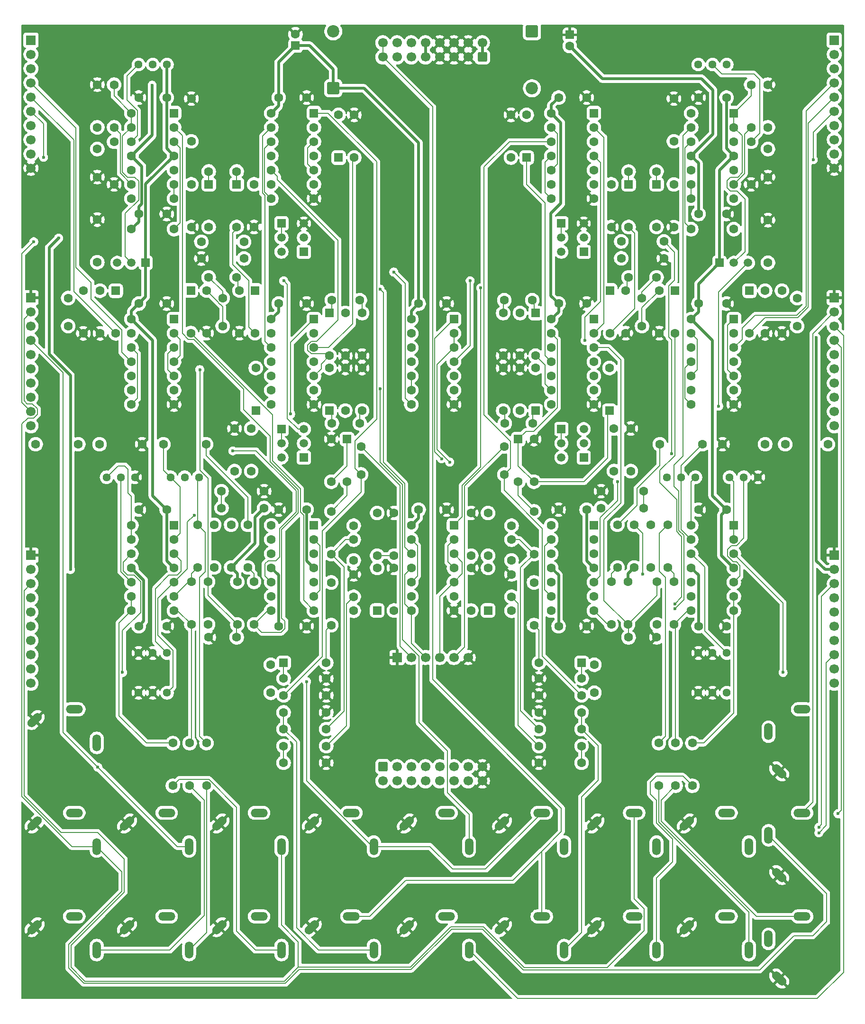
<source format=gbl>
%TF.GenerationSoftware,KiCad,Pcbnew,9.0.6*%
%TF.CreationDate,2025-12-25T18:10:40+01:00*%
%TF.ProjectId,DMH_VCEG_PCB_1_Mk1_1,444d485f-5643-4454-975f-5043425f315f,1*%
%TF.SameCoordinates,Original*%
%TF.FileFunction,Copper,L2,Bot*%
%TF.FilePolarity,Positive*%
%FSLAX46Y46*%
G04 Gerber Fmt 4.6, Leading zero omitted, Abs format (unit mm)*
G04 Created by KiCad (PCBNEW 9.0.6) date 2025-12-25 18:10:40*
%MOMM*%
%LPD*%
G01*
G04 APERTURE LIST*
G04 Aperture macros list*
%AMRoundRect*
0 Rectangle with rounded corners*
0 $1 Rounding radius*
0 $2 $3 $4 $5 $6 $7 $8 $9 X,Y pos of 4 corners*
0 Add a 4 corners polygon primitive as box body*
4,1,4,$2,$3,$4,$5,$6,$7,$8,$9,$2,$3,0*
0 Add four circle primitives for the rounded corners*
1,1,$1+$1,$2,$3*
1,1,$1+$1,$4,$5*
1,1,$1+$1,$6,$7*
1,1,$1+$1,$8,$9*
0 Add four rect primitives between the rounded corners*
20,1,$1+$1,$2,$3,$4,$5,0*
20,1,$1+$1,$4,$5,$6,$7,0*
20,1,$1+$1,$6,$7,$8,$9,0*
20,1,$1+$1,$8,$9,$2,$3,0*%
%AMHorizOval*
0 Thick line with rounded ends*
0 $1 width*
0 $2 $3 position (X,Y) of the first rounded end (center of the circle)*
0 $4 $5 position (X,Y) of the second rounded end (center of the circle)*
0 Add line between two ends*
20,1,$1,$2,$3,$4,$5,0*
0 Add two circle primitives to create the rounded ends*
1,1,$1,$2,$3*
1,1,$1,$4,$5*%
G04 Aperture macros list end*
%TA.AperFunction,ComponentPad*%
%ADD10C,1.600000*%
%TD*%
%TA.AperFunction,ComponentPad*%
%ADD11RoundRect,0.250000X0.550000X0.550000X-0.550000X0.550000X-0.550000X-0.550000X0.550000X-0.550000X0*%
%TD*%
%TA.AperFunction,ComponentPad*%
%ADD12R,1.500000X1.500000*%
%TD*%
%TA.AperFunction,ComponentPad*%
%ADD13C,1.500000*%
%TD*%
%TA.AperFunction,ComponentPad*%
%ADD14HorizOval,1.508000X-0.533159X-0.533159X0.533159X0.533159X0*%
%TD*%
%TA.AperFunction,ComponentPad*%
%ADD15O,1.508000X3.016000*%
%TD*%
%TA.AperFunction,ComponentPad*%
%ADD16O,3.016000X1.508000*%
%TD*%
%TA.AperFunction,ComponentPad*%
%ADD17R,1.700000X1.700000*%
%TD*%
%TA.AperFunction,ComponentPad*%
%ADD18C,1.700000*%
%TD*%
%TA.AperFunction,ComponentPad*%
%ADD19HorizOval,1.508000X-0.533159X0.533159X0.533159X-0.533159X0*%
%TD*%
%TA.AperFunction,ComponentPad*%
%ADD20C,1.440000*%
%TD*%
%TA.AperFunction,ComponentPad*%
%ADD21RoundRect,0.250000X0.550000X-0.550000X0.550000X0.550000X-0.550000X0.550000X-0.550000X-0.550000X0*%
%TD*%
%TA.AperFunction,ComponentPad*%
%ADD22RoundRect,0.250000X-0.550000X0.550000X-0.550000X-0.550000X0.550000X-0.550000X0.550000X0.550000X0*%
%TD*%
%TA.AperFunction,ComponentPad*%
%ADD23RoundRect,0.249999X-0.850001X0.850001X-0.850001X-0.850001X0.850001X-0.850001X0.850001X0.850001X0*%
%TD*%
%TA.AperFunction,ComponentPad*%
%ADD24C,2.200000*%
%TD*%
%TA.AperFunction,ComponentPad*%
%ADD25RoundRect,0.250000X-0.600000X0.600000X-0.600000X-0.600000X0.600000X-0.600000X0.600000X0.600000X0*%
%TD*%
%TA.AperFunction,ComponentPad*%
%ADD26RoundRect,0.250000X0.600000X-0.600000X0.600000X0.600000X-0.600000X0.600000X-0.600000X-0.600000X0*%
%TD*%
%TA.AperFunction,ComponentPad*%
%ADD27RoundRect,0.249999X0.850001X-0.850001X0.850001X0.850001X-0.850001X0.850001X-0.850001X-0.850001X0*%
%TD*%
%TA.AperFunction,ComponentPad*%
%ADD28RoundRect,0.250000X-0.550000X-0.550000X0.550000X-0.550000X0.550000X0.550000X-0.550000X0.550000X0*%
%TD*%
%TA.AperFunction,ViaPad*%
%ADD29C,0.600000*%
%TD*%
%TA.AperFunction,Conductor*%
%ADD30C,0.200000*%
%TD*%
%TA.AperFunction,Conductor*%
%ADD31C,0.500000*%
%TD*%
G04 APERTURE END LIST*
D10*
%TO.P,U13,14,VDD*%
%TO.N,+12V*%
X121190000Y-95585000D03*
%TO.P,U13,13*%
%TO.N,/Core Circuit B/ProcGate*%
X121190000Y-98125000D03*
%TO.P,U13,12*%
%TO.N,/Core Circuit B/InvGate*%
X121190000Y-100665000D03*
%TO.P,U13,11*%
%TO.N,Net-(D34-K)*%
X121190000Y-103205000D03*
%TO.P,U13,10*%
%TO.N,Net-(D35-A)*%
X121190000Y-105745000D03*
%TO.P,U13,9*%
%TO.N,/Core Circuit B/Dec*%
X121190000Y-108285000D03*
%TO.P,U13,8*%
%TO.N,Net-(U13-Pad8)*%
X121190000Y-110825000D03*
%TO.P,U13,7,VSS*%
%TO.N,GND*%
X128810000Y-110825000D03*
%TO.P,U13,6*%
%TO.N,Net-(U13-Pad6)*%
X128810000Y-108285000D03*
%TO.P,U13,5*%
%TO.N,Net-(C71-Pad2)*%
X128810000Y-105745000D03*
%TO.P,U13,4*%
%TO.N,Net-(D22-A)*%
X128810000Y-103205000D03*
%TO.P,U13,3*%
%TO.N,Net-(C58-Pad1)*%
X128810000Y-100665000D03*
%TO.P,U13,2*%
%TO.N,Net-(U12-Pad2)*%
X128810000Y-98125000D03*
D11*
%TO.P,U13,1*%
%TO.N,/Core Circuit B/InvGate*%
X128810000Y-95585000D03*
%TD*%
D10*
%TO.P,R3,2*%
%TO.N,Net-(Q18-E)*%
X159900000Y-85510000D03*
%TO.P,R3,1*%
%TO.N,GND*%
X159900000Y-77890000D03*
%TD*%
D11*
%TO.P,U26,1*%
%TO.N,Net-(Q18-C)*%
X103810000Y-95585000D03*
D10*
%TO.P,U26,2*%
%TO.N,Net-(J27J-Pin_10)*%
X103810000Y-98125000D03*
%TO.P,U26,3*%
X103810000Y-100665000D03*
%TO.P,U26,4*%
%TO.N,Net-(Q20-C)*%
X103810000Y-103205000D03*
%TO.P,U26,5*%
%TO.N,/Core Circuit B/InvGate*%
X103810000Y-105745000D03*
%TO.P,U26,6*%
%TO.N,/Core Circuit A/InvGate*%
X103810000Y-108285000D03*
%TO.P,U26,7,V_{SS}*%
%TO.N,GND*%
X103810000Y-110825000D03*
%TO.P,U26,8*%
%TO.N,Net-(Q4-C)*%
X96190000Y-110825000D03*
%TO.P,U26,9*%
%TO.N,Net-(J23J-Pin_10)*%
X96190000Y-108285000D03*
%TO.P,U26,10*%
X96190000Y-105745000D03*
%TO.P,U26,11*%
%TO.N,Net-(Q2-C)*%
X96190000Y-103205000D03*
%TO.P,U26,12*%
%TO.N,/Core Circuit A/ProcGate*%
X96190000Y-100665000D03*
%TO.P,U26,13*%
%TO.N,/Core Circuit B/ProcGate*%
X96190000Y-98125000D03*
%TO.P,U26,14,V_{DD}*%
%TO.N,+12V*%
X96190000Y-95585000D03*
%TD*%
%TO.P,R202,1*%
%TO.N,GND*%
X40100000Y-77790000D03*
%TO.P,R202,2*%
%TO.N,Net-(Q2-E)*%
X40100000Y-85410000D03*
%TD*%
D12*
%TO.P,Q6,1,C*%
%TO.N,+12V*%
X151260000Y-85500000D03*
D13*
%TO.P,Q6,2,B*%
%TO.N,/CV Processing B/Max Level*%
X153800000Y-85500000D03*
%TO.P,Q6,3,E*%
%TO.N,Net-(Q18-E)*%
X156340000Y-85500000D03*
%TD*%
D12*
%TO.P,Q5,1,C*%
%TO.N,+12V*%
X48740000Y-85500000D03*
D13*
%TO.P,Q5,2,B*%
%TO.N,/CV Processing A/Max Level*%
X46200000Y-85500000D03*
%TO.P,Q5,3,E*%
%TO.N,Net-(Q2-E)*%
X43660000Y-85500000D03*
%TD*%
D10*
%TO.P,C79,1*%
%TO.N,+12V*%
X97500000Y-92800000D03*
%TO.P,C79,2*%
%TO.N,GND*%
X102500000Y-92800000D03*
%TD*%
D14*
%TO.P,J19,S*%
%TO.N,GND*%
X145403810Y-204153810D03*
D15*
%TO.P,J19,T*%
%TO.N,Net-(J19-PadT)*%
X156500000Y-208250000D03*
D16*
%TO.P,J19,TN*%
%TO.N,/Inputs and Outputs A/Out - B*%
X152500000Y-202250000D03*
%TD*%
D14*
%TO.P,J14,S*%
%TO.N,GND*%
X112403810Y-185653810D03*
D15*
%TO.P,J14,T*%
%TO.N,Net-(J27H-Pin_8)*%
X123500000Y-189750000D03*
D16*
%TO.P,J14,TN*%
%TO.N,/Inputs and Outputs A/Rel CV A T*%
X119500000Y-183750000D03*
%TD*%
D17*
%TO.P,J24,1,Pin_1*%
%TO.N,GND*%
X93650000Y-156000000D03*
D18*
%TO.P,J24,2,Pin_2*%
%TO.N,/Core Circuit A/ProcGate*%
X96190000Y-156000000D03*
%TO.P,J24,3,Pin_3*%
%TO.N,Net-(J24C-Pin_3)*%
X98730000Y-156000000D03*
%TO.P,J24,4,Pin_4*%
%TO.N,Net-(J24D-Pin_4)*%
X101270000Y-156000000D03*
%TO.P,J24,5,Pin_5*%
%TO.N,/Core Circuit B/ProcGate*%
X103810000Y-156000000D03*
%TO.P,J24,6,Pin_6*%
%TO.N,GND*%
X106350000Y-156000000D03*
%TD*%
D14*
%TO.P,J3,S*%
%TO.N,GND*%
X61903810Y-185653810D03*
D15*
%TO.P,J3,T*%
%TO.N,/Inputs and Outputs A/Sus CV A T*%
X73000000Y-189750000D03*
D16*
%TO.P,J3,TN*%
%TO.N,Net-(J200-Pin_11)*%
X69000000Y-183750000D03*
%TD*%
D14*
%TO.P,J1,S*%
%TO.N,GND*%
X28903810Y-185653810D03*
D15*
%TO.P,J1,T*%
%TO.N,/Inputs and Outputs A/Att CV A T*%
X40000000Y-189750000D03*
D16*
%TO.P,J1,TN*%
%TO.N,Net-(J200-Pin_9)*%
X36000000Y-183750000D03*
%TD*%
D14*
%TO.P,J5,S*%
%TO.N,GND*%
X78403810Y-204153810D03*
D15*
%TO.P,J5,T*%
%TO.N,/Core Circuit A/Gate*%
X89500000Y-208250000D03*
D16*
%TO.P,J5,TN*%
%TO.N,/Inputs and Outputs A/Gate A TN*%
X85500000Y-202250000D03*
%TD*%
D19*
%TO.P,J20,S*%
%TO.N,GND*%
X161903810Y-213346190D03*
D16*
%TO.P,J20,T*%
%TO.N,Net-(J20-PadT)*%
X166000000Y-202250000D03*
D15*
%TO.P,J20,TN*%
%TO.N,/Inputs and Outputs A/Out + B*%
X160000000Y-206250000D03*
%TD*%
D14*
%TO.P,J4,S*%
%TO.N,GND*%
X78403810Y-185653810D03*
D15*
%TO.P,J4,T*%
%TO.N,/Inputs and Outputs A/Rel CV A T*%
X89500000Y-189750000D03*
D16*
%TO.P,J4,TN*%
%TO.N,Net-(J200-Pin_12)*%
X85500000Y-183750000D03*
%TD*%
D14*
%TO.P,J18,S*%
%TO.N,GND*%
X128903810Y-204153810D03*
D15*
%TO.P,J18,T*%
%TO.N,/Core Circuit B/Out R*%
X140000000Y-208250000D03*
D16*
%TO.P,J18,TN*%
%TO.N,/Inputs and Outputs A/Out R B*%
X136000000Y-202250000D03*
%TD*%
D17*
%TO.P,J21,1,Pin_1*%
%TO.N,+12V*%
X28250000Y-45750000D03*
D18*
%TO.P,J21,2,Pin_2*%
%TO.N,/CV Processing A/Sus CV*%
X28250000Y-48290000D03*
%TO.P,J21,3,Pin_3*%
%TO.N,/CV Processing A/Att CV*%
X28250000Y-50830000D03*
%TO.P,J21,4,Pin_4*%
%TO.N,/Core Circuit A/Dec_State*%
X28250000Y-53370000D03*
%TO.P,J21,5,Pin_5*%
%TO.N,/Core Circuit A/Sus_State*%
X28250000Y-55910000D03*
%TO.P,J21,6,Pin_6*%
%TO.N,Net-(J21F-Pin_6)*%
X28250000Y-58450000D03*
%TO.P,J21,7,Pin_7*%
%TO.N,/CV Processing A/Max Level*%
X28250000Y-60990000D03*
%TO.P,J21,8,Pin_8*%
%TO.N,/Core Circuit A/Att_State*%
X28250000Y-63530000D03*
%TO.P,J21,9,Pin_9*%
%TO.N,/Core Circuit A/Rel_State*%
X28250000Y-66070000D03*
%TO.P,J21,10,Pin_10*%
%TO.N,GND*%
X28250000Y-68610000D03*
%TD*%
D14*
%TO.P,J7,S*%
%TO.N,GND*%
X95403810Y-185653810D03*
D15*
%TO.P,J7,T*%
%TO.N,Net-(J22C-Pin_3)*%
X106500000Y-189750000D03*
D16*
%TO.P,J7,TN*%
%TO.N,Net-(J200-Pin_2)*%
X102500000Y-183750000D03*
%TD*%
D14*
%TO.P,J8,S*%
%TO.N,GND*%
X61903810Y-204153810D03*
D15*
%TO.P,J8,T*%
%TO.N,/Core Circuit A/Out R*%
X73000000Y-208250000D03*
D16*
%TO.P,J8,TN*%
%TO.N,Net-(J200-Pin_3)*%
X69000000Y-202250000D03*
%TD*%
D17*
%TO.P,J27,1,Pin_1*%
%TO.N,GND*%
X171750000Y-137750000D03*
D18*
%TO.P,J27,2,Pin_2*%
%TO.N,-12V*%
X171750000Y-140290000D03*
%TO.P,J27,3,Pin_3*%
%TO.N,Net-(J27C-Pin_3)*%
X171750000Y-142830000D03*
%TO.P,J27,4,Pin_4*%
%TO.N,unconnected-(J27D-Pin_4-Pad4)*%
X171750000Y-145370000D03*
%TO.P,J27,5,Pin_5*%
%TO.N,unconnected-(J27E-Pin_5-Pad5)*%
X171750000Y-147910000D03*
%TO.P,J27,6,Pin_6*%
%TO.N,unconnected-(J27F-Pin_6-Pad6)*%
X171750000Y-150450000D03*
%TO.P,J27,7,Pin_7*%
%TO.N,unconnected-(J27G-Pin_7-Pad7)*%
X171750000Y-152990000D03*
%TO.P,J27,8,Pin_8*%
%TO.N,Net-(J27H-Pin_8)*%
X171750000Y-155530000D03*
%TO.P,J27,9,Pin_9*%
%TO.N,Net-(J27I-Pin_9)*%
X171750000Y-158070000D03*
%TO.P,J27,10,Pin_10*%
%TO.N,Net-(J27J-Pin_10)*%
X171750000Y-160610000D03*
%TD*%
D17*
%TO.P,J23,1,Pin_1*%
%TO.N,GND*%
X28250000Y-137750000D03*
D18*
%TO.P,J23,2,Pin_2*%
%TO.N,-12V*%
X28250000Y-140290000D03*
%TO.P,J23,3,Pin_3*%
%TO.N,/Inputs and Outputs A/Sus CV A T*%
X28250000Y-142830000D03*
%TO.P,J23,4,Pin_4*%
%TO.N,unconnected-(J23D-Pin_4-Pad4)*%
X28250000Y-145370000D03*
%TO.P,J23,5,Pin_5*%
%TO.N,unconnected-(J23E-Pin_5-Pad5)*%
X28250000Y-147910000D03*
%TO.P,J23,6,Pin_6*%
%TO.N,unconnected-(J23F-Pin_6-Pad6)*%
X28250000Y-150450000D03*
%TO.P,J23,7,Pin_7*%
%TO.N,unconnected-(J23G-Pin_7-Pad7)*%
X28250000Y-152990000D03*
%TO.P,J23,8,Pin_8*%
%TO.N,/Inputs and Outputs A/Rel CV A T*%
X28250000Y-155530000D03*
%TO.P,J23,9,Pin_9*%
%TO.N,Net-(J23I-Pin_9)*%
X28250000Y-158070000D03*
%TO.P,J23,10,Pin_10*%
%TO.N,Net-(J23J-Pin_10)*%
X28250000Y-160610000D03*
%TD*%
D14*
%TO.P,J10,S*%
%TO.N,GND*%
X28903810Y-204153810D03*
D15*
%TO.P,J10,T*%
%TO.N,Net-(J10-PadT)*%
X40000000Y-208250000D03*
D16*
%TO.P,J10,TN*%
%TO.N,Net-(J200-Pin_5)*%
X36000000Y-202250000D03*
%TD*%
D14*
%TO.P,J13,S*%
%TO.N,GND*%
X128903810Y-185653810D03*
D15*
%TO.P,J13,T*%
%TO.N,Net-(J27C-Pin_3)*%
X140000000Y-189750000D03*
D16*
%TO.P,J13,TN*%
%TO.N,/Inputs and Outputs A/Sus CV A T*%
X136000000Y-183750000D03*
%TD*%
D17*
%TO.P,J26,1,Pin_1*%
%TO.N,GND*%
X171750000Y-91750000D03*
D18*
%TO.P,J26,2,Pin_2*%
%TO.N,Net-(J26B-Pin_2)*%
X171750000Y-94290000D03*
%TO.P,J26,3,Pin_3*%
%TO.N,Net-(J26C-Pin_3)*%
X171750000Y-96830000D03*
%TO.P,J26,4,Pin_4*%
%TO.N,Net-(J26D-Pin_4)*%
X171750000Y-99370000D03*
%TO.P,J26,5,Pin_5*%
%TO.N,/Core Circuit B/Inv Sus State*%
X171750000Y-101910000D03*
%TO.P,J26,6,Pin_6*%
%TO.N,/Core Circuit B/Out*%
X171750000Y-104450000D03*
%TO.P,J26,7,Pin_7*%
%TO.N,/CV Processing B/Dec CV*%
X171750000Y-106990000D03*
%TO.P,J26,8,Pin_8*%
%TO.N,/CV Processing B/Rel CV*%
X171750000Y-109530000D03*
%TO.P,J26,9,Pin_9*%
%TO.N,/CV Processing B/Rel Proc CV*%
X171750000Y-112070000D03*
%TO.P,J26,10,Pin_10*%
%TO.N,/CV Processing B/Sus Level*%
X171750000Y-114610000D03*
%TD*%
D14*
%TO.P,J6,S*%
%TO.N,GND*%
X28903810Y-167153810D03*
D15*
%TO.P,J6,T*%
%TO.N,/Core Circuit A/Trig*%
X40000000Y-171250000D03*
D16*
%TO.P,J6,TN*%
%TO.N,Net-(J200-Pin_1)*%
X36000000Y-165250000D03*
%TD*%
D17*
%TO.P,J22,1,Pin_1*%
%TO.N,GND*%
X28250000Y-91750000D03*
D18*
%TO.P,J22,2,Pin_2*%
%TO.N,/Inputs and Outputs A/Att CV A T*%
X28250000Y-94290000D03*
%TO.P,J22,3,Pin_3*%
%TO.N,Net-(J22C-Pin_3)*%
X28250000Y-96830000D03*
%TO.P,J22,4,Pin_4*%
%TO.N,/Inputs and Outputs A/Dec CV A T*%
X28250000Y-99370000D03*
%TO.P,J22,5,Pin_5*%
%TO.N,/Core Circuit A/Inv Sus State*%
X28250000Y-101910000D03*
%TO.P,J22,6,Pin_6*%
%TO.N,/Core Circuit A/Out*%
X28250000Y-104450000D03*
%TO.P,J22,7,Pin_7*%
%TO.N,/CV Processing A/Dec CV*%
X28250000Y-106990000D03*
%TO.P,J22,8,Pin_8*%
%TO.N,/CV Processing A/Rel CV*%
X28250000Y-109530000D03*
%TO.P,J22,9,Pin_9*%
%TO.N,/CV Processing A/Rel Proc CV*%
X28250000Y-112070000D03*
%TO.P,J22,10,Pin_10*%
%TO.N,/CV Processing A/Sus Level*%
X28250000Y-114610000D03*
%TD*%
D14*
%TO.P,J12,S*%
%TO.N,GND*%
X145403810Y-185653810D03*
D15*
%TO.P,J12,T*%
%TO.N,Net-(J26D-Pin_4)*%
X156500000Y-189750000D03*
D16*
%TO.P,J12,TN*%
%TO.N,/Inputs and Outputs A/Dec CV A T*%
X152500000Y-183750000D03*
%TD*%
D14*
%TO.P,J2,S*%
%TO.N,GND*%
X45403810Y-185653810D03*
D15*
%TO.P,J2,T*%
%TO.N,/Inputs and Outputs A/Dec CV A T*%
X56500000Y-189750000D03*
D16*
%TO.P,J2,TN*%
%TO.N,Net-(J200-Pin_10)*%
X52500000Y-183750000D03*
%TD*%
D19*
%TO.P,J16,S*%
%TO.N,GND*%
X161903810Y-176346190D03*
D16*
%TO.P,J16,T*%
%TO.N,/Core Circuit B/Trig*%
X166000000Y-165250000D03*
D15*
%TO.P,J16,TN*%
%TO.N,/Core Circuit A/Trig*%
X160000000Y-169250000D03*
%TD*%
D17*
%TO.P,J25,1,Pin_1*%
%TO.N,+12V*%
X171750000Y-45750000D03*
D18*
%TO.P,J25,2,Pin_2*%
%TO.N,/CV Processing B/Sus CV*%
X171750000Y-48290000D03*
%TO.P,J25,3,Pin_3*%
%TO.N,/CV Processing B/Att CV*%
X171750000Y-50830000D03*
%TO.P,J25,4,Pin_4*%
%TO.N,/Core Circuit B/Dec_State*%
X171750000Y-53370000D03*
%TO.P,J25,5,Pin_5*%
%TO.N,/Core Circuit B/Sus_State*%
X171750000Y-55910000D03*
%TO.P,J25,6,Pin_6*%
%TO.N,Net-(J25F-Pin_6)*%
X171750000Y-58450000D03*
%TO.P,J25,7,Pin_7*%
%TO.N,/CV Processing B/Max Level*%
X171750000Y-60990000D03*
%TO.P,J25,8,Pin_8*%
%TO.N,/Core Circuit B/Att_State*%
X171750000Y-63530000D03*
%TO.P,J25,9,Pin_9*%
%TO.N,/Core Circuit B/Rel_State*%
X171750000Y-66070000D03*
%TO.P,J25,10,Pin_10*%
%TO.N,GND*%
X171750000Y-68610000D03*
%TD*%
D14*
%TO.P,J17,S*%
%TO.N,GND*%
X95403810Y-204153810D03*
D15*
%TO.P,J17,T*%
%TO.N,Net-(J26C-Pin_3)*%
X106500000Y-208250000D03*
D16*
%TO.P,J17,TN*%
%TO.N,/Inputs and Outputs A/SG Out B*%
X102500000Y-202250000D03*
%TD*%
D19*
%TO.P,J11,S*%
%TO.N,GND*%
X161903810Y-194846190D03*
D16*
%TO.P,J11,T*%
%TO.N,Net-(J26B-Pin_2)*%
X166000000Y-183750000D03*
D15*
%TO.P,J11,TN*%
%TO.N,/Inputs and Outputs A/Att CV A T*%
X160000000Y-187750000D03*
%TD*%
D14*
%TO.P,J15,S*%
%TO.N,GND*%
X112403810Y-204153810D03*
D15*
%TO.P,J15,T*%
%TO.N,/Core Circuit B/Gate*%
X123500000Y-208250000D03*
D16*
%TO.P,J15,TN*%
%TO.N,/Inputs and Outputs A/Gate A TN*%
X119500000Y-202250000D03*
%TD*%
D14*
%TO.P,J9,S*%
%TO.N,GND*%
X45403810Y-204153810D03*
D15*
%TO.P,J9,T*%
%TO.N,Net-(J9-PadT)*%
X56500000Y-208250000D03*
D16*
%TO.P,J9,TN*%
%TO.N,Net-(J200-Pin_4)*%
X52500000Y-202250000D03*
%TD*%
D10*
%TO.P,R110,1*%
%TO.N,GND*%
X119000000Y-159750000D03*
%TO.P,R110,2*%
%TO.N,Net-(D23-K)*%
X126620000Y-159750000D03*
%TD*%
D20*
%TO.P,RV20,1,1*%
%TO.N,Net-(U7A-+)*%
X52540000Y-155200000D03*
%TO.P,RV20,2,2*%
%TO.N,GND*%
X50000000Y-155200000D03*
%TO.P,RV20,3,3*%
X47460000Y-155200000D03*
%TD*%
D10*
%TO.P,R143,1*%
%TO.N,Net-(C71-Pad2)*%
X112600000Y-111910000D03*
%TO.P,R143,2*%
%TO.N,GND*%
X112600000Y-104290000D03*
%TD*%
%TO.P,R106,1*%
%TO.N,Net-(U11C-+)*%
X118990000Y-171800000D03*
%TO.P,R106,2*%
%TO.N,/Core Circuit B/Trig*%
X126610000Y-171800000D03*
%TD*%
%TO.P,R35,1*%
%TO.N,GND*%
X43100000Y-71510000D03*
%TO.P,R35,2*%
%TO.N,Net-(U5D-+)*%
X43100000Y-63890000D03*
%TD*%
%TO.P,R5,1*%
%TO.N,Net-(D4-A)*%
X81900000Y-150210000D03*
%TO.P,R5,2*%
%TO.N,Net-(U1B-+)*%
X81900000Y-142590000D03*
%TD*%
%TO.P,R131,1*%
%TO.N,+12V*%
X130090000Y-129300000D03*
%TO.P,R131,2*%
%TO.N,Net-(U11A-+)*%
X137710000Y-129300000D03*
%TD*%
D11*
%TO.P,U16,1*%
%TO.N,Net-(U13-Pad8)*%
X153810000Y-95585000D03*
D10*
%TO.P,U16,2*%
%TO.N,/Core Circuit B/Sus_State*%
X153810000Y-98125000D03*
%TO.P,U16,3*%
%TO.N,/Core Circuit B/Dec_State*%
X153810000Y-100665000D03*
%TO.P,U16,4*%
%TO.N,Net-(U16-Pad4)*%
X153810000Y-103205000D03*
%TO.P,U16,5*%
%TO.N,Net-(U13-Pad8)*%
X153810000Y-105745000D03*
%TO.P,U16,6*%
%TO.N,Net-(U13-Pad6)*%
X153810000Y-108285000D03*
%TO.P,U16,7,VSS*%
%TO.N,GND*%
X153810000Y-110825000D03*
%TO.P,U16,8*%
%TO.N,/Core Circuit B/Sus_State*%
X146190000Y-110825000D03*
%TO.P,U16,9*%
%TO.N,Net-(U16-Pad4)*%
X146190000Y-108285000D03*
%TO.P,U16,10*%
%TO.N,/Core Circuit B/Inv Sus State*%
X146190000Y-105745000D03*
%TO.P,U16,11*%
%TO.N,/Core Circuit B/Sus_State*%
X146190000Y-103205000D03*
%TO.P,U16,12*%
%TO.N,/Core Circuit B/Sus_Reset*%
X146190000Y-100665000D03*
%TO.P,U16,13*%
%TO.N,/Core Circuit B/Inv Sus State*%
X146190000Y-98125000D03*
%TO.P,U16,14,VDD*%
%TO.N,+12V*%
X146190000Y-95585000D03*
%TD*%
%TO.P,C27,1*%
%TO.N,+12V*%
X152500000Y-56000000D03*
%TO.P,C27,2*%
%TO.N,GND*%
X147500000Y-56000000D03*
%TD*%
%TO.P,C5,1*%
%TO.N,+12V*%
X72500000Y-56000000D03*
%TO.P,C5,2*%
%TO.N,GND*%
X77500000Y-56000000D03*
%TD*%
%TO.P,R39,1*%
%TO.N,/Core Circuit A/Sus_Reset*%
X87400000Y-94490000D03*
%TO.P,R39,2*%
%TO.N,GND*%
X87400000Y-102110000D03*
%TD*%
D20*
%TO.P,RV41,1,1*%
%TO.N,Net-(U17D-+)*%
X152540000Y-155200000D03*
%TO.P,RV41,2,2*%
%TO.N,GND*%
X150000000Y-155200000D03*
%TO.P,RV41,3,3*%
X147460000Y-155200000D03*
%TD*%
D10*
%TO.P,R132,1*%
%TO.N,GND*%
X156900000Y-71510000D03*
%TO.P,R132,2*%
%TO.N,Net-(U15A-+)*%
X156900000Y-63890000D03*
%TD*%
%TO.P,C22,1*%
%TO.N,+12V*%
X127500000Y-129600000D03*
%TO.P,C22,2*%
%TO.N,GND*%
X122500000Y-129600000D03*
%TD*%
%TO.P,R91,1*%
%TO.N,Net-(R91-Pad1)*%
X59600000Y-171290000D03*
%TO.P,R91,2*%
%TO.N,Net-(J9-PadT)*%
X59600000Y-178910000D03*
%TD*%
D11*
%TO.P,U11,1*%
%TO.N,Net-(D32-A)*%
X128810000Y-132385000D03*
D10*
%TO.P,U11,2,-*%
%TO.N,/Core Circuit B/Out*%
X128810000Y-134925000D03*
%TO.P,U11,3,+*%
%TO.N,Net-(U11A-+)*%
X128810000Y-137465000D03*
%TO.P,U11,4,V+*%
%TO.N,+12V*%
X128810000Y-140005000D03*
%TO.P,U11,5,+*%
%TO.N,Net-(U11B-+)*%
X128810000Y-142545000D03*
%TO.P,U11,6,-*%
%TO.N,Net-(U11B--)*%
X128810000Y-145085000D03*
%TO.P,U11,7*%
%TO.N,Net-(U15D--)*%
X128810000Y-147625000D03*
%TO.P,U11,8*%
%TO.N,Net-(D23-A)*%
X121190000Y-147625000D03*
%TO.P,U11,9,-*%
%TO.N,Net-(U11C--)*%
X121190000Y-145085000D03*
%TO.P,U11,10,+*%
%TO.N,Net-(U11C-+)*%
X121190000Y-142545000D03*
%TO.P,U11,11,V-*%
%TO.N,-12V*%
X121190000Y-140005000D03*
%TO.P,U11,12,+*%
%TO.N,Net-(U11D-+)*%
X121190000Y-137465000D03*
%TO.P,U11,13,-*%
%TO.N,Net-(U11C--)*%
X121190000Y-134925000D03*
%TO.P,U11,14*%
%TO.N,Net-(D24-A)*%
X121190000Y-132385000D03*
%TD*%
%TO.P,R114,1*%
%TO.N,GND*%
X106900000Y-130190000D03*
%TO.P,R114,2*%
%TO.N,Net-(U11C--)*%
X106900000Y-137810000D03*
%TD*%
%TO.P,R25,1*%
%TO.N,GND*%
X56900000Y-79110000D03*
%TO.P,R25,2*%
%TO.N,Net-(D6-K)*%
X56900000Y-71490000D03*
%TD*%
%TO.P,R34,1*%
%TO.N,+12V*%
X69910000Y-129300000D03*
%TO.P,R34,2*%
%TO.N,Net-(U1D-+)*%
X62290000Y-129300000D03*
%TD*%
%TO.P,R193,1*%
%TO.N,Net-(U17D-+)*%
X139000000Y-132290000D03*
%TO.P,R193,2*%
%TO.N,+12V*%
X139000000Y-139910000D03*
%TD*%
%TO.P,C10,1*%
%TO.N,+12V*%
X47500000Y-92800000D03*
%TO.P,C10,2*%
%TO.N,GND*%
X52500000Y-92800000D03*
%TD*%
%TO.P,C68,1*%
%TO.N,Net-(D31-K)*%
X135000000Y-88100000D03*
%TO.P,C68,2*%
%TO.N,/Core Circuit B/Sus_Reset*%
X140000000Y-88100000D03*
%TD*%
%TO.P,C6,1*%
%TO.N,+12V*%
X72500000Y-92800000D03*
%TO.P,C6,2*%
%TO.N,GND*%
X77500000Y-92800000D03*
%TD*%
D11*
%TO.P,U1,1*%
%TO.N,Net-(D5-A)*%
X78810000Y-132385000D03*
D10*
%TO.P,U1,2,-*%
%TO.N,Net-(U1A--)*%
X78810000Y-134925000D03*
%TO.P,U1,3,+*%
%TO.N,Net-(U1A-+)*%
X78810000Y-137465000D03*
%TO.P,U1,4,V+*%
%TO.N,+12V*%
X78810000Y-140005000D03*
%TO.P,U1,5,+*%
%TO.N,Net-(U1B-+)*%
X78810000Y-142545000D03*
%TO.P,U1,6,-*%
%TO.N,Net-(U1A--)*%
X78810000Y-145085000D03*
%TO.P,U1,7*%
%TO.N,Net-(D4-A)*%
X78810000Y-147625000D03*
%TO.P,U1,8*%
%TO.N,Net-(U5A--)*%
X71190000Y-147625000D03*
%TO.P,U1,9,-*%
%TO.N,Net-(U1C--)*%
X71190000Y-145085000D03*
%TO.P,U1,10,+*%
%TO.N,Net-(U1C-+)*%
X71190000Y-142545000D03*
%TO.P,U1,11,V-*%
%TO.N,-12V*%
X71190000Y-140005000D03*
%TO.P,U1,12,+*%
%TO.N,Net-(U1D-+)*%
X71190000Y-137465000D03*
%TO.P,U1,13,-*%
%TO.N,/Core Circuit A/Out*%
X71190000Y-134925000D03*
%TO.P,U1,14*%
%TO.N,Net-(D13-A)*%
X71190000Y-132385000D03*
%TD*%
%TO.P,C25,1*%
%TO.N,+12V*%
X122500000Y-92800000D03*
%TO.P,C25,2*%
%TO.N,GND*%
X127500000Y-92800000D03*
%TD*%
%TO.P,R19,1*%
%TO.N,GND*%
X159900000Y-53690000D03*
%TO.P,R19,2*%
%TO.N,Net-(U15B--)*%
X159900000Y-61310000D03*
%TD*%
%TO.P,C11,1*%
%TO.N,+12V*%
X52500000Y-129600000D03*
%TO.P,C11,2*%
%TO.N,GND*%
X47500000Y-129600000D03*
%TD*%
%TO.P,R14,1*%
%TO.N,GND*%
X81010000Y-162750000D03*
%TO.P,R14,2*%
%TO.N,Net-(C43-Pad2)*%
X73390000Y-162750000D03*
%TD*%
%TO.P,R40,1*%
%TO.N,/CV Processing A/Sus Level*%
X29090000Y-117900000D03*
%TO.P,R40,2*%
%TO.N,Net-(U1C-+)*%
X36710000Y-117900000D03*
%TD*%
D21*
%TO.P,C2,1*%
%TO.N,+12V*%
X75500000Y-46705113D03*
D10*
%TO.P,C2,2*%
%TO.N,GND*%
X75500000Y-44705113D03*
%TD*%
%TO.P,C8,1*%
%TO.N,+12V*%
X52500000Y-56000000D03*
%TO.P,C8,2*%
%TO.N,GND*%
X47500000Y-56000000D03*
%TD*%
%TO.P,R41,1*%
%TO.N,-12V*%
X46190000Y-79500000D03*
%TO.P,R41,2*%
%TO.N,Net-(U5A-+)*%
X53810000Y-79500000D03*
%TD*%
%TO.P,R118,1*%
%TO.N,GND*%
X118990000Y-165800000D03*
%TO.P,R118,2*%
%TO.N,/Core Circuit B/Gate*%
X126610000Y-165800000D03*
%TD*%
%TO.P,R108,1*%
%TO.N,GND*%
X59600000Y-98060000D03*
%TO.P,R108,2*%
%TO.N,Net-(D41-K)*%
X59600000Y-90440000D03*
%TD*%
%TO.P,C59,1*%
%TO.N,Net-(D23-K)*%
X128900000Y-157300000D03*
%TO.P,C59,2*%
%TO.N,Net-(C59-Pad2)*%
X128900000Y-162300000D03*
%TD*%
D22*
%TO.P,D33,1,K*%
%TO.N,Net-(D33-K)*%
X118400000Y-94490000D03*
D10*
%TO.P,D33,2,A*%
%TO.N,/Core Circuit B/Dec*%
X118400000Y-102110000D03*
%TD*%
%TO.P,C48,1*%
%TO.N,Net-(U1A-+)*%
X85900000Y-134950000D03*
%TO.P,C48,2*%
%TO.N,Net-(D5-A)*%
X85900000Y-132450000D03*
%TD*%
%TO.P,R1,1*%
%TO.N,Net-(Q2-E)*%
X67600000Y-115090000D03*
%TO.P,R1,2*%
%TO.N,Net-(Q1-E)*%
X67600000Y-122710000D03*
%TD*%
D23*
%TO.P,D1,1,K*%
%TO.N,Net-(D1-K)*%
X117750000Y-44170000D03*
D24*
%TO.P,D1,2,A*%
%TO.N,-12V*%
X117750000Y-54330000D03*
%TD*%
D10*
%TO.P,R45,1*%
%TO.N,Net-(D16-K)*%
X84400000Y-111910000D03*
%TO.P,R45,2*%
%TO.N,GND*%
X84400000Y-104290000D03*
%TD*%
D22*
%TO.P,D6,1,K*%
%TO.N,Net-(D6-K)*%
X65000000Y-71490000D03*
D10*
%TO.P,D6,2,A*%
%TO.N,/Core Circuit A/InvGate*%
X65000000Y-79110000D03*
%TD*%
%TO.P,R190,1*%
%TO.N,/Core Circuit B/Out*%
X140590000Y-117900000D03*
%TO.P,R190,2*%
%TO.N,Net-(U17D--)*%
X148210000Y-117900000D03*
%TD*%
%TO.P,R22,1*%
%TO.N,/Core Circuit A/Out R*%
X53600000Y-178910000D03*
%TO.P,R22,2*%
%TO.N,Net-(U7C--)*%
X53600000Y-171290000D03*
%TD*%
D21*
%TO.P,D3,1,K*%
%TO.N,/Core Circuit A/ProcGate*%
X68400000Y-111910000D03*
D10*
%TO.P,D3,2,A*%
%TO.N,Net-(D3-A)*%
X68400000Y-104290000D03*
%TD*%
%TO.P,C47,1*%
%TO.N,Net-(D6-K)*%
X65000000Y-69200000D03*
%TO.P,C47,2*%
%TO.N,Net-(D7-K)*%
X60000000Y-69200000D03*
%TD*%
D22*
%TO.P,D43,1,K*%
%TO.N,Net-(D43-K)*%
X43400000Y-90490000D03*
D10*
%TO.P,D43,2,A*%
%TO.N,/Core Circuit A/Sus_State*%
X43400000Y-98110000D03*
%TD*%
D22*
%TO.P,C1,1*%
%TO.N,GND*%
X124500000Y-44794888D03*
D10*
%TO.P,C1,2*%
%TO.N,-12V*%
X124500000Y-46794888D03*
%TD*%
%TO.P,R42,1*%
%TO.N,Net-(U1C-+)*%
X40490000Y-117900000D03*
%TO.P,R42,2*%
%TO.N,GND*%
X48110000Y-117900000D03*
%TD*%
%TO.P,R13,1*%
%TO.N,GND*%
X81010000Y-159750000D03*
%TO.P,R13,2*%
%TO.N,Net-(D4-K)*%
X73390000Y-159750000D03*
%TD*%
%TO.P,R101,1*%
%TO.N,+12V*%
X134900000Y-142490000D03*
%TO.P,R101,2*%
%TO.N,Net-(C58-Pad1)*%
X134900000Y-150110000D03*
%TD*%
%TO.P,R8,1*%
%TO.N,Net-(Q1-B)*%
X64600000Y-122710000D03*
%TO.P,R8,2*%
%TO.N,GND*%
X64600000Y-115090000D03*
%TD*%
D22*
%TO.P,D14,1,K*%
%TO.N,Net-(D14-K)*%
X81600000Y-94490000D03*
D10*
%TO.P,D14,2,A*%
%TO.N,/Core Circuit A/Dec*%
X81600000Y-102110000D03*
%TD*%
%TO.P,R4,1*%
%TO.N,+12V*%
X65100000Y-142490000D03*
%TO.P,R4,2*%
%TO.N,Net-(C42-Pad1)*%
X65100000Y-150110000D03*
%TD*%
%TO.P,R133,1*%
%TO.N,Net-(U11B--)*%
X133000000Y-139910000D03*
%TO.P,R133,2*%
%TO.N,/Core Circuit B/Out*%
X133000000Y-132290000D03*
%TD*%
%TO.P,R136,1*%
%TO.N,/Core Circuit B/Sus_Reset*%
X112600000Y-94490000D03*
%TO.P,R136,2*%
%TO.N,GND*%
X112600000Y-102110000D03*
%TD*%
%TO.P,R116,1*%
%TO.N,GND*%
X37600000Y-98110000D03*
%TO.P,R116,2*%
%TO.N,Net-(D43-K)*%
X37600000Y-90490000D03*
%TD*%
%TO.P,C28,1*%
%TO.N,GND*%
X152500000Y-76800000D03*
%TO.P,C28,2*%
%TO.N,-12V*%
X147500000Y-76800000D03*
%TD*%
%TO.P,C77,1*%
%TO.N,Net-(D41-K)*%
X62500000Y-96800000D03*
%TO.P,C77,2*%
%TO.N,/Core Circuit A/Sus_Reset*%
X62500000Y-91800000D03*
%TD*%
%TO.P,C53,1*%
%TO.N,GND*%
X40100000Y-70200000D03*
%TO.P,C53,2*%
%TO.N,Net-(U5D-+)*%
X40100000Y-65200000D03*
%TD*%
D20*
%TO.P,RV21,1,1*%
%TO.N,Net-(U7B-+)*%
X52540000Y-162305000D03*
%TO.P,RV21,2,2*%
%TO.N,GND*%
X50000000Y-162305000D03*
%TO.P,RV21,3,3*%
X47460000Y-162305000D03*
%TD*%
D22*
%TO.P,D26,1,K*%
%TO.N,Net-(D26-K)*%
X140000000Y-71490000D03*
D10*
%TO.P,D26,2,A*%
%TO.N,Net-(D26-A)*%
X140000000Y-79110000D03*
%TD*%
%TO.P,R92,1*%
%TO.N,Net-(U7B--)*%
X56900000Y-142490000D03*
%TO.P,R92,2*%
%TO.N,Net-(R92-Pad2)*%
X56900000Y-150110000D03*
%TD*%
%TO.P,R139,1*%
%TO.N,Net-(U11B-+)*%
X159410000Y-117900000D03*
%TO.P,R139,2*%
%TO.N,GND*%
X151790000Y-117900000D03*
%TD*%
%TO.P,R194,1*%
%TO.N,Net-(U17C-+)*%
X136000000Y-132290000D03*
%TO.P,R194,2*%
%TO.N,+12V*%
X136000000Y-139910000D03*
%TD*%
%TO.P,R97,1*%
%TO.N,Net-(U7B-+)*%
X64000000Y-132290000D03*
%TO.P,R97,2*%
%TO.N,+12V*%
X64000000Y-139910000D03*
%TD*%
D11*
%TO.P,U17,1*%
%TO.N,Net-(U17A--)*%
X153810000Y-132385000D03*
D10*
%TO.P,U17,2,-*%
X153810000Y-134925000D03*
%TO.P,U17,3,+*%
%TO.N,Net-(J27J-Pin_10)*%
X153810000Y-137465000D03*
%TO.P,U17,4,V+*%
%TO.N,+12V*%
X153810000Y-140005000D03*
%TO.P,U17,5,+*%
%TO.N,Net-(U17B-+)*%
X153810000Y-142545000D03*
%TO.P,U17,6,-*%
%TO.N,Net-(U17B--)*%
X153810000Y-145085000D03*
%TO.P,U17,7*%
X153810000Y-147625000D03*
%TO.P,U17,8*%
%TO.N,Net-(R189-Pad2)*%
X146190000Y-147625000D03*
%TO.P,U17,9,-*%
%TO.N,Net-(U17C--)*%
X146190000Y-145085000D03*
%TO.P,U17,10,+*%
%TO.N,Net-(U17C-+)*%
X146190000Y-142545000D03*
%TO.P,U17,11,V-*%
%TO.N,-12V*%
X146190000Y-140005000D03*
%TO.P,U17,12,+*%
%TO.N,Net-(U17D-+)*%
X146190000Y-137465000D03*
%TO.P,U17,13,-*%
%TO.N,Net-(U17D--)*%
X146190000Y-134925000D03*
%TO.P,U17,14*%
%TO.N,Net-(R188-Pad1)*%
X146190000Y-132385000D03*
%TD*%
D21*
%TO.P,D34,1,K*%
%TO.N,Net-(D34-K)*%
X116800000Y-66710000D03*
D10*
%TO.P,D34,2,A*%
%TO.N,Net-(D34-A)*%
X116800000Y-59090000D03*
%TD*%
%TO.P,C12,1*%
%TO.N,GND*%
X52500000Y-150400000D03*
%TO.P,C12,2*%
%TO.N,-12V*%
X47500000Y-150400000D03*
%TD*%
%TO.P,R36,1*%
%TO.N,Net-(U1C--)*%
X67000000Y-139910000D03*
%TO.P,R36,2*%
%TO.N,/Core Circuit A/Out*%
X67000000Y-132290000D03*
%TD*%
%TO.P,R199,1*%
%TO.N,Net-(U15B--)*%
X156900000Y-61310000D03*
%TO.P,R199,2*%
%TO.N,/CV Processing B/Max Level*%
X156900000Y-53690000D03*
%TD*%
D20*
%TO.P,RV19,1,1*%
%TO.N,Net-(R91-Pad1)*%
X58240000Y-123805000D03*
%TO.P,RV19,2,2*%
%TO.N,Net-(U7A--)*%
X55700000Y-123805000D03*
%TO.P,RV19,3,3*%
X53160000Y-123805000D03*
%TD*%
D10*
%TO.P,C31,1*%
%TO.N,GND*%
X152500000Y-150400000D03*
%TO.P,C31,2*%
%TO.N,-12V*%
X147500000Y-150400000D03*
%TD*%
D22*
%TO.P,D12,1,K*%
%TO.N,Net-(D12-K)*%
X68250000Y-90440000D03*
D10*
%TO.P,D12,2,A*%
%TO.N,/Core Circuit A/InvGate*%
X68250000Y-98060000D03*
%TD*%
%TO.P,R16,1*%
%TO.N,Net-(U1A--)*%
X90100000Y-137810000D03*
%TO.P,R16,2*%
%TO.N,+12V*%
X90100000Y-130190000D03*
%TD*%
D20*
%TO.P,RV24,1,1*%
%TO.N,Net-(U15A-+)*%
X147460000Y-50095000D03*
%TO.P,RV24,2,2*%
X150000000Y-50095000D03*
%TO.P,RV24,3,3*%
%TO.N,+12V*%
X152540000Y-50095000D03*
%TD*%
D21*
%TO.P,D32,1,K*%
%TO.N,Net-(D32-K)*%
X109900000Y-147610000D03*
D10*
%TO.P,D32,2,A*%
%TO.N,Net-(D32-A)*%
X109900000Y-139990000D03*
%TD*%
D22*
%TO.P,D41,1,K*%
%TO.N,Net-(D41-K)*%
X56800000Y-90440000D03*
D10*
%TO.P,D41,2,A*%
%TO.N,Net-(D4-A)*%
X56800000Y-98060000D03*
%TD*%
%TO.P,R98,1*%
%TO.N,Net-(Q18-E)*%
X132400000Y-115090000D03*
%TO.P,R98,2*%
%TO.N,Net-(Q17-E)*%
X132400000Y-122710000D03*
%TD*%
%TO.P,C58,1*%
%TO.N,Net-(C58-Pad1)*%
X135000000Y-152400000D03*
%TO.P,C58,2*%
%TO.N,GND*%
X140000000Y-152400000D03*
%TD*%
%TO.P,R20,1*%
%TO.N,Net-(U1A-+)*%
X81010000Y-168800000D03*
%TO.P,R20,2*%
%TO.N,/Core Circuit A/Gate*%
X73390000Y-168800000D03*
%TD*%
%TO.P,C55,1*%
%TO.N,Net-(D16-K)*%
X82000000Y-114200000D03*
%TO.P,C55,2*%
%TO.N,Net-(C55-Pad2)*%
X87000000Y-114200000D03*
%TD*%
%TO.P,R7,1*%
%TO.N,Net-(J23I-Pin_9)*%
X59900000Y-150110000D03*
%TO.P,R7,2*%
%TO.N,Net-(C42-Pad1)*%
X59900000Y-142490000D03*
%TD*%
%TO.P,C42,1*%
%TO.N,Net-(C42-Pad1)*%
X65000000Y-152400000D03*
%TO.P,C42,2*%
%TO.N,GND*%
X60000000Y-152400000D03*
%TD*%
%TO.P,R9,1*%
%TO.N,Net-(U1B-+)*%
X81010000Y-171800000D03*
%TO.P,R9,2*%
%TO.N,/Core Circuit A/Trig*%
X73390000Y-171800000D03*
%TD*%
%TO.P,R141,1*%
%TO.N,Net-(U15D-+)*%
X143100000Y-63810000D03*
%TO.P,R141,2*%
%TO.N,GND*%
X143100000Y-56190000D03*
%TD*%
D22*
%TO.P,D5,1,K*%
%TO.N,/Core Circuit A/ProcGate*%
X84700000Y-116990000D03*
D10*
%TO.P,D5,2,A*%
%TO.N,Net-(D5-A)*%
X84700000Y-124610000D03*
%TD*%
%TO.P,C72,1*%
%TO.N,+12V*%
X97500000Y-129600000D03*
%TO.P,C72,2*%
%TO.N,GND*%
X102500000Y-129600000D03*
%TD*%
D11*
%TO.P,U7,1*%
%TO.N,Net-(R91-Pad1)*%
X53810000Y-132385000D03*
D10*
%TO.P,U7,2,-*%
%TO.N,Net-(U7A--)*%
X53810000Y-134925000D03*
%TO.P,U7,3,+*%
%TO.N,Net-(U7A-+)*%
X53810000Y-137465000D03*
%TO.P,U7,4,V+*%
%TO.N,+12V*%
X53810000Y-140005000D03*
%TO.P,U7,5,+*%
%TO.N,Net-(U7B-+)*%
X53810000Y-142545000D03*
%TO.P,U7,6,-*%
%TO.N,Net-(U7B--)*%
X53810000Y-145085000D03*
%TO.P,U7,7*%
%TO.N,Net-(R92-Pad2)*%
X53810000Y-147625000D03*
%TO.P,U7,8*%
%TO.N,Net-(U7C--)*%
X46190000Y-147625000D03*
%TO.P,U7,9,-*%
X46190000Y-145085000D03*
%TO.P,U7,10,+*%
%TO.N,Net-(U7C-+)*%
X46190000Y-142545000D03*
%TO.P,U7,11,V-*%
%TO.N,-12V*%
X46190000Y-140005000D03*
%TO.P,U7,12,+*%
%TO.N,Net-(J23J-Pin_10)*%
X46190000Y-137465000D03*
%TO.P,U7,13,-*%
%TO.N,Net-(U7D--)*%
X46190000Y-134925000D03*
%TO.P,U7,14*%
X46190000Y-132385000D03*
%TD*%
%TO.P,R21,1*%
%TO.N,GND*%
X81010000Y-165800000D03*
%TO.P,R21,2*%
%TO.N,/Core Circuit A/Gate*%
X73390000Y-165800000D03*
%TD*%
%TO.P,R47,1*%
%TO.N,Net-(D15-K)*%
X86000000Y-66710000D03*
%TO.P,R47,2*%
%TO.N,GND*%
X86000000Y-59090000D03*
%TD*%
D22*
%TO.P,D44,1,K*%
%TO.N,Net-(D44-K)*%
X156600000Y-90490000D03*
D10*
%TO.P,D44,2,A*%
%TO.N,/Core Circuit B/Sus_State*%
X156600000Y-98110000D03*
%TD*%
%TO.P,C78,1*%
%TO.N,Net-(D42-K)*%
X137400000Y-96800000D03*
%TO.P,C78,2*%
%TO.N,/Core Circuit B/Sus_Reset*%
X137400000Y-91800000D03*
%TD*%
%TO.P,R32,1*%
%TO.N,GND*%
X93100000Y-139990000D03*
%TO.P,R32,2*%
%TO.N,Net-(D13-K)*%
X93100000Y-147610000D03*
%TD*%
%TO.P,C63,1*%
%TO.N,Net-(D25-K)*%
X135000000Y-69210000D03*
%TO.P,C63,2*%
%TO.N,Net-(D26-K)*%
X140000000Y-69210000D03*
%TD*%
%TO.P,C46,1*%
%TO.N,/Core Circuit A/ProcGate*%
X87200000Y-118300000D03*
%TO.P,C46,2*%
%TO.N,Net-(C43-Pad2)*%
X87200000Y-123300000D03*
%TD*%
%TO.P,R31,1*%
%TO.N,Net-(D12-K)*%
X65500000Y-90440000D03*
%TO.P,R31,2*%
%TO.N,GND*%
X65500000Y-98060000D03*
%TD*%
%TO.P,R2,1*%
%TO.N,/CV Processing A/Rel Proc CV*%
X58690000Y-81750000D03*
%TO.P,R2,2*%
%TO.N,Net-(Q3-B)*%
X66310000Y-81750000D03*
%TD*%
%TO.P,R120,1*%
%TO.N,Net-(D24-A)*%
X118100000Y-129890000D03*
%TO.P,R120,2*%
%TO.N,Net-(U11D-+)*%
X118100000Y-137510000D03*
%TD*%
D12*
%TO.P,Q20,1,C*%
%TO.N,Net-(Q20-C)*%
X127000000Y-83560000D03*
D13*
%TO.P,Q20,2,B*%
%TO.N,Net-(Q19-B)*%
X127000000Y-81020000D03*
%TO.P,Q20,3,E*%
%TO.N,GND*%
X127000000Y-78480000D03*
%TD*%
D10*
%TO.P,C30,1*%
%TO.N,+12V*%
X152500000Y-129600000D03*
%TO.P,C30,2*%
%TO.N,GND*%
X147500000Y-129600000D03*
%TD*%
%TO.P,R43,1*%
%TO.N,GND*%
X106900000Y-139990000D03*
%TO.P,R43,2*%
%TO.N,Net-(D32-K)*%
X106900000Y-147610000D03*
%TD*%
%TO.P,R122,1*%
%TO.N,GND*%
X143100000Y-79120000D03*
%TO.P,R122,2*%
%TO.N,Net-(D25-K)*%
X143100000Y-71500000D03*
%TD*%
D12*
%TO.P,Q17,1,C*%
%TO.N,Net-(Q17-B)*%
X123000000Y-115200000D03*
D13*
%TO.P,Q17,2,B*%
X123000000Y-117740000D03*
%TO.P,Q17,3,E*%
%TO.N,Net-(Q17-E)*%
X123000000Y-120280000D03*
%TD*%
D10*
%TO.P,R188,1*%
%TO.N,Net-(R188-Pad1)*%
X140400000Y-171290000D03*
%TO.P,R188,2*%
%TO.N,Net-(J19-PadT)*%
X140400000Y-178910000D03*
%TD*%
D12*
%TO.P,Q4,1,C*%
%TO.N,Net-(Q4-C)*%
X77000000Y-83560000D03*
D13*
%TO.P,Q4,2,B*%
%TO.N,Net-(Q3-B)*%
X77000000Y-81020000D03*
%TO.P,Q4,3,E*%
%TO.N,GND*%
X77000000Y-78480000D03*
%TD*%
D10*
%TO.P,R129,1*%
%TO.N,Net-(C56-Pad1)*%
X159400000Y-90490000D03*
%TO.P,R129,2*%
%TO.N,GND*%
X159400000Y-98110000D03*
%TD*%
D11*
%TO.P,U12,1*%
%TO.N,/Core Circuit B/Att_State*%
X128810000Y-58785000D03*
D10*
%TO.P,U12,2*%
%TO.N,Net-(U12-Pad2)*%
X128810000Y-61325000D03*
%TO.P,U12,3*%
%TO.N,/Core Circuit B/Rel_State*%
X128810000Y-63865000D03*
%TO.P,U12,4*%
%TO.N,/Core Circuit B/Dec*%
X128810000Y-66405000D03*
%TO.P,U12,5*%
%TO.N,/Core Circuit B/Att_State*%
X128810000Y-68945000D03*
%TO.P,U12,6*%
%TO.N,/Core Circuit B/InvGate*%
X128810000Y-71485000D03*
%TO.P,U12,7,VSS*%
%TO.N,GND*%
X128810000Y-74025000D03*
%TO.P,U12,8*%
%TO.N,Net-(U12-Pad11)*%
X121190000Y-74025000D03*
%TO.P,U12,9*%
%TO.N,Net-(D26-K)*%
X121190000Y-71485000D03*
%TO.P,U12,10*%
%TO.N,/Core Circuit B/Att_State*%
X121190000Y-68945000D03*
%TO.P,U12,11*%
%TO.N,Net-(U12-Pad11)*%
X121190000Y-66405000D03*
%TO.P,U12,12*%
%TO.N,Net-(C59-Pad2)*%
X121190000Y-63865000D03*
%TO.P,U12,13*%
%TO.N,/Core Circuit B/Att_State*%
X121190000Y-61325000D03*
%TO.P,U12,14,VDD*%
%TO.N,+12V*%
X121190000Y-58785000D03*
%TD*%
%TO.P,C44,1*%
%TO.N,GND*%
X85900000Y-141150000D03*
%TO.P,C44,2*%
%TO.N,Net-(U1A--)*%
X85900000Y-138650000D03*
%TD*%
%TO.P,R95,1*%
%TO.N,Net-(R92-Pad2)*%
X56600000Y-171290000D03*
%TO.P,R95,2*%
%TO.N,Net-(J10-PadT)*%
X56600000Y-178910000D03*
%TD*%
D25*
%TO.P,J200,1,Pin_1*%
%TO.N,Net-(J200-Pin_1)*%
X91110000Y-175497500D03*
D18*
%TO.P,J200,2,Pin_2*%
%TO.N,Net-(J200-Pin_2)*%
X93650000Y-175497500D03*
%TO.P,J200,3,Pin_3*%
%TO.N,Net-(J200-Pin_3)*%
X96190000Y-175497500D03*
%TO.P,J200,4,Pin_4*%
%TO.N,Net-(J200-Pin_4)*%
X98730000Y-175497500D03*
%TO.P,J200,5,Pin_5*%
%TO.N,Net-(J200-Pin_5)*%
X101270000Y-175497500D03*
%TO.P,J200,6,Pin_6*%
%TO.N,/Inputs and Outputs A/Out + B*%
X103810000Y-175497500D03*
%TO.P,J200,7,Pin_7*%
%TO.N,/Inputs and Outputs A/Out - B*%
X106350000Y-175497500D03*
%TO.P,J200,8,Pin_8*%
%TO.N,GND*%
X108890000Y-175497500D03*
%TO.P,J200,9,Pin_9*%
%TO.N,Net-(J200-Pin_9)*%
X91110000Y-178037500D03*
%TO.P,J200,10,Pin_10*%
%TO.N,Net-(J200-Pin_10)*%
X93650000Y-178037500D03*
%TO.P,J200,11,Pin_11*%
%TO.N,Net-(J200-Pin_11)*%
X96190000Y-178037500D03*
%TO.P,J200,12,Pin_12*%
%TO.N,Net-(J200-Pin_12)*%
X98730000Y-178037500D03*
%TO.P,J200,13,Pin_13*%
%TO.N,unconnected-(J200-Pin_13-Pad13)*%
X101270000Y-178037500D03*
%TO.P,J200,14,Pin_14*%
%TO.N,/Inputs and Outputs A/SG Out B*%
X103810000Y-178037500D03*
%TO.P,J200,15,Pin_15*%
%TO.N,/Inputs and Outputs A/Out R B*%
X106350000Y-178037500D03*
%TO.P,J200,16,Pin_16*%
%TO.N,GND*%
X108890000Y-178037500D03*
%TD*%
D10*
%TO.P,R117,1*%
%TO.N,Net-(U11D-+)*%
X118990000Y-168800000D03*
%TO.P,R117,2*%
%TO.N,/Core Circuit B/Gate*%
X126610000Y-168800000D03*
%TD*%
D26*
%TO.P,J100,1a,Pin_1a*%
%TO.N,Net-(D1-K)*%
X108890000Y-48752500D03*
D18*
%TO.P,J100,1b,Pin_1b*%
X108890000Y-46212500D03*
%TO.P,J100,2a,Pin_2a*%
%TO.N,GND*%
X106350000Y-48752500D03*
%TO.P,J100,2b,Pin_2b*%
X106350000Y-46212500D03*
%TO.P,J100,3a,Pin_3a*%
X103810000Y-48752500D03*
%TO.P,J100,3b,Pin_3b*%
X103810000Y-46212500D03*
%TO.P,J100,4a,Pin_4a*%
X101270000Y-48752500D03*
%TO.P,J100,4b,Pin_4b*%
X101270000Y-46212500D03*
%TO.P,J100,5a,Pin_5a*%
%TO.N,Net-(D2-A)*%
X98730000Y-48752500D03*
%TO.P,J100,5b,Pin_5b*%
X98730000Y-46212500D03*
%TO.P,J100,6a,Pin_6a*%
%TO.N,unconnected-(J100-Pin_6a-Pad6a)*%
X96190000Y-48752500D03*
%TO.P,J100,6b,Pin_6b*%
%TO.N,unconnected-(J100-Pin_6b-Pad6b)*%
X96190000Y-46212500D03*
%TO.P,J100,7a,Pin_7a*%
%TO.N,unconnected-(J100-Pin_7a-Pad7a)*%
X93650000Y-48752500D03*
%TO.P,J100,7b,Pin_7b*%
%TO.N,unconnected-(J100-Pin_7b-Pad7b)*%
X93650000Y-46212500D03*
%TO.P,J100,8a,Pin_8a*%
%TO.N,/Inputs and Outputs A/Gate A TN*%
X91110000Y-48752500D03*
%TO.P,J100,8b,Pin_8b*%
X91110000Y-46212500D03*
%TD*%
D10*
%TO.P,C80,1*%
%TO.N,Net-(C80-Pad1)*%
X34900000Y-96800000D03*
%TO.P,C80,2*%
%TO.N,Net-(D43-K)*%
X34900000Y-91800000D03*
%TD*%
D12*
%TO.P,Q18,1,C*%
%TO.N,Net-(Q18-C)*%
X127000000Y-120290000D03*
D13*
%TO.P,Q18,2,B*%
%TO.N,Net-(Q17-B)*%
X127000000Y-117750000D03*
%TO.P,Q18,3,E*%
%TO.N,Net-(Q18-E)*%
X127000000Y-115210000D03*
%TD*%
D20*
%TO.P,RV40,1,1*%
%TO.N,Net-(R188-Pad1)*%
X146940000Y-123805000D03*
%TO.P,RV40,2,2*%
%TO.N,Net-(U17D--)*%
X144400000Y-123805000D03*
%TO.P,RV40,3,3*%
X141860000Y-123805000D03*
%TD*%
D10*
%TO.P,R140,1*%
%TO.N,GND*%
X162400000Y-98110000D03*
%TO.P,R140,2*%
%TO.N,Net-(D44-K)*%
X162400000Y-90490000D03*
%TD*%
%TO.P,C69,1*%
%TO.N,GND*%
X159900000Y-70200000D03*
%TO.P,C69,2*%
%TO.N,Net-(U15A-+)*%
X159900000Y-65200000D03*
%TD*%
%TO.P,R128,1*%
%TO.N,Net-(D31-K)*%
X134500000Y-90440000D03*
%TO.P,R128,2*%
%TO.N,GND*%
X134500000Y-98060000D03*
%TD*%
%TO.P,R142,1*%
%TO.N,Net-(D35-K)*%
X115600000Y-111910000D03*
%TO.P,R142,2*%
%TO.N,GND*%
X115600000Y-104290000D03*
%TD*%
%TO.P,C56,1*%
%TO.N,Net-(C56-Pad1)*%
X165100000Y-96800000D03*
%TO.P,C56,2*%
%TO.N,Net-(D44-K)*%
X165100000Y-91800000D03*
%TD*%
%TO.P,R137,1*%
%TO.N,/CV Processing B/Sus Level*%
X170610000Y-117900000D03*
%TO.P,R137,2*%
%TO.N,Net-(U11B-+)*%
X162990000Y-117900000D03*
%TD*%
%TO.P,C60,1*%
%TO.N,GND*%
X114100000Y-141150000D03*
%TO.P,C60,2*%
%TO.N,Net-(U11C--)*%
X114100000Y-138650000D03*
%TD*%
D12*
%TO.P,Q1,1,C*%
%TO.N,Net-(Q1-B)*%
X73000000Y-115200000D03*
D13*
%TO.P,Q1,2,B*%
X73000000Y-117740000D03*
%TO.P,Q1,3,E*%
%TO.N,Net-(Q1-E)*%
X73000000Y-120280000D03*
%TD*%
D21*
%TO.P,D22,1,K*%
%TO.N,/Core Circuit B/ProcGate*%
X131600000Y-111910000D03*
D10*
%TO.P,D22,2,A*%
%TO.N,Net-(D22-A)*%
X131600000Y-104290000D03*
%TD*%
%TO.P,R138,1*%
%TO.N,Net-(U15D-+)*%
X146190000Y-79500000D03*
%TO.P,R138,2*%
%TO.N,-12V*%
X153810000Y-79500000D03*
%TD*%
%TO.P,R123,1*%
%TO.N,GND*%
X131900000Y-79110000D03*
%TO.P,R123,2*%
%TO.N,Net-(D26-K)*%
X131900000Y-71490000D03*
%TD*%
%TO.P,C64,1*%
%TO.N,Net-(U11D-+)*%
X114100000Y-134950000D03*
%TO.P,C64,2*%
%TO.N,Net-(D24-A)*%
X114100000Y-132450000D03*
%TD*%
%TO.P,R135,1*%
%TO.N,Net-(D33-K)*%
X115600000Y-94490000D03*
%TO.P,R135,2*%
%TO.N,GND*%
X115600000Y-102110000D03*
%TD*%
%TO.P,R102,1*%
%TO.N,Net-(D23-A)*%
X118100000Y-150210000D03*
%TO.P,R102,2*%
%TO.N,Net-(U11C-+)*%
X118100000Y-142590000D03*
%TD*%
D22*
%TO.P,D42,1,K*%
%TO.N,Net-(D42-K)*%
X143300000Y-90440000D03*
D10*
%TO.P,D42,2,A*%
%TO.N,Net-(D23-A)*%
X143300000Y-98060000D03*
%TD*%
%TO.P,R23,1*%
%TO.N,Net-(D5-A)*%
X81900000Y-129890000D03*
%TO.P,R23,2*%
%TO.N,Net-(U1A-+)*%
X81900000Y-137510000D03*
%TD*%
%TO.P,C54,1*%
%TO.N,Net-(D14-K)*%
X82000000Y-92200000D03*
%TO.P,C54,2*%
%TO.N,/Core Circuit A/Sus_Reset*%
X87000000Y-92200000D03*
%TD*%
D11*
%TO.P,U25,1*%
%TO.N,Net-(C56-Pad1)*%
X103810000Y-132385000D03*
D10*
%TO.P,U25,2*%
%TO.N,Net-(U25-Pad2)*%
X103810000Y-134925000D03*
%TO.P,U25,3*%
%TO.N,Net-(J24D-Pin_4)*%
X103810000Y-137465000D03*
%TO.P,U25,4*%
%TO.N,Net-(U25-Pad2)*%
X103810000Y-140005000D03*
%TO.P,U25,5*%
%TO.N,Net-(J24D-Pin_4)*%
X103810000Y-142545000D03*
%TO.P,U25,6*%
%TO.N,Net-(D32-K)*%
X103810000Y-145085000D03*
%TO.P,U25,7,VSS*%
%TO.N,GND*%
X103810000Y-147625000D03*
%TO.P,U25,8*%
%TO.N,Net-(J24C-Pin_3)*%
X96190000Y-147625000D03*
%TO.P,U25,9*%
%TO.N,Net-(D13-K)*%
X96190000Y-145085000D03*
%TO.P,U25,10*%
%TO.N,Net-(U25-Pad10)*%
X96190000Y-142545000D03*
%TO.P,U25,11*%
%TO.N,Net-(J24C-Pin_3)*%
X96190000Y-140005000D03*
%TO.P,U25,12*%
%TO.N,Net-(C80-Pad1)*%
X96190000Y-137465000D03*
%TO.P,U25,13*%
%TO.N,Net-(U25-Pad10)*%
X96190000Y-134925000D03*
%TO.P,U25,14,VDD*%
%TO.N,+12V*%
X96190000Y-132385000D03*
%TD*%
%TO.P,C29,1*%
%TO.N,+12V*%
X147500000Y-92800000D03*
%TO.P,C29,2*%
%TO.N,GND*%
X152500000Y-92800000D03*
%TD*%
%TO.P,R96,1*%
%TO.N,Net-(U7A-+)*%
X61000000Y-132290000D03*
%TO.P,R96,2*%
%TO.N,+12V*%
X61000000Y-139910000D03*
%TD*%
%TO.P,R189,1*%
%TO.N,Net-(U17C--)*%
X143100000Y-142490000D03*
%TO.P,R189,2*%
%TO.N,Net-(R189-Pad2)*%
X143100000Y-150110000D03*
%TD*%
%TO.P,R191,1*%
%TO.N,Net-(R188-Pad1)*%
X142000000Y-132290000D03*
%TO.P,R191,2*%
%TO.N,Net-(U17C--)*%
X142000000Y-139910000D03*
%TD*%
D12*
%TO.P,Q19,1,C*%
%TO.N,Net-(Q19-B)*%
X123000000Y-78460000D03*
D13*
%TO.P,Q19,2,B*%
X123000000Y-81000000D03*
%TO.P,Q19,3,E*%
%TO.N,Net-(Q19-E)*%
X123000000Y-83540000D03*
%TD*%
D10*
%TO.P,R93,1*%
%TO.N,/Core Circuit A/Out*%
X59510000Y-117900000D03*
%TO.P,R93,2*%
%TO.N,Net-(U7A--)*%
X51890000Y-117900000D03*
%TD*%
D20*
%TO.P,RV3,1,1*%
%TO.N,Net-(U5D-+)*%
X47460000Y-50095000D03*
%TO.P,RV3,2,2*%
X50000000Y-50095000D03*
%TO.P,RV3,3,3*%
%TO.N,+12V*%
X52540000Y-50095000D03*
%TD*%
D10*
%TO.P,C70,1*%
%TO.N,Net-(D33-K)*%
X117800000Y-92200000D03*
%TO.P,C70,2*%
%TO.N,/Core Circuit B/Sus_Reset*%
X112800000Y-92200000D03*
%TD*%
%TO.P,R12,1*%
%TO.N,GND*%
X81000000Y-174800000D03*
%TO.P,R12,2*%
%TO.N,/Core Circuit A/Trig*%
X73380000Y-174800000D03*
%TD*%
%TO.P,R99,1*%
%TO.N,/CV Processing B/Rel Proc CV*%
X141310000Y-81700000D03*
%TO.P,R99,2*%
%TO.N,Net-(Q19-B)*%
X133690000Y-81700000D03*
%TD*%
%TO.P,R201,1*%
%TO.N,Net-(C80-Pad1)*%
X40600000Y-90490000D03*
%TO.P,R201,2*%
%TO.N,GND*%
X40600000Y-98110000D03*
%TD*%
D21*
%TO.P,D15,1,K*%
%TO.N,Net-(D15-K)*%
X83200000Y-66710000D03*
D10*
%TO.P,D15,2,A*%
%TO.N,Net-(D15-A)*%
X83200000Y-59090000D03*
%TD*%
D27*
%TO.P,D2,1,K*%
%TO.N,+12V*%
X82250000Y-54330000D03*
D24*
%TO.P,D2,2,A*%
%TO.N,Net-(D2-A)*%
X82250000Y-44170000D03*
%TD*%
D11*
%TO.P,U3,1*%
%TO.N,/Core Circuit A/ProcGate*%
X78810000Y-95585000D03*
D10*
%TO.P,U3,2*%
%TO.N,/Core Circuit A/InvGate*%
X78810000Y-98125000D03*
%TO.P,U3,3*%
%TO.N,Net-(D15-K)*%
X78810000Y-100665000D03*
%TO.P,U3,4*%
%TO.N,Net-(D16-A)*%
X78810000Y-103205000D03*
%TO.P,U3,5*%
%TO.N,/Core Circuit A/Dec*%
X78810000Y-105745000D03*
%TO.P,U3,6*%
%TO.N,Net-(U3-Pad6)*%
X78810000Y-108285000D03*
%TO.P,U3,7,VSS*%
%TO.N,GND*%
X78810000Y-110825000D03*
%TO.P,U3,8*%
%TO.N,Net-(U3-Pad8)*%
X71190000Y-110825000D03*
%TO.P,U3,9*%
%TO.N,Net-(C55-Pad2)*%
X71190000Y-108285000D03*
%TO.P,U3,10*%
%TO.N,Net-(D3-A)*%
X71190000Y-105745000D03*
%TO.P,U3,11*%
%TO.N,Net-(C42-Pad1)*%
X71190000Y-103205000D03*
%TO.P,U3,12*%
%TO.N,Net-(U2-Pad13)*%
X71190000Y-100665000D03*
%TO.P,U3,13*%
%TO.N,/Core Circuit A/InvGate*%
X71190000Y-98125000D03*
%TO.P,U3,14,VDD*%
%TO.N,+12V*%
X71190000Y-95585000D03*
%TD*%
%TO.P,R10,1*%
%TO.N,GND*%
X58690000Y-84750000D03*
%TO.P,R10,2*%
%TO.N,Net-(Q3-E)*%
X66310000Y-84750000D03*
%TD*%
%TO.P,C3,1*%
%TO.N,+12V*%
X77500000Y-129600000D03*
%TO.P,C3,2*%
%TO.N,GND*%
X72500000Y-129600000D03*
%TD*%
%TO.P,C52,1*%
%TO.N,Net-(D12-K)*%
X65000000Y-88100000D03*
%TO.P,C52,2*%
%TO.N,/Core Circuit A/Sus_Reset*%
X60000000Y-88100000D03*
%TD*%
%TO.P,R121,1*%
%TO.N,GND*%
X118100000Y-116990000D03*
%TO.P,R121,2*%
%TO.N,/Core Circuit B/ProcGate*%
X118100000Y-124610000D03*
%TD*%
%TO.P,R24,1*%
%TO.N,GND*%
X81900000Y-116990000D03*
%TO.P,R24,2*%
%TO.N,/Core Circuit A/ProcGate*%
X81900000Y-124610000D03*
%TD*%
%TO.P,R109,1*%
%TO.N,GND*%
X118990000Y-174800000D03*
%TO.P,R109,2*%
%TO.N,/Core Circuit B/Trig*%
X126610000Y-174800000D03*
%TD*%
D22*
%TO.P,D25,1,K*%
%TO.N,Net-(D25-K)*%
X135000000Y-71490000D03*
D10*
%TO.P,D25,2,A*%
%TO.N,/Core Circuit B/InvGate*%
X135000000Y-79110000D03*
%TD*%
D21*
%TO.P,D35,1,K*%
%TO.N,Net-(D35-K)*%
X118400000Y-111910000D03*
D10*
%TO.P,D35,2,A*%
%TO.N,Net-(D35-A)*%
X118400000Y-104290000D03*
%TD*%
%TO.P,C57,1*%
%TO.N,Net-(U11C-+)*%
X114100000Y-145140000D03*
%TO.P,C57,2*%
%TO.N,Net-(D23-A)*%
X114100000Y-147640000D03*
%TD*%
D21*
%TO.P,D13,1,K*%
%TO.N,Net-(D13-K)*%
X90100000Y-147610000D03*
D10*
%TO.P,D13,2,A*%
%TO.N,Net-(D13-A)*%
X90100000Y-139990000D03*
%TD*%
%TO.P,C4,1*%
%TO.N,GND*%
X77500000Y-150400000D03*
%TO.P,C4,2*%
%TO.N,-12V*%
X72500000Y-150400000D03*
%TD*%
D21*
%TO.P,D16,1,K*%
%TO.N,Net-(D16-K)*%
X81600000Y-111910000D03*
D10*
%TO.P,D16,2,A*%
%TO.N,Net-(D16-A)*%
X81600000Y-104290000D03*
%TD*%
%TO.P,R17,1*%
%TO.N,Net-(U1A--)*%
X93100000Y-137810000D03*
%TO.P,R17,2*%
%TO.N,GND*%
X93100000Y-130190000D03*
%TD*%
%TO.P,R38,1*%
%TO.N,Net-(D14-K)*%
X84400000Y-94490000D03*
%TO.P,R38,2*%
%TO.N,GND*%
X84400000Y-102110000D03*
%TD*%
D11*
%TO.P,U6,1*%
%TO.N,/Core Circuit A/Sus_Reset*%
X53810000Y-95585000D03*
D10*
%TO.P,U6,2*%
%TO.N,/Core Circuit A/Inv Sus State*%
X53810000Y-98125000D03*
%TO.P,U6,3*%
%TO.N,/Core Circuit A/Sus_State*%
X53810000Y-100665000D03*
%TO.P,U6,4*%
%TO.N,/Core Circuit A/Inv Sus State*%
X53810000Y-103205000D03*
%TO.P,U6,5*%
%TO.N,/Core Circuit A/Sus_State*%
X53810000Y-105745000D03*
%TO.P,U6,6*%
%TO.N,Net-(U6-Pad10)*%
X53810000Y-108285000D03*
%TO.P,U6,7,VSS*%
%TO.N,GND*%
X53810000Y-110825000D03*
%TO.P,U6,8*%
%TO.N,Net-(U3-Pad6)*%
X46190000Y-110825000D03*
%TO.P,U6,9*%
%TO.N,Net-(U3-Pad8)*%
X46190000Y-108285000D03*
%TO.P,U6,10*%
%TO.N,Net-(U6-Pad10)*%
X46190000Y-105745000D03*
%TO.P,U6,11*%
%TO.N,/Core Circuit A/Dec_State*%
X46190000Y-103205000D03*
%TO.P,U6,12*%
%TO.N,Net-(U3-Pad6)*%
X46190000Y-100665000D03*
%TO.P,U6,13*%
%TO.N,/Core Circuit A/Sus_State*%
X46190000Y-98125000D03*
%TO.P,U6,14,VDD*%
%TO.N,+12V*%
X46190000Y-95585000D03*
%TD*%
D28*
%TO.P,D4,1,K*%
%TO.N,Net-(D4-K)*%
X73390000Y-156950000D03*
D10*
%TO.P,D4,2,A*%
%TO.N,Net-(D4-A)*%
X81010000Y-156950000D03*
%TD*%
%TO.P,R134,1*%
%TO.N,Net-(U15D--)*%
X131900000Y-150110000D03*
%TO.P,R134,2*%
%TO.N,Net-(U11B--)*%
X131900000Y-142490000D03*
%TD*%
%TO.P,R196,1*%
%TO.N,GND*%
X40100000Y-53690000D03*
%TO.P,R196,2*%
%TO.N,Net-(U5C--)*%
X40100000Y-61310000D03*
%TD*%
%TO.P,R44,1*%
%TO.N,GND*%
X56900000Y-56190000D03*
%TO.P,R44,2*%
%TO.N,Net-(U5A-+)*%
X56900000Y-63810000D03*
%TD*%
D22*
%TO.P,D7,1,K*%
%TO.N,Net-(D7-K)*%
X60000000Y-71490000D03*
D10*
%TO.P,D7,2,A*%
%TO.N,Net-(D7-A)*%
X60000000Y-79110000D03*
%TD*%
%TO.P,R33,1*%
%TO.N,Net-(U1D-+)*%
X62290000Y-126300000D03*
%TO.P,R33,2*%
%TO.N,GND*%
X69910000Y-126300000D03*
%TD*%
D12*
%TO.P,Q3,1,C*%
%TO.N,Net-(Q3-B)*%
X73000000Y-78460000D03*
D13*
%TO.P,Q3,2,B*%
X73000000Y-81000000D03*
%TO.P,Q3,3,E*%
%TO.N,Net-(Q3-E)*%
X73000000Y-83540000D03*
%TD*%
D10*
%TO.P,R119,1*%
%TO.N,/Core Circuit B/Out R*%
X146400000Y-178910000D03*
%TO.P,R119,2*%
%TO.N,Net-(U17B--)*%
X146400000Y-171290000D03*
%TD*%
%TO.P,C71,1*%
%TO.N,Net-(D35-K)*%
X117900000Y-114200000D03*
%TO.P,C71,2*%
%TO.N,Net-(C71-Pad2)*%
X112900000Y-114200000D03*
%TD*%
D12*
%TO.P,Q2,1,C*%
%TO.N,Net-(Q2-C)*%
X77000000Y-120290000D03*
D13*
%TO.P,Q2,2,B*%
%TO.N,Net-(Q1-B)*%
X77000000Y-117750000D03*
%TO.P,Q2,3,E*%
%TO.N,Net-(Q2-E)*%
X77000000Y-115210000D03*
%TD*%
D22*
%TO.P,D31,1,K*%
%TO.N,Net-(D31-K)*%
X131700000Y-90440000D03*
D10*
%TO.P,D31,2,A*%
%TO.N,/Core Circuit B/InvGate*%
X131700000Y-98060000D03*
%TD*%
D11*
%TO.P,U2,1*%
%TO.N,Net-(C43-Pad2)*%
X78810000Y-58785000D03*
D10*
%TO.P,U2,2*%
%TO.N,/Core Circuit A/Att_State*%
X78810000Y-61325000D03*
%TO.P,U2,3*%
%TO.N,Net-(U2-Pad3)*%
X78810000Y-63865000D03*
%TO.P,U2,4*%
%TO.N,/Core Circuit A/Att_State*%
X78810000Y-66405000D03*
%TO.P,U2,5*%
%TO.N,Net-(U2-Pad3)*%
X78810000Y-68945000D03*
%TO.P,U2,6*%
%TO.N,Net-(D7-K)*%
X78810000Y-71485000D03*
%TO.P,U2,7,VSS*%
%TO.N,GND*%
X78810000Y-74025000D03*
%TO.P,U2,8*%
%TO.N,/Core Circuit A/Att_State*%
X71190000Y-74025000D03*
%TO.P,U2,9*%
%TO.N,/Core Circuit A/InvGate*%
X71190000Y-71485000D03*
%TO.P,U2,10*%
%TO.N,/Core Circuit A/Dec*%
X71190000Y-68945000D03*
%TO.P,U2,11*%
%TO.N,/Core Circuit A/Rel_State*%
X71190000Y-66405000D03*
%TO.P,U2,12*%
%TO.N,/Core Circuit A/Att_State*%
X71190000Y-63865000D03*
%TO.P,U2,13*%
%TO.N,Net-(U2-Pad13)*%
X71190000Y-61325000D03*
%TO.P,U2,14,VDD*%
%TO.N,+12V*%
X71190000Y-58785000D03*
%TD*%
D20*
%TO.P,RV42,1,1*%
%TO.N,Net-(U17C-+)*%
X152540000Y-162305000D03*
%TO.P,RV42,2,2*%
%TO.N,GND*%
X150000000Y-162305000D03*
%TO.P,RV42,3,3*%
X147460000Y-162305000D03*
%TD*%
D10*
%TO.P,C9,1*%
%TO.N,GND*%
X52500000Y-76800000D03*
%TO.P,C9,2*%
%TO.N,-12V*%
X47500000Y-76800000D03*
%TD*%
D20*
%TO.P,RV1,1,1*%
%TO.N,GND*%
X46840000Y-123805000D03*
%TO.P,RV1,2,2*%
%TO.N,Net-(U7C-+)*%
X44300000Y-123805000D03*
%TO.P,RV1,3,3*%
%TO.N,Net-(U7D--)*%
X41760000Y-123805000D03*
%TD*%
D10*
%TO.P,R104,1*%
%TO.N,Net-(J27I-Pin_9)*%
X140100000Y-150110000D03*
%TO.P,R104,2*%
%TO.N,Net-(C58-Pad1)*%
X140100000Y-142490000D03*
%TD*%
%TO.P,R37,1*%
%TO.N,Net-(U5A--)*%
X68100000Y-150110000D03*
%TO.P,R37,2*%
%TO.N,Net-(U1C--)*%
X68100000Y-142490000D03*
%TD*%
%TO.P,R115,1*%
%TO.N,GND*%
X140500000Y-98060000D03*
%TO.P,R115,2*%
%TO.N,Net-(D42-K)*%
X140500000Y-90440000D03*
%TD*%
%TO.P,R144,1*%
%TO.N,Net-(D34-K)*%
X113990000Y-66710000D03*
%TO.P,R144,2*%
%TO.N,GND*%
X113990000Y-59090000D03*
%TD*%
D11*
%TO.P,U15,1*%
%TO.N,/CV Processing B/Max Level*%
X153810000Y-58785000D03*
D10*
%TO.P,U15,2,-*%
X153810000Y-61325000D03*
%TO.P,U15,3,+*%
%TO.N,Net-(U15A-+)*%
X153810000Y-63865000D03*
%TO.P,U15,4,V+*%
%TO.N,+12V*%
X153810000Y-66405000D03*
%TO.P,U15,5,+*%
%TO.N,/Core Circuit B/Out*%
X153810000Y-68945000D03*
%TO.P,U15,6,-*%
%TO.N,Net-(U15B--)*%
X153810000Y-71485000D03*
%TO.P,U15,7*%
%TO.N,Net-(D26-A)*%
X153810000Y-74025000D03*
%TO.P,U15,8*%
%TO.N,/Core Circuit B/Out*%
X146190000Y-74025000D03*
%TO.P,U15,9,-*%
X146190000Y-71485000D03*
%TO.P,U15,10,+*%
%TO.N,Net-(J25F-Pin_6)*%
X146190000Y-68945000D03*
%TO.P,U15,11,V-*%
%TO.N,-12V*%
X146190000Y-66405000D03*
%TO.P,U15,12,+*%
%TO.N,Net-(U15D-+)*%
X146190000Y-63865000D03*
%TO.P,U15,13,-*%
%TO.N,Net-(U15D--)*%
X146190000Y-61325000D03*
%TO.P,U15,14*%
%TO.N,Net-(D34-A)*%
X146190000Y-58785000D03*
%TD*%
D22*
%TO.P,D24,1,K*%
%TO.N,/Core Circuit B/ProcGate*%
X115300000Y-116990000D03*
D10*
%TO.P,D24,2,A*%
%TO.N,Net-(D24-A)*%
X115300000Y-124610000D03*
%TD*%
%TO.P,C41,1*%
%TO.N,Net-(U1B-+)*%
X85900000Y-145150000D03*
%TO.P,C41,2*%
%TO.N,Net-(D4-A)*%
X85900000Y-147650000D03*
%TD*%
%TO.P,C24,1*%
%TO.N,+12V*%
X122500000Y-56000000D03*
%TO.P,C24,2*%
%TO.N,GND*%
X127500000Y-56000000D03*
%TD*%
D11*
%TO.P,D23,1,K*%
%TO.N,Net-(D23-K)*%
X126620000Y-156950000D03*
D10*
%TO.P,D23,2,A*%
%TO.N,Net-(D23-A)*%
X119000000Y-156950000D03*
%TD*%
%TO.P,C62,1*%
%TO.N,/Core Circuit B/ProcGate*%
X112800000Y-118300000D03*
%TO.P,C62,2*%
%TO.N,Net-(C59-Pad2)*%
X112800000Y-123300000D03*
%TD*%
D20*
%TO.P,RV22,1,1*%
%TO.N,GND*%
X158140000Y-123805000D03*
%TO.P,RV22,2,2*%
%TO.N,Net-(U17B-+)*%
X155600000Y-123805000D03*
%TO.P,RV22,3,3*%
%TO.N,Net-(U17A--)*%
X153060000Y-123805000D03*
%TD*%
D10*
%TO.P,R113,1*%
%TO.N,Net-(U11C--)*%
X109900000Y-137810000D03*
%TO.P,R113,2*%
%TO.N,+12V*%
X109900000Y-130190000D03*
%TD*%
%TO.P,R107,1*%
%TO.N,GND*%
X141310000Y-84700000D03*
%TO.P,R107,2*%
%TO.N,Net-(Q19-E)*%
X133690000Y-84700000D03*
%TD*%
%TO.P,R130,1*%
%TO.N,Net-(U11A-+)*%
X137710000Y-126300000D03*
%TO.P,R130,2*%
%TO.N,GND*%
X130090000Y-126300000D03*
%TD*%
%TO.P,R105,1*%
%TO.N,Net-(Q17-B)*%
X135400000Y-122710000D03*
%TO.P,R105,2*%
%TO.N,GND*%
X135400000Y-115090000D03*
%TD*%
%TO.P,R192,1*%
%TO.N,Net-(R189-Pad2)*%
X143400000Y-171290000D03*
%TO.P,R192,2*%
%TO.N,Net-(J20-PadT)*%
X143400000Y-178910000D03*
%TD*%
%TO.P,R94,1*%
%TO.N,Net-(R91-Pad1)*%
X58000000Y-132290000D03*
%TO.P,R94,2*%
%TO.N,Net-(U7B--)*%
X58000000Y-139910000D03*
%TD*%
%TO.P,C43,1*%
%TO.N,Net-(D4-K)*%
X71100000Y-157300000D03*
%TO.P,C43,2*%
%TO.N,Net-(C43-Pad2)*%
X71100000Y-162300000D03*
%TD*%
%TO.P,R111,1*%
%TO.N,GND*%
X119000000Y-162750000D03*
%TO.P,R111,2*%
%TO.N,Net-(C59-Pad2)*%
X126620000Y-162750000D03*
%TD*%
%TO.P,R195,1*%
%TO.N,Net-(U5C--)*%
X43100000Y-61310000D03*
%TO.P,R195,2*%
%TO.N,/CV Processing A/Max Level*%
X43100000Y-53690000D03*
%TD*%
D11*
%TO.P,U5,1*%
%TO.N,Net-(D15-A)*%
X53810000Y-58785000D03*
D10*
%TO.P,U5,2,-*%
%TO.N,Net-(U5A--)*%
X53810000Y-61325000D03*
%TO.P,U5,3,+*%
%TO.N,Net-(U5A-+)*%
X53810000Y-63865000D03*
%TO.P,U5,4,V+*%
%TO.N,+12V*%
X53810000Y-66405000D03*
%TO.P,U5,5,+*%
%TO.N,Net-(J21F-Pin_6)*%
X53810000Y-68945000D03*
%TO.P,U5,6,-*%
%TO.N,/Core Circuit A/Out*%
X53810000Y-71485000D03*
%TO.P,U5,7*%
X53810000Y-74025000D03*
%TO.P,U5,8*%
%TO.N,Net-(D7-A)*%
X46190000Y-74025000D03*
%TO.P,U5,9,-*%
%TO.N,Net-(U5C--)*%
X46190000Y-71485000D03*
%TO.P,U5,10,+*%
%TO.N,/Core Circuit A/Out*%
X46190000Y-68945000D03*
%TO.P,U5,11,V-*%
%TO.N,-12V*%
X46190000Y-66405000D03*
%TO.P,U5,12,+*%
%TO.N,Net-(U5D-+)*%
X46190000Y-63865000D03*
%TO.P,U5,13,-*%
%TO.N,/CV Processing A/Max Level*%
X46190000Y-61325000D03*
%TO.P,U5,14*%
X46190000Y-58785000D03*
%TD*%
%TO.P,R46,1*%
%TO.N,Net-(C55-Pad2)*%
X87400000Y-111910000D03*
%TO.P,R46,2*%
%TO.N,GND*%
X87400000Y-104290000D03*
%TD*%
%TO.P,R26,1*%
%TO.N,GND*%
X68100000Y-79110000D03*
%TO.P,R26,2*%
%TO.N,Net-(D7-K)*%
X68100000Y-71490000D03*
%TD*%
%TO.P,C23,1*%
%TO.N,GND*%
X127500000Y-150400000D03*
%TO.P,C23,2*%
%TO.N,-12V*%
X122500000Y-150400000D03*
%TD*%
D29*
%TO.N,/Core Circuit B/Dec*%
X127200000Y-99400000D03*
%TO.N,Net-(J26D-Pin_4)*%
X172400000Y-183900000D03*
%TO.N,/Inputs and Outputs A/Dec CV A T*%
X40200000Y-175600000D03*
%TO.N,-12V*%
X168500000Y-98900000D03*
%TO.N,Net-(J27J-Pin_10)*%
X103049943Y-121100000D03*
%TO.N,Net-(Q20-C)*%
X106700000Y-88700000D03*
%TO.N,Net-(Q18-C)*%
X101600000Y-120500000D03*
%TO.N,Net-(Q4-C)*%
X93050000Y-87150000D03*
%TO.N,Net-(J23J-Pin_10)*%
X44600000Y-158670000D03*
%TO.N,-12V*%
X35300000Y-140290000D03*
X33200000Y-81100000D03*
%TO.N,Net-(Q2-E)*%
X73400000Y-88739000D03*
%TO.N,Net-(Q18-E)*%
X151100000Y-111100000D03*
%TO.N,Net-(J27J-Pin_10)*%
X162600000Y-158670000D03*
%TO.N,Net-(J21F-Pin_6)*%
X30500000Y-66670000D03*
%TO.N,/Core Circuit A/ProcGate*%
X74651000Y-112526000D03*
%TO.N,-12V*%
X49900000Y-53800000D03*
%TO.N,Net-(U11B-+)*%
X133000000Y-124599000D03*
%TO.N,Net-(D23-A)*%
X143300000Y-146400000D03*
%TO.N,Net-(J25F-Pin_6)*%
X168000000Y-67100000D03*
%TO.N,Net-(C56-Pad1)*%
X108600000Y-90000000D03*
%TO.N,Net-(J27H-Pin_8)*%
X169000000Y-187300000D03*
%TO.N,/CV Processing A/Rel Proc CV*%
X28750000Y-81750000D03*
%TO.N,Net-(J22C-Pin_3)*%
X90600000Y-108000000D03*
%TO.N,Net-(J27C-Pin_3)*%
X169000000Y-186300000D03*
%TO.N,/Inputs and Outputs A/Rel CV A T*%
X77500000Y-160300000D03*
%TO.N,/CV Processing B/Rel Proc CV*%
X142700000Y-119600000D03*
%TO.N,Net-(U1C-+)*%
X64300000Y-119100000D03*
%TO.N,Net-(U7B-+)*%
X57400000Y-130600000D03*
%TO.N,Net-(U15D--)*%
X143300000Y-147300000D03*
%TO.N,Net-(U17C-+)*%
X137500000Y-141100000D03*
%TO.N,Net-(C42-Pad1)*%
X58409000Y-104591000D03*
%TO.N,Net-(C80-Pad1)*%
X90600000Y-90200000D03*
%TD*%
D30*
%TO.N,Net-(J25F-Pin_6)*%
X168000000Y-62200000D02*
X171750000Y-58450000D01*
X168000000Y-67100000D02*
X168000000Y-62200000D01*
D31*
%TO.N,-12V*%
X35300000Y-105640768D02*
X35300000Y-140290000D01*
X31500000Y-101840768D02*
X35300000Y-105640768D01*
X31500000Y-82800000D02*
X31500000Y-101840768D01*
X33200000Y-81100000D02*
X31500000Y-82800000D01*
D30*
%TO.N,/Core Circuit B/Out*%
X140590000Y-121710000D02*
X140590000Y-117900000D01*
X136500000Y-128790000D02*
X136500000Y-125800000D01*
X133000000Y-132290000D02*
X136500000Y-128790000D01*
X136500000Y-125800000D02*
X140590000Y-121710000D01*
%TO.N,/CV Processing B/Rel Proc CV*%
X142700000Y-99300000D02*
X142700000Y-119600000D01*
X142199000Y-98799000D02*
X142700000Y-99300000D01*
X143200000Y-88600000D02*
X142199000Y-89601000D01*
X143200000Y-83590000D02*
X143200000Y-88600000D01*
X141310000Y-81700000D02*
X143200000Y-83590000D01*
X142199000Y-89601000D02*
X142199000Y-98799000D01*
%TO.N,/Inputs and Outputs A/Sus CV A T*%
X96000000Y-211300000D02*
X76000000Y-211300000D01*
X103200000Y-204100000D02*
X96000000Y-211300000D01*
X109100000Y-204100000D02*
X103200000Y-204100000D01*
X137809000Y-200909000D02*
X137809000Y-204791000D01*
X137809000Y-204791000D02*
X131200000Y-211400000D01*
X136000000Y-199100000D02*
X137809000Y-200909000D01*
X116400000Y-211400000D02*
X109100000Y-204100000D01*
X136000000Y-183750000D02*
X136000000Y-199100000D01*
X131200000Y-211400000D02*
X116400000Y-211400000D01*
%TO.N,/Inputs and Outputs A/Att CV A T*%
X44499000Y-194249000D02*
X40000000Y-189750000D01*
X44499000Y-197733900D02*
X44499000Y-194249000D01*
X34999000Y-207233900D02*
X44499000Y-197733900D01*
X34999000Y-211466100D02*
X34999000Y-207233900D01*
X37733900Y-214201000D02*
X34999000Y-211466100D01*
X73666100Y-214201000D02*
X37733900Y-214201000D01*
X76166100Y-211701000D02*
X73666100Y-214201000D01*
X96166100Y-211701000D02*
X76166100Y-211701000D01*
X103366100Y-204501000D02*
X96166100Y-211701000D01*
X108933900Y-204501000D02*
X103366100Y-204501000D01*
X158399000Y-211801000D02*
X116233900Y-211801000D01*
X164500000Y-205700000D02*
X158399000Y-211801000D01*
X167900000Y-205700000D02*
X164500000Y-205700000D01*
X170400000Y-203200000D02*
X167900000Y-205700000D01*
X170400000Y-198150000D02*
X170400000Y-203200000D01*
X160000000Y-187750000D02*
X170400000Y-198150000D01*
X116233900Y-211801000D02*
X108933900Y-204501000D01*
%TO.N,Net-(U1C-+)*%
X70089000Y-141444000D02*
X71190000Y-142545000D01*
X70089000Y-139210950D02*
X70089000Y-141444000D01*
X70599950Y-138700000D02*
X70089000Y-139210950D01*
X72000000Y-138700000D02*
X70599950Y-138700000D01*
X72650000Y-138050000D02*
X72000000Y-138700000D01*
X75597000Y-130035900D02*
X72650000Y-132982900D01*
X64300000Y-119100000D02*
X68465800Y-119100000D01*
X68465800Y-119100000D02*
X75597000Y-126231200D01*
X75597000Y-126231200D02*
X75597000Y-130035900D01*
X72650000Y-132982900D02*
X72650000Y-138050000D01*
%TO.N,/Core Circuit B/InvGate*%
X136101000Y-80211000D02*
X136101000Y-93659000D01*
X136101000Y-93659000D02*
X131700000Y-98060000D01*
X135000000Y-79110000D02*
X136101000Y-80211000D01*
%TO.N,Net-(J23J-Pin_10)*%
X46705768Y-141300000D02*
X45512100Y-141300000D01*
X44701000Y-138954000D02*
X46190000Y-137465000D01*
X47849000Y-142443232D02*
X46705768Y-141300000D01*
X44701000Y-140488900D02*
X44701000Y-138954000D01*
X47849000Y-147951000D02*
X47849000Y-142443232D01*
X44600000Y-151200000D02*
X47849000Y-147951000D01*
X44600000Y-158670000D02*
X44600000Y-151200000D01*
X45512100Y-141300000D02*
X44701000Y-140488900D01*
D31*
%TO.N,-12V*%
X48400000Y-142215000D02*
X48400000Y-149500000D01*
X48400000Y-149500000D02*
X47500000Y-150400000D01*
X46190000Y-140005000D02*
X48400000Y-142215000D01*
X170090000Y-140290000D02*
X171750000Y-140290000D01*
X168500000Y-138700000D02*
X170090000Y-140290000D01*
X168500000Y-98900000D02*
X168500000Y-138700000D01*
D30*
%TO.N,Net-(U5A--)*%
X55312000Y-62827000D02*
X53810000Y-61325000D01*
X55312000Y-98129050D02*
X55312000Y-62827000D01*
X56343950Y-99161000D02*
X55312000Y-98129050D01*
X57333900Y-99161000D02*
X56343950Y-99161000D01*
X66236450Y-108063550D02*
X57333900Y-99161000D01*
X66236450Y-111688115D02*
X66236450Y-108063550D01*
X71011000Y-116462665D02*
X66236450Y-111688115D01*
X75998000Y-126065100D02*
X71011000Y-121078100D01*
X75998000Y-130202000D02*
X75998000Y-126065100D01*
X73601000Y-149500000D02*
X73051000Y-148950000D01*
X73051000Y-133149000D02*
X75998000Y-130202000D01*
X73601000Y-150856050D02*
X73601000Y-149500000D01*
X71011000Y-121078100D02*
X71011000Y-116462665D01*
X72956050Y-151501000D02*
X73601000Y-150856050D01*
X69491000Y-151501000D02*
X72956050Y-151501000D01*
X73051000Y-148950000D02*
X73051000Y-133149000D01*
X68100000Y-150110000D02*
X69491000Y-151501000D01*
%TO.N,Net-(D4-A)*%
X76949000Y-145764000D02*
X78810000Y-147625000D01*
X76399000Y-130056050D02*
X76949000Y-130606050D01*
X76949000Y-130606050D02*
X76949000Y-145764000D01*
X71412000Y-120912000D02*
X76399000Y-125899000D01*
X71412000Y-112672000D02*
X71412000Y-120912000D01*
X76399000Y-125899000D02*
X76399000Y-130056050D01*
X56800000Y-98060000D02*
X71412000Y-112672000D01*
%TO.N,Net-(C42-Pad1)*%
X58409000Y-122530087D02*
X59900000Y-124021087D01*
X58409000Y-104591000D02*
X58409000Y-122530087D01*
X59900000Y-124021087D02*
X59900000Y-142490000D01*
%TO.N,/Core Circuit B/Dec*%
X127200000Y-95200000D02*
X127200000Y-99400000D01*
X130000000Y-92400000D02*
X127200000Y-95200000D01*
%TO.N,Net-(U12-Pad2)*%
X130600000Y-63115000D02*
X128810000Y-61325000D01*
X128810000Y-98125000D02*
X130600000Y-96335000D01*
X130600000Y-96335000D02*
X130600000Y-63115000D01*
%TO.N,Net-(U7D--)*%
X46190000Y-134925000D02*
X46190000Y-132385000D01*
%TO.N,Net-(J26D-Pin_4)*%
X172998000Y-183302000D02*
X172400000Y-183900000D01*
X172998000Y-183300000D02*
X172998000Y-183302000D01*
%TO.N,Net-(J27C-Pin_3)*%
X169475734Y-145104266D02*
X171750000Y-142830000D01*
X169475734Y-185824266D02*
X169475734Y-145104266D01*
X169000000Y-186300000D02*
X169475734Y-185824266D01*
%TO.N,Net-(J27H-Pin_8)*%
X170300000Y-156980000D02*
X171750000Y-155530000D01*
X169000000Y-187300000D02*
X170300000Y-186000000D01*
X170300000Y-186000000D02*
X170300000Y-156980000D01*
%TO.N,/Inputs and Outputs A/Dec CV A T*%
X40916450Y-176316450D02*
X54350000Y-189750000D01*
%TO.N,/Inputs and Outputs A/Gate A TN*%
X123000000Y-182900000D02*
X123000000Y-187100000D01*
X123000000Y-187100000D02*
X119500000Y-190600000D01*
X91110000Y-48752500D02*
X100000000Y-57642500D01*
X100000000Y-57642500D02*
X100000000Y-159900000D01*
X100000000Y-159900000D02*
X123000000Y-182900000D01*
X88750000Y-202250000D02*
X85500000Y-202250000D01*
X114300000Y-195800000D02*
X95200000Y-195800000D01*
X119500000Y-190600000D02*
X114300000Y-195800000D01*
X95200000Y-195800000D02*
X88750000Y-202250000D01*
%TO.N,/Inputs and Outputs A/Sus CV A T*%
X76000000Y-211200000D02*
X76000000Y-211300000D01*
%TO.N,/Inputs and Outputs A/Rel CV A T*%
X99550000Y-189750000D02*
X89500000Y-189750000D01*
X103600000Y-193800000D02*
X99550000Y-189750000D01*
X109450000Y-193800000D02*
X103600000Y-193800000D01*
X119500000Y-183750000D02*
X109450000Y-193800000D01*
%TO.N,/Inputs and Outputs A/Gate A TN*%
X119500000Y-202250000D02*
X119500000Y-190600000D01*
%TO.N,Net-(J27J-Pin_10)*%
X103049943Y-121100000D02*
X100802000Y-118852057D01*
X100802000Y-103673000D02*
X103810000Y-100665000D01*
X100802000Y-118852057D02*
X100802000Y-103673000D01*
%TO.N,Net-(Q18-C)*%
X100401000Y-98994000D02*
X103810000Y-95585000D01*
X100401000Y-119301000D02*
X100401000Y-98994000D01*
X101600000Y-120500000D02*
X100401000Y-119301000D01*
%TO.N,Net-(Q20-C)*%
X106700000Y-100315000D02*
X106700000Y-88700000D01*
X103810000Y-103205000D02*
X106700000Y-100315000D01*
D31*
%TO.N,+12V*%
X87730000Y-54330000D02*
X97500000Y-64100000D01*
X97500000Y-64100000D02*
X97500000Y-92800000D01*
X82250000Y-54330000D02*
X87730000Y-54330000D01*
D30*
%TO.N,Net-(Q4-C)*%
X95089000Y-109724000D02*
X96190000Y-110825000D01*
X95089000Y-89189000D02*
X95089000Y-109724000D01*
X93050000Y-87150000D02*
X95089000Y-89189000D01*
D31*
%TO.N,+12V*%
X96190000Y-94110000D02*
X97500000Y-92800000D01*
X96190000Y-95585000D02*
X96190000Y-94110000D01*
D30*
%TO.N,Net-(J27J-Pin_10)*%
X103810000Y-100665000D02*
X103810000Y-98125000D01*
%TO.N,Net-(J23J-Pin_10)*%
X96190000Y-108285000D02*
X96190000Y-105745000D01*
%TO.N,Net-(U7C--)*%
X44000000Y-149815000D02*
X46190000Y-147625000D01*
X44000000Y-166400000D02*
X44000000Y-149815000D01*
X48890000Y-171290000D02*
X44000000Y-166400000D01*
X53600000Y-171290000D02*
X48890000Y-171290000D01*
%TO.N,/CV Processing A/Rel Proc CV*%
X26601000Y-110421000D02*
X28250000Y-112070000D01*
X26601000Y-83899000D02*
X26601000Y-110421000D01*
X28750000Y-81750000D02*
X26601000Y-83899000D01*
%TO.N,Net-(U7C-+)*%
X44300000Y-140655000D02*
X44300000Y-123805000D01*
X46190000Y-142545000D02*
X44300000Y-140655000D01*
%TO.N,Net-(U7D--)*%
X43765000Y-121800000D02*
X41760000Y-123805000D01*
X45600000Y-126600000D02*
X45600000Y-122400000D01*
X46190000Y-127190000D02*
X45600000Y-126600000D01*
X45600000Y-122400000D02*
X45000000Y-121800000D01*
X46190000Y-132385000D02*
X46190000Y-127190000D01*
X45000000Y-121800000D02*
X43765000Y-121800000D01*
%TO.N,/Core Circuit B/Sus_State*%
X165182550Y-95317450D02*
X159392550Y-95317450D01*
X159392550Y-95317450D02*
X156600000Y-98110000D01*
X167100000Y-60560000D02*
X167100000Y-93400000D01*
X167100000Y-93400000D02*
X165182550Y-95317450D01*
X171750000Y-55910000D02*
X167100000Y-60560000D01*
%TO.N,/Core Circuit B/Dec_State*%
X155300000Y-99175000D02*
X153810000Y-100665000D01*
X155300000Y-97200000D02*
X155300000Y-99175000D01*
X157583550Y-94916450D02*
X155300000Y-97200000D01*
X166699000Y-58421000D02*
X166699000Y-93233900D01*
X171750000Y-53370000D02*
X166699000Y-58421000D01*
X166699000Y-93233900D02*
X165016450Y-94916450D01*
X165016450Y-94916450D02*
X157583550Y-94916450D01*
%TO.N,/CV Processing A/Max Level*%
X47499000Y-70899000D02*
X47499000Y-74273050D01*
X45089000Y-76683050D02*
X45089000Y-84389000D01*
X45089000Y-84389000D02*
X46200000Y-85500000D01*
X46800000Y-70200000D02*
X47499000Y-70899000D01*
X47499000Y-74273050D02*
X45089000Y-76683050D01*
X45472100Y-70200000D02*
X46800000Y-70200000D01*
X44602000Y-69329900D02*
X45472100Y-70200000D01*
X44602000Y-62913000D02*
X44602000Y-69329900D01*
X46190000Y-61325000D02*
X44602000Y-62913000D01*
D31*
%TO.N,-12V*%
X48050000Y-68265000D02*
X46190000Y-66405000D01*
X47500000Y-75500000D02*
X48050000Y-74950000D01*
X48050000Y-74950000D02*
X48050000Y-68265000D01*
X47500000Y-76800000D02*
X47500000Y-75500000D01*
D30*
%TO.N,Net-(Q2-E)*%
X75939340Y-115210000D02*
X77000000Y-115210000D01*
X74050000Y-113320660D02*
X75939340Y-115210000D01*
X74050000Y-89389000D02*
X74050000Y-113320660D01*
X73400000Y-88739000D02*
X74050000Y-89389000D01*
%TO.N,/CV Processing B/Max Level*%
X155299000Y-69428900D02*
X155299000Y-62814000D01*
X155299000Y-62814000D02*
X153810000Y-61325000D01*
X154527900Y-70200000D02*
X155299000Y-69428900D01*
X153200000Y-70200000D02*
X154527900Y-70200000D01*
X153200000Y-72700000D02*
X152600000Y-72100000D01*
X152600000Y-72100000D02*
X152600000Y-70800000D01*
X154380050Y-72700000D02*
X153200000Y-72700000D01*
X152600000Y-70800000D02*
X153200000Y-70200000D01*
X155800000Y-74119950D02*
X154380050Y-72700000D01*
X153800000Y-85500000D02*
X155800000Y-83500000D01*
X155800000Y-83500000D02*
X155800000Y-74119950D01*
%TO.N,Net-(U15B--)*%
X155700000Y-62510000D02*
X156900000Y-61310000D01*
X155700000Y-69595000D02*
X155700000Y-62510000D01*
X153810000Y-71485000D02*
X155700000Y-69595000D01*
%TO.N,Net-(Q18-E)*%
X151100000Y-111100000D02*
X151100000Y-90740000D01*
X151100000Y-90740000D02*
X156340000Y-85500000D01*
%TO.N,Net-(U17B-+)*%
X155600000Y-134692050D02*
X155600000Y-123805000D01*
X152709000Y-136691000D02*
X153374000Y-136026000D01*
X152709000Y-137921050D02*
X152709000Y-136691000D01*
X154266050Y-136026000D02*
X155600000Y-134692050D01*
X153691950Y-138904000D02*
X152709000Y-137921050D01*
X154266050Y-138904000D02*
X153691950Y-138904000D01*
X154911000Y-139548950D02*
X154266050Y-138904000D01*
X154911000Y-141444000D02*
X154911000Y-139548950D01*
X153810000Y-142545000D02*
X154911000Y-141444000D01*
X153374000Y-136026000D02*
X154266050Y-136026000D01*
D31*
%TO.N,+12V*%
X151600000Y-137795000D02*
X153810000Y-140005000D01*
X151600000Y-130500000D02*
X151600000Y-137795000D01*
X152500000Y-129600000D02*
X151600000Y-130500000D01*
D30*
%TO.N,Net-(U17A--)*%
X153810000Y-132385000D02*
X153810000Y-124555000D01*
X153810000Y-124555000D02*
X153060000Y-123805000D01*
X153810000Y-134925000D02*
X153810000Y-132385000D01*
%TO.N,Net-(J27J-Pin_10)*%
X162600000Y-146255000D02*
X153810000Y-137465000D01*
X162600000Y-158670000D02*
X162600000Y-146255000D01*
D31*
%TO.N,+12V*%
X151249000Y-68966000D02*
X153810000Y-66405000D01*
X151249000Y-85489000D02*
X151249000Y-68966000D01*
X151260000Y-85500000D02*
X151249000Y-85489000D01*
X147500000Y-89260000D02*
X151260000Y-85500000D01*
X147500000Y-92800000D02*
X147500000Y-89260000D01*
X48751000Y-85489000D02*
X48751000Y-71464000D01*
X48740000Y-85500000D02*
X48751000Y-85489000D01*
X48740000Y-91538000D02*
X48740000Y-85500000D01*
X48751000Y-91549000D02*
X48740000Y-91538000D01*
D30*
%TO.N,/Core Circuit B/ProcGate*%
X131299000Y-112211000D02*
X131600000Y-111910000D01*
X131299000Y-120354140D02*
X131299000Y-112211000D01*
X127043140Y-124610000D02*
X131299000Y-120354140D01*
X118100000Y-124610000D02*
X127043140Y-124610000D01*
%TO.N,Net-(C56-Pad1)*%
X105299000Y-125233900D02*
X105299000Y-130896000D01*
X108600000Y-121932900D02*
X105299000Y-125233900D01*
X108600000Y-90000000D02*
X108600000Y-121932900D01*
X105299000Y-130896000D02*
X103810000Y-132385000D01*
%TO.N,Net-(C80-Pad1)*%
X95003000Y-136278000D02*
X96190000Y-137465000D01*
X94901000Y-124866800D02*
X95003000Y-124968800D01*
X91201000Y-121133900D02*
X94901000Y-124833900D01*
X91201000Y-90801000D02*
X91201000Y-121133900D01*
X94901000Y-124833900D02*
X94901000Y-124866800D01*
X95003000Y-124968800D02*
X95003000Y-136278000D01*
X90600000Y-90200000D02*
X91201000Y-90801000D01*
%TO.N,Net-(J24C-Pin_3)*%
X95003000Y-141192000D02*
X96190000Y-140005000D01*
X95003000Y-146438000D02*
X95003000Y-141192000D01*
X96190000Y-147625000D02*
X95003000Y-146438000D01*
%TO.N,Net-(J22C-Pin_3)*%
X106500000Y-184000000D02*
X106500000Y-189750000D01*
X102659000Y-180159000D02*
X106500000Y-184000000D01*
X102659000Y-172718740D02*
X102659000Y-180159000D01*
X97579000Y-155761240D02*
X97579000Y-167638740D01*
X94500000Y-125032900D02*
X94602000Y-125134900D01*
X94500000Y-125000000D02*
X94500000Y-125032900D01*
X94602000Y-152784240D02*
X97579000Y-155761240D01*
X90600000Y-121100000D02*
X94500000Y-125000000D01*
X90600000Y-108000000D02*
X90600000Y-121100000D01*
X94602000Y-125134900D02*
X94602000Y-152784240D01*
X97579000Y-167638740D02*
X102659000Y-172718740D01*
%TO.N,Net-(C43-Pad2)*%
X86099000Y-122199000D02*
X87200000Y-123300000D01*
X86099000Y-117301000D02*
X86099000Y-122199000D01*
X90000000Y-113400000D02*
X86099000Y-117301000D01*
X90000000Y-67447050D02*
X90000000Y-113400000D01*
X81337950Y-58785000D02*
X90000000Y-67447050D01*
X78810000Y-58785000D02*
X81337950Y-58785000D01*
%TO.N,Net-(D4-A)*%
X81010000Y-156800000D02*
X81010000Y-151100000D01*
X81010000Y-151100000D02*
X81900000Y-150210000D01*
%TO.N,Net-(C43-Pad2)*%
X80312000Y-155828000D02*
X73540000Y-162600000D01*
X87200000Y-126500000D02*
X80312000Y-133388000D01*
X87200000Y-123300000D02*
X87200000Y-126500000D01*
X73540000Y-162600000D02*
X73390000Y-162600000D01*
X80312000Y-133388000D02*
X80312000Y-155828000D01*
%TO.N,Net-(D4-K)*%
X73390000Y-159600000D02*
X73390000Y-156800000D01*
%TO.N,Net-(J21F-Pin_6)*%
X30500000Y-60700000D02*
X30500000Y-66670000D01*
X28250000Y-58450000D02*
X30500000Y-60700000D01*
%TO.N,Net-(D6-K)*%
X65000000Y-71190000D02*
X65300000Y-71490000D01*
X65000000Y-69200000D02*
X65000000Y-71190000D01*
%TO.N,Net-(D15-K)*%
X85700000Y-67010000D02*
X85700000Y-96400000D01*
X86000000Y-66710000D02*
X85700000Y-67010000D01*
X81435000Y-100665000D02*
X78810000Y-100665000D01*
X85700000Y-96400000D02*
X81435000Y-100665000D01*
%TO.N,/Core Circuit A/ProcGate*%
X84700000Y-121810000D02*
X84700000Y-116990000D01*
X87200000Y-118300000D02*
X94201000Y-125301000D01*
X94201000Y-154011000D02*
X96190000Y-156000000D01*
X94201000Y-125301000D02*
X94201000Y-154011000D01*
X74651000Y-99744000D02*
X74651000Y-112526000D01*
X81900000Y-124610000D02*
X84700000Y-121810000D01*
X78810000Y-95585000D02*
X74651000Y-99744000D01*
D31*
%TO.N,+12V*%
X82250000Y-50950000D02*
X82250000Y-54330000D01*
X127500000Y-138695000D02*
X127500000Y-129600000D01*
X52540000Y-55860000D02*
X52540000Y-50095000D01*
X77500000Y-129600000D02*
X77500000Y-138695000D01*
X68300000Y-135610000D02*
X68300000Y-130910000D01*
X77500000Y-138695000D02*
X78810000Y-140005000D01*
X121100000Y-76700000D02*
X121100000Y-91400000D01*
X122500000Y-92800000D02*
X122500000Y-94275000D01*
X136000000Y-139910000D02*
X134900000Y-141010000D01*
X147500000Y-92800000D02*
X147500000Y-94275000D01*
X72500000Y-92800000D02*
X72500000Y-94275000D01*
X72500000Y-57475000D02*
X71190000Y-58785000D01*
X150000000Y-99395000D02*
X150000000Y-127100000D01*
X46190000Y-94110000D02*
X46190000Y-95585000D01*
X146190000Y-95585000D02*
X150000000Y-99395000D01*
X150000000Y-127100000D02*
X152500000Y-129600000D01*
X48751000Y-91549000D02*
X47500000Y-92800000D01*
X121190000Y-57310000D02*
X122500000Y-56000000D01*
X52500000Y-129600000D02*
X50000000Y-127100000D01*
X128810000Y-140005000D02*
X127500000Y-138695000D01*
X53810000Y-66405000D02*
X48751000Y-71464000D01*
X147500000Y-94275000D02*
X146190000Y-95585000D01*
X65100000Y-141010000D02*
X64000000Y-139910000D01*
X97500000Y-129600000D02*
X97500000Y-131075000D01*
X121190000Y-58785000D02*
X122900000Y-60495000D01*
X47500000Y-92800000D02*
X46190000Y-94110000D01*
X134900000Y-141010000D02*
X134900000Y-142490000D01*
X72500000Y-56000000D02*
X72500000Y-49705113D01*
X52500000Y-65095000D02*
X53810000Y-66405000D01*
X52500000Y-56000000D02*
X52500000Y-55900000D01*
X122900000Y-60495000D02*
X122900000Y-74900000D01*
X68300000Y-130910000D02*
X69910000Y-129300000D01*
X72500000Y-49705113D02*
X75500000Y-46705113D01*
X72500000Y-94275000D02*
X71190000Y-95585000D01*
X50000000Y-127100000D02*
X50000000Y-99395000D01*
X152500000Y-65095000D02*
X152500000Y-56000000D01*
X97500000Y-131075000D02*
X96190000Y-132385000D01*
X75500000Y-46705113D02*
X78005113Y-46705113D01*
X50000000Y-99395000D02*
X46190000Y-95585000D01*
X52500000Y-55900000D02*
X52540000Y-55860000D01*
X153810000Y-66405000D02*
X152500000Y-65095000D01*
X122500000Y-94275000D02*
X121190000Y-95585000D01*
X121100000Y-91400000D02*
X122500000Y-92800000D01*
X65100000Y-142490000D02*
X65100000Y-141010000D01*
X78005113Y-46705113D02*
X82250000Y-50950000D01*
X64000000Y-139910000D02*
X68300000Y-135610000D01*
X53810000Y-140005000D02*
X52500000Y-138695000D01*
X72500000Y-56000000D02*
X72500000Y-57475000D01*
X52500000Y-138695000D02*
X52500000Y-129600000D01*
X121190000Y-58785000D02*
X121190000Y-57310000D01*
X122900000Y-74900000D02*
X121100000Y-76700000D01*
X52500000Y-56000000D02*
X52500000Y-65095000D01*
%TO.N,-12V*%
X147500000Y-150400000D02*
X147500000Y-141315000D01*
X150100000Y-62495000D02*
X146190000Y-66405000D01*
X147500000Y-76800000D02*
X147500000Y-67715000D01*
X150100000Y-54700000D02*
X150100000Y-62495000D01*
X72500000Y-141315000D02*
X72500000Y-150400000D01*
X147500000Y-67715000D02*
X146190000Y-66405000D01*
X47500000Y-78190000D02*
X47500000Y-76800000D01*
X130305112Y-52600000D02*
X148000000Y-52600000D01*
X122500000Y-141315000D02*
X122500000Y-150400000D01*
X124500000Y-46794888D02*
X130305112Y-52600000D01*
X46190000Y-79500000D02*
X47500000Y-78190000D01*
X148000000Y-52600000D02*
X150100000Y-54700000D01*
X147500000Y-141315000D02*
X146190000Y-140005000D01*
X71190000Y-140005000D02*
X72500000Y-141315000D01*
X121190000Y-140005000D02*
X122500000Y-141315000D01*
X49900000Y-62695000D02*
X46190000Y-66405000D01*
X49900000Y-53800000D02*
X49900000Y-62695000D01*
%TO.N,Net-(D1-K)*%
X108890000Y-48752500D02*
X108890000Y-46212500D01*
%TO.N,Net-(D2-A)*%
X98730000Y-48752500D02*
X98730000Y-46212500D01*
D30*
%TO.N,/Inputs and Outputs A/Att CV A T*%
X27581000Y-110681000D02*
X27002000Y-110102000D01*
X26601000Y-114299000D02*
X27679000Y-113221000D01*
X27679000Y-113221000D02*
X28726760Y-113221000D01*
X26601000Y-180792686D02*
X26601000Y-114299000D01*
X29401000Y-112546760D02*
X29401000Y-111593240D01*
X27002000Y-110102000D02*
X27002000Y-95538000D01*
X29401000Y-111593240D02*
X28488760Y-110681000D01*
X28488760Y-110681000D02*
X27581000Y-110681000D01*
X27002000Y-95538000D02*
X28250000Y-94290000D01*
X28726760Y-113221000D02*
X29401000Y-112546760D01*
X35558314Y-189750000D02*
X26601000Y-180792686D01*
X40000000Y-189750000D02*
X35558314Y-189750000D01*
%TO.N,Net-(D7-K)*%
X60000000Y-69200000D02*
X60000000Y-71190000D01*
X60000000Y-71190000D02*
X59700000Y-71490000D01*
%TO.N,/Core Circuit A/Sus_Reset*%
X60000000Y-88100000D02*
X62500000Y-90600000D01*
X87400000Y-92600000D02*
X87000000Y-92200000D01*
X87400000Y-94490000D02*
X87400000Y-92600000D01*
X62500000Y-90600000D02*
X62500000Y-91800000D01*
%TO.N,/Inputs and Outputs A/Gate A TN*%
X91110000Y-48752500D02*
X91110000Y-46212500D01*
%TO.N,/Core Circuit A/Gate*%
X75700000Y-204300000D02*
X75700000Y-171110000D01*
X73390000Y-168800000D02*
X73390000Y-165600000D01*
X79650000Y-208250000D02*
X75700000Y-204300000D01*
X75700000Y-171110000D02*
X73390000Y-168800000D01*
X89500000Y-208250000D02*
X79650000Y-208250000D01*
%TO.N,/Core Circuit A/Trig*%
X73380000Y-171610000D02*
X73390000Y-171600000D01*
X73380000Y-174600000D02*
X73380000Y-171610000D01*
%TO.N,Net-(D12-K)*%
X65200000Y-88300000D02*
X65200000Y-90140000D01*
X65000000Y-88100000D02*
X65200000Y-88300000D01*
X65200000Y-90140000D02*
X65500000Y-90440000D01*
%TO.N,Net-(D14-K)*%
X82000000Y-94090000D02*
X81600000Y-94490000D01*
X82000000Y-92200000D02*
X82000000Y-94090000D01*
%TO.N,Net-(U5D-+)*%
X47291000Y-62764000D02*
X46190000Y-63865000D01*
X47460000Y-50095000D02*
X45400000Y-52155000D01*
X47291000Y-58328950D02*
X47291000Y-62764000D01*
X45400000Y-52155000D02*
X45400000Y-56437950D01*
X45400000Y-56437950D02*
X47291000Y-58328950D01*
%TO.N,/Core Circuit A/Out*%
X59510000Y-119910000D02*
X67000000Y-127400000D01*
X67000000Y-127400000D02*
X67000000Y-132290000D01*
X59510000Y-117900000D02*
X59510000Y-119910000D01*
X53810000Y-74025000D02*
X53810000Y-71485000D01*
%TO.N,Net-(C55-Pad2)*%
X87000000Y-114200000D02*
X87000000Y-112310000D01*
X87000000Y-112310000D02*
X87400000Y-111910000D01*
%TO.N,Net-(D16-K)*%
X82000000Y-112310000D02*
X81600000Y-111910000D01*
X82000000Y-114200000D02*
X82000000Y-112310000D01*
%TO.N,Net-(U11B-+)*%
X129911000Y-131036050D02*
X129911000Y-141444000D01*
X133000000Y-124599000D02*
X133000000Y-127947050D01*
X129911000Y-141444000D02*
X128810000Y-142545000D01*
X133000000Y-127947050D02*
X129911000Y-131036050D01*
%TO.N,/Core Circuit B/Gate*%
X129600000Y-177900000D02*
X129600000Y-171790000D01*
X126600000Y-180900000D02*
X129600000Y-177900000D01*
X126600000Y-205150000D02*
X126600000Y-180900000D01*
X126610000Y-168800000D02*
X126610000Y-165800000D01*
X123500000Y-208250000D02*
X126600000Y-205150000D01*
X129600000Y-171790000D02*
X126610000Y-168800000D01*
%TO.N,/Core Circuit B/Trig*%
X126610000Y-174800000D02*
X126610000Y-171800000D01*
%TO.N,Net-(D23-A)*%
X144499000Y-145201000D02*
X144499000Y-134399000D01*
X119000000Y-156950000D02*
X119000000Y-151110000D01*
X140600000Y-122600000D02*
X143300000Y-119900000D01*
X143300000Y-119900000D02*
X143300000Y-98060000D01*
X143598000Y-127798000D02*
X140600000Y-124800000D01*
X143598000Y-133467200D02*
X143598000Y-127798000D01*
X144499000Y-134399000D02*
X143900000Y-133800000D01*
X143300000Y-146400000D02*
X144499000Y-145201000D01*
X119000000Y-151110000D02*
X118100000Y-150210000D01*
X140600000Y-124800000D02*
X140600000Y-122600000D01*
X143900000Y-133800000D02*
X143900000Y-133769200D01*
X143900000Y-133769200D02*
X143598000Y-133467200D01*
%TO.N,/Core Circuit B/Out*%
X146190000Y-74025000D02*
X146190000Y-71485000D01*
%TO.N,Net-(D23-K)*%
X126620000Y-159750000D02*
X126620000Y-156950000D01*
%TO.N,Net-(Q1-B)*%
X73000000Y-117740000D02*
X73000000Y-115200000D01*
%TO.N,Net-(C59-Pad2)*%
X109200000Y-68400000D02*
X113735000Y-63865000D01*
X113901000Y-117401000D02*
X109200000Y-112700000D01*
X126620000Y-162750000D02*
X119602000Y-155732000D01*
X119602000Y-155732000D02*
X119602000Y-132949050D01*
X113735000Y-63865000D02*
X121190000Y-63865000D01*
X112800000Y-126147050D02*
X112800000Y-123300000D01*
X109200000Y-112700000D02*
X109200000Y-68400000D01*
X112800000Y-123300000D02*
X113901000Y-122199000D01*
X113901000Y-122199000D02*
X113901000Y-117401000D01*
X119602000Y-132949050D02*
X112800000Y-126147050D01*
%TO.N,Net-(D5-A)*%
X84700000Y-127090000D02*
X84700000Y-124610000D01*
X81900000Y-129890000D02*
X84700000Y-127090000D01*
%TO.N,Net-(Q3-B)*%
X73000000Y-78460000D02*
X73000000Y-81000000D01*
%TO.N,Net-(D25-K)*%
X135000000Y-69210000D02*
X135000000Y-71200000D01*
X135000000Y-71200000D02*
X134700000Y-71500000D01*
%TO.N,Net-(D26-K)*%
X140000000Y-69210000D02*
X140000000Y-71200000D01*
X140000000Y-71200000D02*
X140300000Y-71500000D01*
%TO.N,/Core Circuit B/ProcGate*%
X122291000Y-111366050D02*
X122291000Y-99226000D01*
X115300000Y-116990000D02*
X116690000Y-115600000D01*
X118057050Y-115600000D02*
X122291000Y-111366050D01*
X103810000Y-156000000D02*
X105700000Y-154110000D01*
X115300000Y-116990000D02*
X115300000Y-121810000D01*
X105700000Y-154110000D02*
X105700000Y-125400000D01*
X116690000Y-115600000D02*
X118057050Y-115600000D01*
X115300000Y-121810000D02*
X118100000Y-124610000D01*
X122291000Y-99226000D02*
X121190000Y-98125000D01*
%TO.N,Net-(U11A-+)*%
X137710000Y-129300000D02*
X137710000Y-126300000D01*
%TO.N,Net-(D31-K)*%
X134500000Y-90440000D02*
X134700000Y-90240000D01*
X134700000Y-88400000D02*
X135000000Y-88100000D01*
X134700000Y-90240000D02*
X134700000Y-88400000D01*
%TO.N,Net-(U15D-+)*%
X145089000Y-78399000D02*
X145089000Y-64966000D01*
X146190000Y-79500000D02*
X145089000Y-78399000D01*
X145089000Y-64966000D02*
X146190000Y-63865000D01*
%TO.N,Net-(D33-K)*%
X118400000Y-94490000D02*
X118100000Y-94190000D01*
X118100000Y-92500000D02*
X117800000Y-92200000D01*
X118100000Y-94190000D02*
X118100000Y-92500000D01*
%TO.N,Net-(C71-Pad2)*%
X112900000Y-114200000D02*
X112900000Y-112210000D01*
X112900000Y-112210000D02*
X112600000Y-111910000D01*
%TO.N,Net-(D35-K)*%
X117900000Y-112410000D02*
X118400000Y-111910000D01*
X117900000Y-114200000D02*
X117900000Y-112410000D01*
%TO.N,/Core Circuit B/Sus_Reset*%
X140000000Y-88100000D02*
X137400000Y-90700000D01*
X112600000Y-94490000D02*
X112600000Y-92400000D01*
X112600000Y-92400000D02*
X112800000Y-92200000D01*
X137400000Y-90700000D02*
X137400000Y-91800000D01*
%TO.N,/Core Circuit A/InvGate*%
X64300000Y-85842950D02*
X67149000Y-88691950D01*
X64300000Y-80110000D02*
X64300000Y-85842950D01*
X67149000Y-88691950D02*
X67149000Y-96959000D01*
X65300000Y-79110000D02*
X64300000Y-80110000D01*
X67149000Y-96959000D02*
X68250000Y-98060000D01*
%TO.N,/Core Circuit A/Dec*%
X77709000Y-100208950D02*
X78353950Y-99564000D01*
X78353950Y-101766000D02*
X77709000Y-101121050D01*
X77709000Y-101121050D02*
X77709000Y-100208950D01*
X80100000Y-104455000D02*
X80100000Y-103610000D01*
X81600000Y-102110000D02*
X81256000Y-101766000D01*
X72291000Y-70046000D02*
X71190000Y-68945000D01*
X83100000Y-81500000D02*
X72291000Y-70691000D01*
X78810000Y-105745000D02*
X80100000Y-104455000D01*
X83100000Y-95730050D02*
X83100000Y-81500000D01*
X81256000Y-101766000D02*
X78353950Y-101766000D01*
X80100000Y-103610000D02*
X81600000Y-102110000D01*
X79266050Y-99564000D02*
X83100000Y-95730050D01*
X78353950Y-99564000D02*
X79266050Y-99564000D01*
X72291000Y-70691000D02*
X72291000Y-70046000D01*
%TO.N,/Core Circuit B/Dec*%
X120089000Y-107184000D02*
X121190000Y-108285000D01*
X118400000Y-102110000D02*
X120089000Y-103799000D01*
X130000000Y-67595000D02*
X128810000Y-66405000D01*
X120089000Y-103799000D02*
X120089000Y-107184000D01*
X130000000Y-92400000D02*
X130000000Y-67595000D01*
%TO.N,Net-(D34-K)*%
X116800000Y-66710000D02*
X116800000Y-71500000D01*
X120089000Y-74789000D02*
X120089000Y-102104000D01*
X116800000Y-71500000D02*
X120089000Y-74789000D01*
X120089000Y-102104000D02*
X121190000Y-103205000D01*
%TO.N,Net-(U5A--)*%
X70585000Y-147625000D02*
X71190000Y-147625000D01*
X68100000Y-150110000D02*
X70585000Y-147625000D01*
%TO.N,Net-(U7A--)*%
X53160000Y-123805000D02*
X54911000Y-125556000D01*
X54911000Y-133824000D02*
X53810000Y-134925000D01*
X54911000Y-125556000D02*
X54911000Y-133824000D01*
X51890000Y-117900000D02*
X51890000Y-122535000D01*
X51890000Y-122535000D02*
X53160000Y-123805000D01*
%TO.N,Net-(U7C--)*%
X46190000Y-147625000D02*
X46190000Y-145085000D01*
%TO.N,Net-(U7B--)*%
X56405000Y-142490000D02*
X56900000Y-142490000D01*
X56900000Y-141010000D02*
X58000000Y-139910000D01*
X53810000Y-145085000D02*
X56405000Y-142490000D01*
X56900000Y-142490000D02*
X56900000Y-141010000D01*
%TO.N,/Core Circuit A/Out R*%
X65000000Y-182752950D02*
X65000000Y-204900000D01*
X53600000Y-178910000D02*
X54701000Y-177809000D01*
X68350000Y-208250000D02*
X73000000Y-208250000D01*
X54701000Y-177809000D02*
X60056050Y-177809000D01*
X60056050Y-177809000D02*
X65000000Y-182752950D01*
X65000000Y-204900000D02*
X68350000Y-208250000D01*
%TO.N,Net-(J9-PadT)*%
X59600000Y-205150000D02*
X56500000Y-208250000D01*
X59600000Y-178910000D02*
X59600000Y-205150000D01*
%TO.N,Net-(J10-PadT)*%
X59199000Y-181509000D02*
X56600000Y-178910000D01*
X59199000Y-202101000D02*
X59199000Y-181509000D01*
X53050000Y-208250000D02*
X59199000Y-202101000D01*
X40000000Y-208250000D02*
X53050000Y-208250000D01*
%TO.N,/Inputs and Outputs A/Dec CV A T*%
X54350000Y-189750000D02*
X56500000Y-189750000D01*
X34000000Y-169400000D02*
X40916450Y-176316450D01*
X28250000Y-99370000D02*
X34000000Y-105120000D01*
X34000000Y-105120000D02*
X34000000Y-169400000D01*
%TO.N,Net-(U2-Pad3)*%
X77709000Y-67844000D02*
X77709000Y-64966000D01*
X77709000Y-64966000D02*
X78810000Y-63865000D01*
X78810000Y-68945000D02*
X77709000Y-67844000D01*
%TO.N,Net-(U2-Pad13)*%
X69600000Y-62915000D02*
X71190000Y-61325000D01*
X70089000Y-99564000D02*
X70089000Y-73491100D01*
X71190000Y-100665000D02*
X70089000Y-99564000D01*
X69600000Y-73002100D02*
X69600000Y-62915000D01*
X70089000Y-73491100D02*
X69600000Y-73002100D01*
%TO.N,Net-(D24-A)*%
X115300000Y-124610000D02*
X115300000Y-127090000D01*
X115300000Y-127090000D02*
X118100000Y-129890000D01*
%TO.N,Net-(J26C-Pin_3)*%
X168701000Y-216899000D02*
X115149000Y-216899000D01*
X173399000Y-98479000D02*
X173399000Y-212201000D01*
X115149000Y-216899000D02*
X106500000Y-208250000D01*
X171750000Y-96830000D02*
X173399000Y-98479000D01*
X173399000Y-212201000D02*
X168701000Y-216899000D01*
%TO.N,/Core Circuit B/Out R*%
X142900000Y-192500000D02*
X140000000Y-195400000D01*
X139999000Y-185566100D02*
X142900000Y-188467100D01*
X138900000Y-180401000D02*
X139999000Y-181500000D01*
X146400000Y-178910000D02*
X144690000Y-177200000D01*
X144690000Y-177200000D02*
X140000000Y-177200000D01*
X139999000Y-181500000D02*
X139999000Y-185566100D01*
X138900000Y-178300000D02*
X138900000Y-180401000D01*
X142900000Y-188467100D02*
X142900000Y-192500000D01*
X140000000Y-195400000D02*
X140000000Y-208250000D01*
X140000000Y-177200000D02*
X138900000Y-178300000D01*
%TO.N,/Inputs and Outputs A/Sus CV A T*%
X73000000Y-203800000D02*
X76000000Y-206800000D01*
X37900000Y-213800000D02*
X35400000Y-211300000D01*
X76000000Y-211300000D02*
X73500000Y-213800000D01*
X27002000Y-144078000D02*
X28250000Y-142830000D01*
X27002000Y-180626586D02*
X27002000Y-144078000D01*
X33617383Y-187241969D02*
X27002000Y-180626586D01*
X44900000Y-192000000D02*
X40141969Y-187241969D01*
X76000000Y-206800000D02*
X76000000Y-211200000D01*
X35400000Y-207400000D02*
X44900000Y-197900000D01*
X40141969Y-187241969D02*
X33617383Y-187241969D01*
X44900000Y-197900000D02*
X44900000Y-192000000D01*
X73000000Y-189750000D02*
X73000000Y-203800000D01*
X35400000Y-211300000D02*
X35400000Y-207400000D01*
X73500000Y-213800000D02*
X37900000Y-213800000D01*
%TO.N,Net-(J19-PadT)*%
X156500000Y-201500000D02*
X156500000Y-208250000D01*
X140400000Y-185400000D02*
X156500000Y-201500000D01*
X140400000Y-178910000D02*
X140400000Y-185400000D01*
%TO.N,Net-(J20-PadT)*%
X157817100Y-202250000D02*
X166000000Y-202250000D01*
X140801000Y-181509000D02*
X140801000Y-185233900D01*
X143400000Y-178910000D02*
X140801000Y-181509000D01*
X140801000Y-185233900D02*
X157817100Y-202250000D01*
%TO.N,/Core Circuit A/Dec_State*%
X39000000Y-91975377D02*
X39000000Y-89000000D01*
X39000000Y-89000000D02*
X36301000Y-86301000D01*
X36301000Y-86301000D02*
X36301000Y-61421000D01*
X36301000Y-61421000D02*
X28250000Y-53370000D01*
X44500000Y-101515000D02*
X44500000Y-97475377D01*
X46190000Y-103205000D02*
X44500000Y-101515000D01*
X44500000Y-97475377D02*
X39000000Y-91975377D01*
%TO.N,/Core Circuit A/Att_State*%
X71190000Y-63865000D02*
X70000000Y-65055000D01*
X70000000Y-65055000D02*
X70000000Y-72835000D01*
X70000000Y-72835000D02*
X71190000Y-74025000D01*
%TO.N,Net-(J26D-Pin_4)*%
X171750000Y-99370000D02*
X172998000Y-100618000D01*
X172998000Y-100618000D02*
X172998000Y-183300000D01*
%TO.N,/Core Circuit A/Sus_State*%
X53810000Y-100665000D02*
X52709000Y-101766000D01*
X28250000Y-55910000D02*
X35900000Y-63560000D01*
X52709000Y-104644000D02*
X53810000Y-105745000D01*
X52709000Y-101766000D02*
X52709000Y-104644000D01*
X35900000Y-90610000D02*
X43400000Y-98110000D01*
X35900000Y-63560000D02*
X35900000Y-90610000D01*
%TO.N,/CV Processing A/Max Level*%
X46190000Y-58785000D02*
X43100000Y-55695000D01*
X46190000Y-58785000D02*
X46190000Y-61325000D01*
X43100000Y-55695000D02*
X43100000Y-53690000D01*
%TO.N,/Core Circuit A/Inv Sus State*%
X53810000Y-98125000D02*
X54911000Y-99226000D01*
X54911000Y-99226000D02*
X54911000Y-102104000D01*
X54911000Y-102104000D02*
X53810000Y-103205000D01*
%TO.N,/Core Circuit B/Att_State*%
X122300000Y-67835000D02*
X121190000Y-68945000D01*
X122300000Y-62435000D02*
X122300000Y-67835000D01*
X121190000Y-61325000D02*
X122300000Y-62435000D01*
%TO.N,/Inputs and Outputs A/Rel CV A T*%
X77500000Y-160300000D02*
X77500000Y-177995995D01*
X89254005Y-189750000D02*
X89500000Y-189750000D01*
X77500000Y-177995995D02*
X89254005Y-189750000D01*
%TO.N,Net-(U1A--)*%
X78810000Y-134925000D02*
X79911000Y-136026000D01*
X79911000Y-136026000D02*
X79911000Y-143984000D01*
X93100000Y-137810000D02*
X90100000Y-137810000D01*
X79911000Y-143984000D02*
X78810000Y-145085000D01*
%TO.N,Net-(U1B-+)*%
X84600000Y-146450000D02*
X84600000Y-168210000D01*
X85900000Y-145150000D02*
X84600000Y-146450000D01*
X81010000Y-171800000D02*
X84600000Y-168210000D01*
%TO.N,Net-(U1A-+)*%
X81010000Y-168800000D02*
X84199000Y-165611000D01*
X84199000Y-165611000D02*
X84199000Y-139809000D01*
X84460000Y-134950000D02*
X85900000Y-134950000D01*
X84199000Y-139809000D02*
X81900000Y-137510000D01*
X81900000Y-137510000D02*
X84460000Y-134950000D01*
%TO.N,/CV Processing B/Max Level*%
X153810000Y-58785000D02*
X156900000Y-55695000D01*
X156900000Y-55695000D02*
X156900000Y-53690000D01*
X153810000Y-61325000D02*
X153810000Y-58785000D01*
%TO.N,Net-(U1C--)*%
X68100000Y-141010000D02*
X67000000Y-139910000D01*
X68100000Y-142490000D02*
X68100000Y-141010000D01*
%TO.N,Net-(Q17-B)*%
X123000000Y-117740000D02*
X123000000Y-115200000D01*
%TO.N,Net-(Q19-B)*%
X123000000Y-81000000D02*
X123000000Y-78460000D01*
%TO.N,Net-(U1D-+)*%
X62290000Y-129300000D02*
X62290000Y-126300000D01*
%TO.N,Net-(U5A-+)*%
X54911000Y-78399000D02*
X53810000Y-79500000D01*
X53810000Y-63865000D02*
X54911000Y-64966000D01*
X54911000Y-64966000D02*
X54911000Y-78399000D01*
%TO.N,Net-(R91-Pad1)*%
X59400000Y-133690000D02*
X58000000Y-132290000D01*
X58000000Y-124045000D02*
X58240000Y-123805000D01*
X58400000Y-141700000D02*
X59400000Y-140700000D01*
X59600000Y-171290000D02*
X58400000Y-170090000D01*
X58400000Y-170090000D02*
X58400000Y-141700000D01*
X59400000Y-140700000D02*
X59400000Y-133690000D01*
X58000000Y-132290000D02*
X58000000Y-124045000D01*
%TO.N,Net-(R92-Pad2)*%
X54415000Y-147625000D02*
X53810000Y-147625000D01*
X56900000Y-150110000D02*
X56900000Y-170990000D01*
X56900000Y-150110000D02*
X54415000Y-147625000D01*
X56900000Y-170990000D02*
X56600000Y-171290000D01*
%TO.N,Net-(U7A-+)*%
X50500000Y-153160000D02*
X52540000Y-155200000D01*
X55100000Y-138755000D02*
X55100000Y-140600000D01*
X54400000Y-141300000D02*
X52900000Y-141300000D01*
X55100000Y-140600000D02*
X54400000Y-141300000D01*
X53810000Y-137465000D02*
X55100000Y-138755000D01*
X52900000Y-141300000D02*
X50500000Y-143700000D01*
X50500000Y-143700000D02*
X50500000Y-153160000D01*
%TO.N,Net-(U7B-+)*%
X56200000Y-131800000D02*
X56200000Y-140155000D01*
X53600000Y-161245000D02*
X52540000Y-162305000D01*
X50901000Y-152001000D02*
X53600000Y-154700000D01*
X53810000Y-142545000D02*
X50901000Y-145454000D01*
X53600000Y-154700000D02*
X53600000Y-161245000D01*
X57400000Y-130600000D02*
X56200000Y-131800000D01*
X50901000Y-145454000D02*
X50901000Y-152001000D01*
X56200000Y-140155000D02*
X53810000Y-142545000D01*
%TO.N,Net-(U17D--)*%
X144400000Y-121710000D02*
X148210000Y-117900000D01*
X144400000Y-133135000D02*
X144400000Y-123805000D01*
X144400000Y-123805000D02*
X144400000Y-121710000D01*
X146190000Y-134925000D02*
X144400000Y-133135000D01*
%TO.N,Net-(U17C--)*%
X143100000Y-142490000D02*
X143100000Y-141010000D01*
X143100000Y-141010000D02*
X142000000Y-139910000D01*
%TO.N,Net-(U11D-+)*%
X118100000Y-137510000D02*
X115701000Y-139909000D01*
X114100000Y-134950000D02*
X115540000Y-134950000D01*
X115540000Y-134950000D02*
X118100000Y-137510000D01*
X115701000Y-139909000D02*
X115701000Y-165511000D01*
X115701000Y-165511000D02*
X118990000Y-168800000D01*
%TO.N,Net-(U11C--)*%
X120003000Y-143898000D02*
X120003000Y-136112000D01*
X120003000Y-136112000D02*
X121190000Y-134925000D01*
X121190000Y-145085000D02*
X120003000Y-143898000D01*
%TO.N,Net-(U15A-+)*%
X158400000Y-52800000D02*
X158400000Y-62390000D01*
X157400000Y-51800000D02*
X158400000Y-52800000D01*
X158400000Y-62390000D02*
X156900000Y-63890000D01*
X150000000Y-50095000D02*
X151705000Y-51800000D01*
X151705000Y-51800000D02*
X157400000Y-51800000D01*
%TO.N,Net-(U11C-+)*%
X115300000Y-146340000D02*
X115300000Y-168110000D01*
X114100000Y-145140000D02*
X115300000Y-146340000D01*
X115300000Y-168110000D02*
X118990000Y-171800000D01*
%TO.N,Net-(U11B--)*%
X131900000Y-142490000D02*
X131900000Y-141010000D01*
X131900000Y-141010000D02*
X133000000Y-139910000D01*
%TO.N,Net-(R188-Pad1)*%
X140500000Y-133790000D02*
X142000000Y-132290000D01*
X140400000Y-171290000D02*
X141600000Y-170090000D01*
X146190000Y-124555000D02*
X146940000Y-123805000D01*
X141600000Y-170090000D02*
X141600000Y-141700000D01*
X141600000Y-141700000D02*
X140500000Y-140600000D01*
X146190000Y-132385000D02*
X146190000Y-124555000D01*
X140500000Y-140600000D02*
X140500000Y-133790000D01*
%TO.N,Net-(R189-Pad2)*%
X143400000Y-150410000D02*
X143100000Y-150110000D01*
X145585000Y-147625000D02*
X146190000Y-147625000D01*
X143400000Y-171290000D02*
X143400000Y-150410000D01*
X143100000Y-150110000D02*
X145585000Y-147625000D01*
%TO.N,Net-(U17B--)*%
X153810000Y-165890000D02*
X153810000Y-147625000D01*
X148410000Y-171290000D02*
X153810000Y-165890000D01*
X146400000Y-171290000D02*
X148410000Y-171290000D01*
X153810000Y-145085000D02*
X153810000Y-147625000D01*
%TO.N,Net-(U15D--)*%
X144900000Y-145700000D02*
X143300000Y-147300000D01*
X146190000Y-61325000D02*
X144688000Y-62827000D01*
X144900000Y-134202100D02*
X144900000Y-145700000D01*
X143100000Y-125401000D02*
X143999000Y-126300000D01*
X143999000Y-133301100D02*
X144900000Y-134202100D01*
X131295000Y-150110000D02*
X131900000Y-150110000D01*
X144688000Y-120012000D02*
X143100000Y-121600000D01*
X128810000Y-147625000D02*
X131295000Y-150110000D01*
X143100000Y-121600000D02*
X143100000Y-125401000D01*
X143999000Y-126300000D02*
X143999000Y-133301100D01*
X144688000Y-62827000D02*
X144688000Y-120012000D01*
%TO.N,Net-(U17D-+)*%
X148601000Y-151261000D02*
X152540000Y-155200000D01*
X148601000Y-139876000D02*
X148601000Y-151261000D01*
X146190000Y-137465000D02*
X148601000Y-139876000D01*
%TO.N,Net-(U3-Pad6)*%
X47291000Y-101766000D02*
X46190000Y-100665000D01*
X46190000Y-110825000D02*
X47291000Y-109724000D01*
X47291000Y-109724000D02*
X47291000Y-101766000D01*
%TO.N,Net-(U17C-+)*%
X137500000Y-141100000D02*
X137500000Y-133790000D01*
X137500000Y-133790000D02*
X136000000Y-132290000D01*
%TO.N,Net-(U12-Pad11)*%
X121190000Y-66405000D02*
X120089000Y-67506000D01*
X120089000Y-67506000D02*
X120089000Y-72924000D01*
X120089000Y-72924000D02*
X121190000Y-74025000D01*
%TO.N,Net-(J24C-Pin_3)*%
X96190000Y-147625000D02*
X96190000Y-153460000D01*
X96190000Y-153460000D02*
X98730000Y-156000000D01*
%TO.N,/Core Circuit B/Sus_State*%
X145089000Y-109724000D02*
X145089000Y-104306000D01*
X145089000Y-104306000D02*
X146190000Y-103205000D01*
X146190000Y-110825000D02*
X145089000Y-109724000D01*
%TO.N,/Core Circuit B/Inv Sus State*%
X146190000Y-105745000D02*
X147291000Y-104644000D01*
X147291000Y-104644000D02*
X147291000Y-99226000D01*
X147291000Y-99226000D02*
X146190000Y-98125000D01*
%TO.N,Net-(C42-Pad1)*%
X59900000Y-144910000D02*
X65100000Y-150110000D01*
X65000000Y-150210000D02*
X65100000Y-150110000D01*
X59900000Y-142490000D02*
X59900000Y-144910000D01*
X65000000Y-152400000D02*
X65000000Y-150210000D01*
%TO.N,Net-(C58-Pad1)*%
X131465000Y-100665000D02*
X128810000Y-100665000D01*
X133600000Y-128400000D02*
X133600000Y-102800000D01*
X134900000Y-150110000D02*
X130600000Y-145810000D01*
X140100000Y-142490000D02*
X140100000Y-144910000D01*
X133600000Y-102800000D02*
X131465000Y-100665000D01*
X135000000Y-150210000D02*
X134900000Y-150110000D01*
X140100000Y-144910000D02*
X134900000Y-150110000D01*
X130600000Y-145810000D02*
X130600000Y-131400000D01*
X130600000Y-131400000D02*
X133600000Y-128400000D01*
X135000000Y-152400000D02*
X135000000Y-150210000D01*
%TO.N,Net-(U5C--)*%
X43100000Y-61310000D02*
X44201000Y-62411000D01*
X44201000Y-62411000D02*
X44201000Y-69496000D01*
X44201000Y-69496000D02*
X46190000Y-71485000D01*
%TO.N,Net-(U13-Pad8)*%
X153810000Y-105745000D02*
X152709000Y-104644000D01*
X152709000Y-96686000D02*
X153810000Y-95585000D01*
X152709000Y-104644000D02*
X152709000Y-96686000D01*
%TO.N,Net-(D41-K)*%
X61399000Y-92256050D02*
X62043950Y-92901000D01*
X61399000Y-92239000D02*
X61399000Y-92256050D01*
X62061000Y-92901000D02*
X62500000Y-93340000D01*
X59600000Y-90440000D02*
X61399000Y-92239000D01*
X62500000Y-93340000D02*
X62500000Y-96800000D01*
X62043950Y-92901000D02*
X62061000Y-92901000D01*
%TO.N,Net-(D42-K)*%
X137400000Y-93540000D02*
X140500000Y-90440000D01*
X137400000Y-96800000D02*
X137400000Y-93540000D01*
%TO.N,Net-(J24D-Pin_4)*%
X101270000Y-145085000D02*
X103810000Y-142545000D01*
X105299000Y-138954000D02*
X103810000Y-137465000D01*
X101270000Y-156000000D02*
X101270000Y-145085000D01*
X103810000Y-142545000D02*
X105299000Y-141056000D01*
X105299000Y-141056000D02*
X105299000Y-138954000D01*
%TO.N,Net-(U25-Pad10)*%
X97291000Y-141444000D02*
X97291000Y-136026000D01*
X97291000Y-136026000D02*
X96190000Y-134925000D01*
X96190000Y-142545000D02*
X97291000Y-141444000D01*
%TO.N,Net-(U25-Pad2)*%
X102709000Y-138904000D02*
X102709000Y-136026000D01*
X102709000Y-136026000D02*
X103810000Y-134925000D01*
X103810000Y-140005000D02*
X102709000Y-138904000D01*
%TO.N,/Core Circuit B/ProcGate*%
X105700000Y-125400000D02*
X112800000Y-118300000D01*
%TO.N,Net-(J26B-Pin_2)*%
X167900000Y-98140000D02*
X171750000Y-94290000D01*
X167900000Y-181850000D02*
X167900000Y-98140000D01*
X166000000Y-183750000D02*
X167900000Y-181850000D01*
%TD*%
%TA.AperFunction,Conductor*%
%TO.N,GND*%
G36*
X108424075Y-175690493D02*
G01*
X108489901Y-175804507D01*
X108582993Y-175897599D01*
X108697007Y-175963425D01*
X108760591Y-175980462D01*
X108159971Y-176581081D01*
X108238711Y-176698395D01*
X108239920Y-176702229D01*
X108242844Y-176704991D01*
X108250343Y-176735278D01*
X108259727Y-176765029D01*
X108258671Y-176768908D01*
X108259638Y-176772812D01*
X108249573Y-176802344D01*
X108241383Y-176832447D01*
X108238397Y-176835140D01*
X108237100Y-176838947D01*
X108192051Y-176877983D01*
X108182440Y-176882880D01*
X108128282Y-176922227D01*
X108128282Y-176922228D01*
X108760591Y-177554537D01*
X108697007Y-177571575D01*
X108582993Y-177637401D01*
X108489901Y-177730493D01*
X108424075Y-177844507D01*
X108407037Y-177908091D01*
X107774728Y-177275782D01*
X107774727Y-177275782D01*
X107735380Y-177329940D01*
X107735376Y-177329946D01*
X107730760Y-177339005D01*
X107682781Y-177389797D01*
X107614959Y-177406587D01*
X107548826Y-177384043D01*
X107509794Y-177338993D01*
X107505051Y-177329684D01*
X107505049Y-177329681D01*
X107505048Y-177329679D01*
X107380109Y-177157713D01*
X107229786Y-177007390D01*
X107057820Y-176882451D01*
X107057115Y-176882091D01*
X107049054Y-176877985D01*
X106998259Y-176830012D01*
X106981463Y-176762192D01*
X107003999Y-176696056D01*
X107049054Y-176657015D01*
X107057816Y-176652551D01*
X107130835Y-176599500D01*
X107229786Y-176527609D01*
X107229788Y-176527606D01*
X107229792Y-176527604D01*
X107380104Y-176377292D01*
X107380106Y-176377288D01*
X107380109Y-176377286D01*
X107465890Y-176259217D01*
X107505051Y-176205316D01*
X107509793Y-176196008D01*
X107557763Y-176145211D01*
X107625583Y-176128411D01*
X107691719Y-176150945D01*
X107730763Y-176196000D01*
X107735373Y-176205047D01*
X107774728Y-176259216D01*
X108407037Y-175626908D01*
X108424075Y-175690493D01*
G37*
%TD.AperFunction*%
%TA.AperFunction,Conductor*%
G36*
X102415398Y-144876953D02*
G01*
X102428834Y-144877914D01*
X102446560Y-144891184D01*
X102466703Y-144900383D01*
X102473985Y-144911714D01*
X102484767Y-144919786D01*
X102492504Y-144940531D01*
X102504477Y-144959161D01*
X102507628Y-144981079D01*
X102509184Y-144985250D01*
X102509500Y-144994096D01*
X102509500Y-145187351D01*
X102541522Y-145389534D01*
X102604781Y-145584223D01*
X102697715Y-145766613D01*
X102818028Y-145932213D01*
X102962786Y-146076971D01*
X103128385Y-146197284D01*
X103128387Y-146197285D01*
X103128390Y-146197287D01*
X103209499Y-146238614D01*
X103221630Y-146244795D01*
X103272426Y-146292770D01*
X103289221Y-146360591D01*
X103266684Y-146426725D01*
X103221630Y-146465765D01*
X103128644Y-146513143D01*
X103084077Y-146545523D01*
X103084077Y-146545524D01*
X103763554Y-147225000D01*
X103757339Y-147225000D01*
X103655606Y-147252259D01*
X103564394Y-147304920D01*
X103489920Y-147379394D01*
X103437259Y-147470606D01*
X103410000Y-147572339D01*
X103410000Y-147578553D01*
X102730524Y-146899077D01*
X102730523Y-146899077D01*
X102698143Y-146943644D01*
X102605244Y-147125968D01*
X102542009Y-147320582D01*
X102510000Y-147522682D01*
X102510000Y-147727317D01*
X102542009Y-147929417D01*
X102605244Y-148124031D01*
X102698141Y-148306350D01*
X102698147Y-148306359D01*
X102730523Y-148350921D01*
X102730524Y-148350922D01*
X103410000Y-147671446D01*
X103410000Y-147677661D01*
X103437259Y-147779394D01*
X103489920Y-147870606D01*
X103564394Y-147945080D01*
X103655606Y-147997741D01*
X103757339Y-148025000D01*
X103763553Y-148025000D01*
X103084076Y-148704474D01*
X103128650Y-148736859D01*
X103310968Y-148829755D01*
X103505582Y-148892990D01*
X103707683Y-148925000D01*
X103912317Y-148925000D01*
X104114417Y-148892990D01*
X104309031Y-148829755D01*
X104491349Y-148736859D01*
X104535921Y-148704474D01*
X103856447Y-148025000D01*
X103862661Y-148025000D01*
X103964394Y-147997741D01*
X104055606Y-147945080D01*
X104130080Y-147870606D01*
X104182741Y-147779394D01*
X104210000Y-147677661D01*
X104210000Y-147671448D01*
X104889474Y-148350922D01*
X104901967Y-148349938D01*
X104930513Y-148327927D01*
X105000126Y-148321949D01*
X105061921Y-148354556D01*
X105096278Y-148415395D01*
X105099500Y-148443479D01*
X105099500Y-153809902D01*
X105079815Y-153876941D01*
X105063181Y-153897583D01*
X104294522Y-154666241D01*
X104233199Y-154699726D01*
X104168523Y-154696491D01*
X104126245Y-154682754D01*
X103986272Y-154660584D01*
X103916287Y-154649500D01*
X103703713Y-154649500D01*
X103655042Y-154657208D01*
X103493760Y-154682753D01*
X103291585Y-154748444D01*
X103102179Y-154844951D01*
X102930213Y-154969890D01*
X102779890Y-155120213D01*
X102654949Y-155292182D01*
X102650484Y-155300946D01*
X102602509Y-155351742D01*
X102534688Y-155368536D01*
X102468553Y-155345998D01*
X102429516Y-155300946D01*
X102425050Y-155292182D01*
X102300109Y-155120213D01*
X102149786Y-154969890D01*
X101977815Y-154844948D01*
X101977814Y-154844947D01*
X101938205Y-154824765D01*
X101887409Y-154776791D01*
X101870500Y-154714281D01*
X101870500Y-145385096D01*
X101890185Y-145318057D01*
X101906815Y-145297419D01*
X102297819Y-144906414D01*
X102317255Y-144895802D01*
X102333989Y-144881302D01*
X102347320Y-144879385D01*
X102359142Y-144872930D01*
X102381228Y-144874509D01*
X102403147Y-144871358D01*
X102415398Y-144876953D01*
G37*
%TD.AperFunction*%
%TA.AperFunction,Conductor*%
G36*
X149186475Y-118887657D02*
G01*
X149235170Y-118937762D01*
X149249500Y-118995629D01*
X149249500Y-127173918D01*
X149249500Y-127173920D01*
X149249499Y-127173920D01*
X149278340Y-127318907D01*
X149278343Y-127318917D01*
X149334914Y-127455492D01*
X149334915Y-127455494D01*
X149334916Y-127455495D01*
X149340424Y-127463739D01*
X149367812Y-127504727D01*
X149367813Y-127504730D01*
X149417046Y-127578414D01*
X149417052Y-127578421D01*
X151173526Y-129334894D01*
X151207011Y-129396217D01*
X151208318Y-129441972D01*
X151199500Y-129497647D01*
X151199500Y-129702351D01*
X151208318Y-129758026D01*
X151199363Y-129827320D01*
X151173526Y-129865105D01*
X151017052Y-130021578D01*
X151017046Y-130021585D01*
X150971527Y-130089710D01*
X150971528Y-130089711D01*
X150934913Y-130144508D01*
X150878343Y-130281082D01*
X150878340Y-130281092D01*
X150849500Y-130426079D01*
X150849500Y-130426082D01*
X150849500Y-137868918D01*
X150849500Y-137868920D01*
X150849499Y-137868920D01*
X150878340Y-138013907D01*
X150878343Y-138013917D01*
X150934913Y-138150490D01*
X150934915Y-138150493D01*
X150944252Y-138164468D01*
X150944251Y-138164468D01*
X151017046Y-138273414D01*
X151017052Y-138273421D01*
X152483526Y-139739894D01*
X152517011Y-139801217D01*
X152518318Y-139846972D01*
X152510716Y-139894970D01*
X152509500Y-139902648D01*
X152509500Y-140107352D01*
X152511727Y-140121415D01*
X152541522Y-140309534D01*
X152604781Y-140504223D01*
X152656762Y-140606239D01*
X152695472Y-140682212D01*
X152697715Y-140686613D01*
X152818028Y-140852213D01*
X152962786Y-140996971D01*
X153108431Y-141102786D01*
X153128390Y-141117287D01*
X153181742Y-141144471D01*
X153221080Y-141164515D01*
X153271876Y-141212490D01*
X153288671Y-141280311D01*
X153266134Y-141346446D01*
X153221080Y-141385485D01*
X153128386Y-141432715D01*
X152962786Y-141553028D01*
X152818028Y-141697786D01*
X152697715Y-141863386D01*
X152604781Y-142045776D01*
X152541522Y-142240465D01*
X152509500Y-142442648D01*
X152509500Y-142647351D01*
X152541522Y-142849534D01*
X152604781Y-143044223D01*
X152697715Y-143226613D01*
X152818028Y-143392213D01*
X152962786Y-143536971D01*
X153111001Y-143644653D01*
X153128390Y-143657287D01*
X153216705Y-143702286D01*
X153221080Y-143704515D01*
X153271876Y-143752490D01*
X153288671Y-143820311D01*
X153266134Y-143886446D01*
X153221080Y-143925485D01*
X153128386Y-143972715D01*
X152962786Y-144093028D01*
X152818028Y-144237786D01*
X152697715Y-144403386D01*
X152604781Y-144585776D01*
X152541522Y-144780465D01*
X152509500Y-144982648D01*
X152509500Y-145187351D01*
X152541522Y-145389534D01*
X152604781Y-145584223D01*
X152697715Y-145766613D01*
X152818028Y-145932213D01*
X152818034Y-145932219D01*
X152962781Y-146076966D01*
X153128390Y-146197287D01*
X153141793Y-146204116D01*
X153152856Y-146214564D01*
X153166703Y-146220888D01*
X153177744Y-146238068D01*
X153192589Y-146252088D01*
X153196830Y-146267768D01*
X153204477Y-146279666D01*
X153209500Y-146314601D01*
X153209500Y-146395397D01*
X153189815Y-146462436D01*
X153141800Y-146505879D01*
X153128389Y-146512712D01*
X152962786Y-146633028D01*
X152818028Y-146777786D01*
X152697715Y-146943386D01*
X152604781Y-147125776D01*
X152541522Y-147320465D01*
X152509500Y-147522648D01*
X152509500Y-147727351D01*
X152541522Y-147929534D01*
X152604781Y-148124223D01*
X152648497Y-148210018D01*
X152697585Y-148306359D01*
X152697715Y-148306613D01*
X152818028Y-148472213D01*
X152818034Y-148472219D01*
X152962781Y-148616966D01*
X153128390Y-148737287D01*
X153141793Y-148744116D01*
X153152856Y-148754564D01*
X153166703Y-148760888D01*
X153177744Y-148778068D01*
X153192589Y-148792088D01*
X153196830Y-148807768D01*
X153204477Y-148819666D01*
X153209500Y-148854601D01*
X153209500Y-149100134D01*
X153189815Y-149167173D01*
X153137011Y-149212928D01*
X153067853Y-149222872D01*
X153029206Y-149210619D01*
X152999034Y-149195245D01*
X152804417Y-149132009D01*
X152602317Y-149100000D01*
X152397683Y-149100000D01*
X152195582Y-149132009D01*
X152000968Y-149195244D01*
X151818644Y-149288143D01*
X151774077Y-149320523D01*
X151774077Y-149320524D01*
X152453553Y-150000000D01*
X152447339Y-150000000D01*
X152345606Y-150027259D01*
X152254394Y-150079920D01*
X152179920Y-150154394D01*
X152127259Y-150245606D01*
X152100000Y-150347339D01*
X152100000Y-150353553D01*
X151420524Y-149674077D01*
X151420523Y-149674077D01*
X151388143Y-149718644D01*
X151295244Y-149900968D01*
X151232009Y-150095582D01*
X151200000Y-150297682D01*
X151200000Y-150502317D01*
X151232009Y-150704417D01*
X151295244Y-150899031D01*
X151388141Y-151081350D01*
X151388147Y-151081359D01*
X151420523Y-151125921D01*
X151420524Y-151125922D01*
X152100000Y-150446446D01*
X152100000Y-150452661D01*
X152127259Y-150554394D01*
X152179920Y-150645606D01*
X152254394Y-150720080D01*
X152345606Y-150772741D01*
X152447339Y-150800000D01*
X152453552Y-150800000D01*
X151774076Y-151479474D01*
X151818650Y-151511859D01*
X152000968Y-151604755D01*
X152195582Y-151667990D01*
X152397683Y-151700000D01*
X152602317Y-151700000D01*
X152804417Y-151667990D01*
X152999030Y-151604755D01*
X153029203Y-151589381D01*
X153097872Y-151576484D01*
X153162613Y-151602759D01*
X153202871Y-151659865D01*
X153209500Y-151699865D01*
X153209500Y-153968978D01*
X153189815Y-154036017D01*
X153137011Y-154081772D01*
X153067853Y-154091716D01*
X153029205Y-154079463D01*
X153008506Y-154068916D01*
X152825802Y-154009553D01*
X152707551Y-153990824D01*
X152636055Y-153979500D01*
X152443945Y-153979500D01*
X152268766Y-154007245D01*
X152199473Y-153998290D01*
X152161688Y-153972453D01*
X149237819Y-151048584D01*
X149204334Y-150987261D01*
X149201500Y-150960903D01*
X149201500Y-139965059D01*
X149201501Y-139965046D01*
X149201501Y-139796945D01*
X149201501Y-139796943D01*
X149160577Y-139644215D01*
X149121894Y-139577215D01*
X149121894Y-139577213D01*
X149081524Y-139507290D01*
X149081521Y-139507286D01*
X149081520Y-139507284D01*
X148969716Y-139395480D01*
X148969715Y-139395479D01*
X148965385Y-139391149D01*
X148965374Y-139391139D01*
X147484077Y-137909842D01*
X147450592Y-137848519D01*
X147453828Y-137783841D01*
X147458477Y-137769534D01*
X147490500Y-137567352D01*
X147490500Y-137362648D01*
X147465605Y-137205472D01*
X147458477Y-137160465D01*
X147395218Y-136965776D01*
X147337333Y-136852172D01*
X147302287Y-136783390D01*
X147270313Y-136739381D01*
X147181971Y-136617786D01*
X147037213Y-136473028D01*
X146871614Y-136352715D01*
X146849450Y-136341422D01*
X146778917Y-136305483D01*
X146728123Y-136257511D01*
X146711328Y-136189690D01*
X146733865Y-136123555D01*
X146778917Y-136084516D01*
X146871610Y-136037287D01*
X146938646Y-135988583D01*
X147037213Y-135916971D01*
X147037215Y-135916968D01*
X147037219Y-135916966D01*
X147181966Y-135772219D01*
X147181968Y-135772215D01*
X147181971Y-135772213D01*
X147255181Y-135671446D01*
X147302287Y-135606610D01*
X147395220Y-135424219D01*
X147458477Y-135229534D01*
X147490500Y-135027352D01*
X147490500Y-134822648D01*
X147458477Y-134620466D01*
X147455536Y-134611416D01*
X147415924Y-134489501D01*
X147395220Y-134425781D01*
X147395218Y-134425778D01*
X147395218Y-134425776D01*
X147346323Y-134329815D01*
X147302287Y-134243390D01*
X147270313Y-134199381D01*
X147181971Y-134077786D01*
X147037213Y-133933028D01*
X146871614Y-133812715D01*
X146865006Y-133809348D01*
X146778917Y-133765483D01*
X146728123Y-133717511D01*
X146711328Y-133649690D01*
X146733865Y-133583555D01*
X146778917Y-133544516D01*
X146871610Y-133497287D01*
X146934810Y-133451370D01*
X147037213Y-133376971D01*
X147037215Y-133376968D01*
X147037219Y-133376966D01*
X147181966Y-133232219D01*
X147181968Y-133232215D01*
X147181971Y-133232213D01*
X147256521Y-133129602D01*
X147302287Y-133066610D01*
X147395220Y-132884219D01*
X147458477Y-132689534D01*
X147490500Y-132487352D01*
X147490500Y-132282648D01*
X147458477Y-132080466D01*
X147455962Y-132072727D01*
X147400266Y-131901312D01*
X147395220Y-131885781D01*
X147395218Y-131885778D01*
X147395218Y-131885776D01*
X147343865Y-131784991D01*
X147302287Y-131703390D01*
X147286179Y-131681219D01*
X147181971Y-131537786D01*
X147037213Y-131393028D01*
X146871610Y-131272712D01*
X146858200Y-131265879D01*
X146807406Y-131217903D01*
X146790500Y-131155397D01*
X146790500Y-130899865D01*
X146810185Y-130832826D01*
X146862989Y-130787071D01*
X146932147Y-130777127D01*
X146970797Y-130789381D01*
X147000969Y-130804755D01*
X147195582Y-130867990D01*
X147397683Y-130900000D01*
X147602317Y-130900000D01*
X147804417Y-130867990D01*
X147999031Y-130804755D01*
X148181349Y-130711859D01*
X148225921Y-130679474D01*
X147546447Y-130000000D01*
X147552661Y-130000000D01*
X147654394Y-129972741D01*
X147745606Y-129920080D01*
X147820080Y-129845606D01*
X147872741Y-129754394D01*
X147900000Y-129652661D01*
X147900000Y-129646447D01*
X148579474Y-130325921D01*
X148611859Y-130281349D01*
X148704755Y-130099031D01*
X148767990Y-129904417D01*
X148800000Y-129702317D01*
X148800000Y-129497682D01*
X148767990Y-129295582D01*
X148704755Y-129100968D01*
X148611859Y-128918650D01*
X148579474Y-128874077D01*
X148579474Y-128874076D01*
X147900000Y-129553551D01*
X147900000Y-129547339D01*
X147872741Y-129445606D01*
X147820080Y-129354394D01*
X147745606Y-129279920D01*
X147654394Y-129227259D01*
X147552661Y-129200000D01*
X147546446Y-129200000D01*
X148225922Y-128520524D01*
X148225921Y-128520523D01*
X148181359Y-128488147D01*
X148181350Y-128488141D01*
X147999031Y-128395244D01*
X147804417Y-128332009D01*
X147602317Y-128300000D01*
X147397683Y-128300000D01*
X147195582Y-128332009D01*
X147000965Y-128395245D01*
X146970794Y-128410619D01*
X146902125Y-128423515D01*
X146837385Y-128397238D01*
X146797128Y-128340131D01*
X146790500Y-128300134D01*
X146790500Y-125149500D01*
X146810185Y-125082461D01*
X146862989Y-125036706D01*
X146914500Y-125025500D01*
X147036054Y-125025500D01*
X147036055Y-125025500D01*
X147225801Y-124995447D01*
X147408509Y-124936082D01*
X147579681Y-124848865D01*
X147735102Y-124735945D01*
X147870945Y-124600102D01*
X147983865Y-124444681D01*
X148071082Y-124273509D01*
X148130447Y-124090801D01*
X148160500Y-123901055D01*
X148160500Y-123708945D01*
X148130447Y-123519199D01*
X148092331Y-123401890D01*
X148071083Y-123336493D01*
X148066720Y-123327930D01*
X147983865Y-123165319D01*
X147870945Y-123009898D01*
X147735102Y-122874055D01*
X147579681Y-122761135D01*
X147540500Y-122741171D01*
X147408506Y-122673916D01*
X147225802Y-122614553D01*
X147130928Y-122599526D01*
X147036055Y-122584500D01*
X146843945Y-122584500D01*
X146806934Y-122590362D01*
X146654197Y-122614553D01*
X146471493Y-122673916D01*
X146300318Y-122761135D01*
X146245751Y-122800781D01*
X146144898Y-122874055D01*
X146144896Y-122874057D01*
X146144895Y-122874057D01*
X146009057Y-123009895D01*
X146009057Y-123009896D01*
X146009055Y-123009898D01*
X145999834Y-123022590D01*
X145896135Y-123165318D01*
X145808916Y-123336493D01*
X145787931Y-123401081D01*
X145748494Y-123458756D01*
X145684135Y-123485955D01*
X145615289Y-123474041D01*
X145563813Y-123426797D01*
X145552069Y-123401081D01*
X145531083Y-123336493D01*
X145526720Y-123327930D01*
X145443865Y-123165319D01*
X145330945Y-123009898D01*
X145195102Y-122874055D01*
X145159690Y-122848327D01*
X145051614Y-122769804D01*
X145008949Y-122714473D01*
X145000500Y-122669486D01*
X145000500Y-122010097D01*
X145020185Y-121943058D01*
X145036819Y-121922416D01*
X146386409Y-120572826D01*
X147765159Y-119194075D01*
X147826480Y-119160592D01*
X147891154Y-119163826D01*
X147905466Y-119168477D01*
X148107648Y-119200500D01*
X148107649Y-119200500D01*
X148312351Y-119200500D01*
X148312352Y-119200500D01*
X148514534Y-119168477D01*
X148709219Y-119105220D01*
X148891610Y-119012287D01*
X149052615Y-118895311D01*
X149118421Y-118871831D01*
X149186475Y-118887657D01*
G37*
%TD.AperFunction*%
%TA.AperFunction,Conductor*%
G36*
X105061920Y-145815406D02*
G01*
X105096277Y-145876245D01*
X105099500Y-145904331D01*
X105099500Y-146806518D01*
X105079815Y-146873557D01*
X105027011Y-146919312D01*
X104957853Y-146929256D01*
X104894297Y-146900231D01*
X104893530Y-146899396D01*
X104889474Y-146899076D01*
X104210000Y-147578551D01*
X104210000Y-147572339D01*
X104182741Y-147470606D01*
X104130080Y-147379394D01*
X104055606Y-147304920D01*
X103964394Y-147252259D01*
X103862661Y-147225000D01*
X103856446Y-147225000D01*
X104535922Y-146545524D01*
X104535921Y-146545523D01*
X104491359Y-146513147D01*
X104491350Y-146513141D01*
X104398369Y-146465765D01*
X104347573Y-146417790D01*
X104330778Y-146349969D01*
X104353315Y-146283835D01*
X104398370Y-146244795D01*
X104410501Y-146238614D01*
X104491610Y-146197287D01*
X104541144Y-146161298D01*
X104657213Y-146076971D01*
X104657215Y-146076968D01*
X104657219Y-146076966D01*
X104801966Y-145932219D01*
X104875181Y-145831445D01*
X104930511Y-145788780D01*
X105000125Y-145782801D01*
X105061920Y-145815406D01*
G37*
%TD.AperFunction*%
%TA.AperFunction,Conductor*%
G36*
X84946780Y-139563528D02*
G01*
X84968322Y-139567151D01*
X84985073Y-139579080D01*
X84991276Y-139581599D01*
X84993960Y-139585408D01*
X85001822Y-139591007D01*
X85052786Y-139641971D01*
X85218385Y-139762284D01*
X85218387Y-139762285D01*
X85218390Y-139762287D01*
X85272378Y-139789795D01*
X85323174Y-139837769D01*
X85339969Y-139905590D01*
X85317432Y-139971725D01*
X85272378Y-140010765D01*
X85218644Y-140038143D01*
X85174077Y-140070523D01*
X85174077Y-140070524D01*
X85853554Y-140750000D01*
X85847339Y-140750000D01*
X85745606Y-140777259D01*
X85654394Y-140829920D01*
X85579920Y-140904394D01*
X85527259Y-140995606D01*
X85500000Y-141097339D01*
X85500000Y-141103553D01*
X84835819Y-140439372D01*
X84802334Y-140378049D01*
X84799500Y-140351691D01*
X84799500Y-139900695D01*
X84799500Y-139888060D01*
X84799501Y-139888057D01*
X84799501Y-139729943D01*
X84790835Y-139697603D01*
X84790254Y-139683973D01*
X84795509Y-139662771D01*
X84796029Y-139640932D01*
X84803749Y-139629525D01*
X84807063Y-139616156D01*
X84822947Y-139601160D01*
X84835191Y-139583070D01*
X84847853Y-139577647D01*
X84857869Y-139568192D01*
X84879338Y-139564164D01*
X84899419Y-139555565D01*
X84913001Y-139557848D01*
X84926540Y-139555309D01*
X84946780Y-139563528D01*
G37*
%TD.AperFunction*%
%TA.AperFunction,Conductor*%
G36*
X141517834Y-91363865D02*
G01*
X141573767Y-91405737D01*
X141598184Y-91471201D01*
X141598500Y-91480047D01*
X141598500Y-97263689D01*
X141578815Y-97330728D01*
X141562181Y-97351370D01*
X140900000Y-98013551D01*
X140900000Y-98007339D01*
X140872741Y-97905606D01*
X140820080Y-97814394D01*
X140745606Y-97739920D01*
X140654394Y-97687259D01*
X140552661Y-97660000D01*
X140546446Y-97660000D01*
X141225922Y-96980524D01*
X141225921Y-96980523D01*
X141181359Y-96948147D01*
X141181350Y-96948141D01*
X140999031Y-96855244D01*
X140804417Y-96792009D01*
X140602317Y-96760000D01*
X140397683Y-96760000D01*
X140195582Y-96792009D01*
X140000968Y-96855244D01*
X139818644Y-96948143D01*
X139774077Y-96980523D01*
X139774077Y-96980524D01*
X140453554Y-97660000D01*
X140447339Y-97660000D01*
X140345606Y-97687259D01*
X140254394Y-97739920D01*
X140179920Y-97814394D01*
X140127259Y-97905606D01*
X140100000Y-98007339D01*
X140100000Y-98013553D01*
X139420524Y-97334077D01*
X139420523Y-97334077D01*
X139388143Y-97378644D01*
X139295244Y-97560968D01*
X139232009Y-97755582D01*
X139200000Y-97957682D01*
X139200000Y-98162317D01*
X139232009Y-98364417D01*
X139295244Y-98559031D01*
X139388141Y-98741350D01*
X139388147Y-98741359D01*
X139420523Y-98785921D01*
X139420524Y-98785922D01*
X140100000Y-98106446D01*
X140100000Y-98112661D01*
X140127259Y-98214394D01*
X140179920Y-98305606D01*
X140254394Y-98380080D01*
X140345606Y-98432741D01*
X140447339Y-98460000D01*
X140453553Y-98460000D01*
X139774076Y-99139474D01*
X139818650Y-99171859D01*
X140000968Y-99264755D01*
X140195582Y-99327990D01*
X140397683Y-99360000D01*
X140602317Y-99360000D01*
X140804417Y-99327990D01*
X140999031Y-99264755D01*
X141181349Y-99171859D01*
X141225921Y-99139474D01*
X140546447Y-98460000D01*
X140552661Y-98460000D01*
X140654394Y-98432741D01*
X140745606Y-98380080D01*
X140820080Y-98305606D01*
X140872741Y-98214394D01*
X140900000Y-98112661D01*
X140900000Y-98106447D01*
X141562180Y-98768627D01*
X141595665Y-98829950D01*
X141598499Y-98856308D01*
X141598499Y-98878054D01*
X141598498Y-98878054D01*
X141639424Y-99030789D01*
X141639425Y-99030790D01*
X141661033Y-99068215D01*
X141661034Y-99068217D01*
X141718475Y-99167709D01*
X141718481Y-99167717D01*
X141837349Y-99286585D01*
X141837355Y-99286590D01*
X142063181Y-99512416D01*
X142096666Y-99573739D01*
X142099500Y-99600097D01*
X142099500Y-117554351D01*
X142079815Y-117621390D01*
X142027011Y-117667145D01*
X141957853Y-117677089D01*
X141894297Y-117648064D01*
X141857569Y-117592670D01*
X141810294Y-117447173D01*
X141795220Y-117400781D01*
X141795218Y-117400778D01*
X141795218Y-117400776D01*
X141744263Y-117300773D01*
X141702287Y-117218390D01*
X141680970Y-117189049D01*
X141581971Y-117052786D01*
X141437213Y-116908028D01*
X141271613Y-116787715D01*
X141271612Y-116787714D01*
X141271610Y-116787713D01*
X141170911Y-116736404D01*
X141089223Y-116694781D01*
X140894534Y-116631522D01*
X140719995Y-116603878D01*
X140692352Y-116599500D01*
X140487648Y-116599500D01*
X140463329Y-116603351D01*
X140285465Y-116631522D01*
X140090776Y-116694781D01*
X139908386Y-116787715D01*
X139742786Y-116908028D01*
X139598028Y-117052786D01*
X139477715Y-117218386D01*
X139384781Y-117400776D01*
X139321522Y-117595465D01*
X139289500Y-117797648D01*
X139289500Y-118002352D01*
X139290499Y-118008657D01*
X139321522Y-118204534D01*
X139384781Y-118399223D01*
X139445919Y-118519211D01*
X139477585Y-118581359D01*
X139477715Y-118581613D01*
X139598028Y-118747213D01*
X139598034Y-118747219D01*
X139742781Y-118891966D01*
X139908390Y-119012287D01*
X139921793Y-119019116D01*
X139972589Y-119067088D01*
X139989500Y-119129601D01*
X139989500Y-121409902D01*
X139969815Y-121476941D01*
X139953181Y-121497583D01*
X136019481Y-125431282D01*
X136019479Y-125431285D01*
X135996612Y-125470892D01*
X135973745Y-125510500D01*
X135940423Y-125568215D01*
X135899499Y-125720943D01*
X135899499Y-125720945D01*
X135899499Y-125889046D01*
X135899500Y-125889059D01*
X135899500Y-128489902D01*
X135879815Y-128556941D01*
X135863181Y-128577583D01*
X133444842Y-130995921D01*
X133383519Y-131029406D01*
X133318848Y-131026173D01*
X133304534Y-131021522D01*
X133113407Y-130991251D01*
X133102352Y-130989500D01*
X132897648Y-130989500D01*
X132886593Y-130991251D01*
X132695465Y-131021522D01*
X132500776Y-131084781D01*
X132318386Y-131177715D01*
X132152786Y-131298028D01*
X132008028Y-131442786D01*
X131887715Y-131608386D01*
X131794781Y-131790776D01*
X131731522Y-131985465D01*
X131699500Y-132187648D01*
X131699500Y-132392351D01*
X131731522Y-132594534D01*
X131794781Y-132789223D01*
X131843185Y-132884219D01*
X131887712Y-132971609D01*
X131887715Y-132971613D01*
X132008028Y-133137213D01*
X132152786Y-133281971D01*
X132276736Y-133372024D01*
X132318390Y-133402287D01*
X132410260Y-133449097D01*
X132500776Y-133495218D01*
X132500778Y-133495218D01*
X132500781Y-133495220D01*
X132578674Y-133520529D01*
X132695465Y-133558477D01*
X132754126Y-133567768D01*
X132897648Y-133590500D01*
X132897649Y-133590500D01*
X133102351Y-133590500D01*
X133102352Y-133590500D01*
X133304534Y-133558477D01*
X133499219Y-133495220D01*
X133681610Y-133402287D01*
X133774590Y-133334732D01*
X133847213Y-133281971D01*
X133847215Y-133281968D01*
X133847219Y-133281966D01*
X133991966Y-133137219D01*
X133991968Y-133137215D01*
X133991971Y-133137213D01*
X134090230Y-133001969D01*
X134112287Y-132971610D01*
X134205220Y-132789219D01*
X134268477Y-132594534D01*
X134300500Y-132392352D01*
X134300500Y-132187648D01*
X134295420Y-132155574D01*
X134268478Y-131985472D01*
X134268477Y-131985471D01*
X134268477Y-131985466D01*
X134263825Y-131971151D01*
X134261832Y-131901312D01*
X134294075Y-131845158D01*
X134721775Y-131417458D01*
X134783096Y-131383975D01*
X134852788Y-131388959D01*
X134908721Y-131430831D01*
X134933138Y-131496295D01*
X134918286Y-131564568D01*
X134909774Y-131578024D01*
X134887714Y-131608388D01*
X134794781Y-131790776D01*
X134731522Y-131985465D01*
X134699500Y-132187648D01*
X134699500Y-132392351D01*
X134731522Y-132594534D01*
X134794781Y-132789223D01*
X134843185Y-132884219D01*
X134887712Y-132971609D01*
X134887715Y-132971613D01*
X135008028Y-133137213D01*
X135152786Y-133281971D01*
X135276736Y-133372024D01*
X135318390Y-133402287D01*
X135410260Y-133449097D01*
X135500776Y-133495218D01*
X135500778Y-133495218D01*
X135500781Y-133495220D01*
X135578674Y-133520529D01*
X135695465Y-133558477D01*
X135754126Y-133567768D01*
X135897648Y-133590500D01*
X135897649Y-133590500D01*
X136102351Y-133590500D01*
X136102352Y-133590500D01*
X136304534Y-133558477D01*
X136318842Y-133553827D01*
X136388682Y-133551831D01*
X136444842Y-133584077D01*
X136863181Y-134002416D01*
X136896666Y-134063739D01*
X136899500Y-134090097D01*
X136899500Y-138712655D01*
X136879815Y-138779694D01*
X136827011Y-138825449D01*
X136757853Y-138835393D01*
X136702615Y-138812974D01*
X136681609Y-138797712D01*
X136499223Y-138704781D01*
X136304534Y-138641522D01*
X136129995Y-138613878D01*
X136102352Y-138609500D01*
X135897648Y-138609500D01*
X135873329Y-138613351D01*
X135695465Y-138641522D01*
X135500776Y-138704781D01*
X135318386Y-138797715D01*
X135152786Y-138918028D01*
X135008028Y-139062786D01*
X134887715Y-139228386D01*
X134794781Y-139410776D01*
X134731522Y-139605465D01*
X134701195Y-139796945D01*
X134699500Y-139807648D01*
X134699500Y-140012352D01*
X134706494Y-140056511D01*
X134708318Y-140068025D01*
X134699364Y-140137318D01*
X134673526Y-140175104D01*
X134457720Y-140390911D01*
X134396397Y-140424396D01*
X134326706Y-140419412D01*
X134270772Y-140377541D01*
X134246355Y-140312076D01*
X134252109Y-140264910D01*
X134268475Y-140214541D01*
X134268475Y-140214539D01*
X134268477Y-140214534D01*
X134300500Y-140012352D01*
X134300500Y-139807648D01*
X134288193Y-139729943D01*
X134268477Y-139605465D01*
X134231274Y-139490968D01*
X134205220Y-139410781D01*
X134205218Y-139410778D01*
X134205218Y-139410776D01*
X134160690Y-139323386D01*
X134112287Y-139228390D01*
X134078296Y-139181605D01*
X133991971Y-139062786D01*
X133847213Y-138918028D01*
X133681613Y-138797715D01*
X133681612Y-138797714D01*
X133681610Y-138797713D01*
X133616726Y-138764653D01*
X133499223Y-138704781D01*
X133304534Y-138641522D01*
X133129995Y-138613878D01*
X133102352Y-138609500D01*
X132897648Y-138609500D01*
X132873329Y-138613351D01*
X132695465Y-138641522D01*
X132500776Y-138704781D01*
X132318386Y-138797715D01*
X132152786Y-138918028D01*
X132008028Y-139062786D01*
X131887715Y-139228386D01*
X131794781Y-139410776D01*
X131731522Y-139605465D01*
X131699500Y-139807648D01*
X131699500Y-140012351D01*
X131731522Y-140214534D01*
X131736173Y-140228848D01*
X131736606Y-140244059D01*
X131741924Y-140258315D01*
X131737582Y-140278271D01*
X131738165Y-140298690D01*
X131730076Y-140312775D01*
X131727072Y-140326588D01*
X131705921Y-140354842D01*
X131531286Y-140529478D01*
X131413733Y-140647031D01*
X131411714Y-140645012D01*
X131366431Y-140678067D01*
X131296684Y-140682212D01*
X131235769Y-140647991D01*
X131203025Y-140586269D01*
X131200500Y-140561372D01*
X131200500Y-131700097D01*
X131220185Y-131633058D01*
X131236819Y-131612416D01*
X132628421Y-130220814D01*
X134080520Y-128768716D01*
X134159577Y-128631784D01*
X134200501Y-128479057D01*
X134200501Y-128320942D01*
X134200501Y-128313347D01*
X134200500Y-128313329D01*
X134200500Y-123649047D01*
X134220185Y-123582008D01*
X134272989Y-123536253D01*
X134342147Y-123526309D01*
X134405703Y-123555334D01*
X134412181Y-123561366D01*
X134552786Y-123701971D01*
X134672981Y-123789296D01*
X134718390Y-123822287D01*
X134834607Y-123881503D01*
X134900776Y-123915218D01*
X134900778Y-123915218D01*
X134900781Y-123915220D01*
X134983294Y-123942030D01*
X135095465Y-123978477D01*
X135167050Y-123989815D01*
X135297648Y-124010500D01*
X135297649Y-124010500D01*
X135502351Y-124010500D01*
X135502352Y-124010500D01*
X135704534Y-123978477D01*
X135899219Y-123915220D01*
X136081610Y-123822287D01*
X136191167Y-123742690D01*
X136247213Y-123701971D01*
X136247215Y-123701968D01*
X136247219Y-123701966D01*
X136391966Y-123557219D01*
X136391968Y-123557215D01*
X136391971Y-123557213D01*
X136486722Y-123426797D01*
X136512287Y-123391610D01*
X136605220Y-123209219D01*
X136668477Y-123014534D01*
X136700500Y-122812352D01*
X136700500Y-122607648D01*
X136668477Y-122405466D01*
X136668476Y-122405464D01*
X136621622Y-122261261D01*
X136605220Y-122210781D01*
X136605218Y-122210778D01*
X136605218Y-122210776D01*
X136571503Y-122144607D01*
X136512287Y-122028390D01*
X136504556Y-122017749D01*
X136391971Y-121862786D01*
X136247213Y-121718028D01*
X136081613Y-121597715D01*
X136081612Y-121597714D01*
X136081610Y-121597713D01*
X136010077Y-121561265D01*
X135899223Y-121504781D01*
X135704534Y-121441522D01*
X135529995Y-121413878D01*
X135502352Y-121409500D01*
X135297648Y-121409500D01*
X135273329Y-121413351D01*
X135095465Y-121441522D01*
X134900776Y-121504781D01*
X134718386Y-121597715D01*
X134552786Y-121718028D01*
X134552782Y-121718032D01*
X134412181Y-121858634D01*
X134350858Y-121892119D01*
X134281166Y-121887135D01*
X134225233Y-121845263D01*
X134200816Y-121779799D01*
X134200500Y-121770953D01*
X134200500Y-115940618D01*
X134220185Y-115873579D01*
X134272989Y-115827824D01*
X134316273Y-115820173D01*
X135000000Y-115136446D01*
X135000000Y-115142661D01*
X135027259Y-115244394D01*
X135079920Y-115335606D01*
X135154394Y-115410080D01*
X135245606Y-115462741D01*
X135347339Y-115490000D01*
X135353553Y-115490000D01*
X134674076Y-116169474D01*
X134718650Y-116201859D01*
X134900968Y-116294755D01*
X135095582Y-116357990D01*
X135297683Y-116390000D01*
X135502317Y-116390000D01*
X135704417Y-116357990D01*
X135899031Y-116294755D01*
X136081349Y-116201859D01*
X136125921Y-116169474D01*
X135446447Y-115490000D01*
X135452661Y-115490000D01*
X135554394Y-115462741D01*
X135645606Y-115410080D01*
X135720080Y-115335606D01*
X135772741Y-115244394D01*
X135800000Y-115142661D01*
X135800000Y-115136448D01*
X136479474Y-115815922D01*
X136479474Y-115815921D01*
X136511859Y-115771349D01*
X136604755Y-115589031D01*
X136667990Y-115394417D01*
X136700000Y-115192317D01*
X136700000Y-114987682D01*
X136667990Y-114785582D01*
X136604755Y-114590968D01*
X136511859Y-114408650D01*
X136479474Y-114364077D01*
X136479474Y-114364076D01*
X135800000Y-115043551D01*
X135800000Y-115037339D01*
X135772741Y-114935606D01*
X135720080Y-114844394D01*
X135645606Y-114769920D01*
X135554394Y-114717259D01*
X135452661Y-114690000D01*
X135446446Y-114690000D01*
X136125922Y-114010524D01*
X136125921Y-114010523D01*
X136081359Y-113978147D01*
X136081350Y-113978141D01*
X135899031Y-113885244D01*
X135704417Y-113822009D01*
X135502317Y-113790000D01*
X135297683Y-113790000D01*
X135095582Y-113822009D01*
X134900968Y-113885244D01*
X134718644Y-113978143D01*
X134674077Y-114010523D01*
X134674077Y-114010524D01*
X135353554Y-114690000D01*
X135347339Y-114690000D01*
X135245606Y-114717259D01*
X135154394Y-114769920D01*
X135079920Y-114844394D01*
X135027259Y-114935606D01*
X135000000Y-115037339D01*
X135000000Y-115043553D01*
X134317092Y-114360645D01*
X134306853Y-114362118D01*
X134287099Y-114353097D01*
X134265851Y-114348633D01*
X134255948Y-114338870D01*
X134243297Y-114333093D01*
X134231556Y-114314824D01*
X134216094Y-114299581D01*
X134212267Y-114284810D01*
X134205523Y-114274315D01*
X134200500Y-114239380D01*
X134200500Y-102889059D01*
X134200501Y-102889046D01*
X134200501Y-102720945D01*
X134200501Y-102720943D01*
X134159577Y-102568215D01*
X134123389Y-102505536D01*
X134080520Y-102431284D01*
X133968716Y-102319480D01*
X133968715Y-102319479D01*
X133964385Y-102315149D01*
X133964374Y-102315139D01*
X131952590Y-100303355D01*
X131952588Y-100303352D01*
X131833717Y-100184481D01*
X131833712Y-100184477D01*
X131749084Y-100135618D01*
X131716246Y-100116659D01*
X131696785Y-100105423D01*
X131696782Y-100105422D01*
X131666826Y-100097395D01*
X131544057Y-100064499D01*
X131385943Y-100064499D01*
X131378347Y-100064499D01*
X131378331Y-100064500D01*
X130039602Y-100064500D01*
X129972563Y-100044815D01*
X129929117Y-99996795D01*
X129922287Y-99983390D01*
X129922285Y-99983387D01*
X129922284Y-99983385D01*
X129801971Y-99817786D01*
X129657213Y-99673028D01*
X129491614Y-99552715D01*
X129483803Y-99548735D01*
X129398917Y-99505483D01*
X129348123Y-99457511D01*
X129331328Y-99389690D01*
X129353865Y-99323555D01*
X129398917Y-99284516D01*
X129491610Y-99237287D01*
X129549423Y-99195284D01*
X129657213Y-99116971D01*
X129657215Y-99116968D01*
X129657219Y-99116966D01*
X129801966Y-98972219D01*
X129801968Y-98972215D01*
X129801971Y-98972213D01*
X129877378Y-98868422D01*
X129922287Y-98806610D01*
X130015220Y-98624219D01*
X130078477Y-98429534D01*
X130110500Y-98227352D01*
X130110500Y-98022648D01*
X130096239Y-97932606D01*
X130078478Y-97820472D01*
X130078477Y-97820471D01*
X130078477Y-97820466D01*
X130073825Y-97806151D01*
X130073391Y-97790940D01*
X130068074Y-97776683D01*
X130072414Y-97756728D01*
X130071832Y-97736312D01*
X130079920Y-97722225D01*
X130082926Y-97708410D01*
X130104074Y-97680159D01*
X130260154Y-97524079D01*
X130321475Y-97490596D01*
X130391167Y-97495580D01*
X130447100Y-97537452D01*
X130471517Y-97602916D01*
X130465764Y-97650080D01*
X130431523Y-97755461D01*
X130431523Y-97755464D01*
X130399500Y-97957648D01*
X130399500Y-98162351D01*
X130431522Y-98364534D01*
X130494781Y-98559223D01*
X130551334Y-98670212D01*
X130587585Y-98741359D01*
X130587715Y-98741613D01*
X130708028Y-98907213D01*
X130852786Y-99051971D01*
X130997557Y-99157151D01*
X131018390Y-99172287D01*
X131125882Y-99227057D01*
X131200776Y-99265218D01*
X131200778Y-99265218D01*
X131200781Y-99265220D01*
X131269278Y-99287476D01*
X131395465Y-99328477D01*
X131496557Y-99344488D01*
X131597648Y-99360500D01*
X131597649Y-99360500D01*
X131802351Y-99360500D01*
X131802352Y-99360500D01*
X132004534Y-99328477D01*
X132199219Y-99265220D01*
X132381610Y-99172287D01*
X132474590Y-99104732D01*
X132547213Y-99051971D01*
X132547215Y-99051968D01*
X132547219Y-99051966D01*
X132691966Y-98907219D01*
X132691968Y-98907215D01*
X132691971Y-98907213D01*
X132775960Y-98791610D01*
X132812287Y-98741610D01*
X132905220Y-98559219D01*
X132968477Y-98364534D01*
X132977780Y-98305796D01*
X133007707Y-98242666D01*
X133067018Y-98205735D01*
X133136881Y-98206731D01*
X133195114Y-98245341D01*
X133222725Y-98305799D01*
X133232010Y-98364418D01*
X133295244Y-98559031D01*
X133388141Y-98741350D01*
X133388147Y-98741359D01*
X133420523Y-98785921D01*
X133420524Y-98785922D01*
X134100000Y-98106446D01*
X134100000Y-98112661D01*
X134127259Y-98214394D01*
X134179920Y-98305606D01*
X134254394Y-98380080D01*
X134345606Y-98432741D01*
X134447339Y-98460000D01*
X134453553Y-98460000D01*
X133774076Y-99139474D01*
X133818650Y-99171859D01*
X134000968Y-99264755D01*
X134195582Y-99327990D01*
X134397683Y-99360000D01*
X134602317Y-99360000D01*
X134804417Y-99327990D01*
X134999031Y-99264755D01*
X135181349Y-99171859D01*
X135225921Y-99139474D01*
X134546447Y-98460000D01*
X134552661Y-98460000D01*
X134654394Y-98432741D01*
X134745606Y-98380080D01*
X134820080Y-98305606D01*
X134872741Y-98214394D01*
X134900000Y-98112661D01*
X134900000Y-98106447D01*
X135579474Y-98785921D01*
X135611859Y-98741349D01*
X135704755Y-98559031D01*
X135767990Y-98364417D01*
X135800000Y-98162317D01*
X135800000Y-97957682D01*
X135767990Y-97755582D01*
X135704755Y-97560968D01*
X135611859Y-97378650D01*
X135579474Y-97334077D01*
X135579474Y-97334076D01*
X134900000Y-98013551D01*
X134900000Y-98007339D01*
X134872741Y-97905606D01*
X134820080Y-97814394D01*
X134745606Y-97739920D01*
X134654394Y-97687259D01*
X134552661Y-97660000D01*
X134546446Y-97660000D01*
X135225922Y-96980524D01*
X135225921Y-96980523D01*
X135181359Y-96948147D01*
X135181350Y-96948141D01*
X134999031Y-96855244D01*
X134804417Y-96792009D01*
X134602317Y-96760000D01*
X134397683Y-96760000D01*
X134195581Y-96792010D01*
X134195578Y-96792010D01*
X134126335Y-96814509D01*
X134056493Y-96816504D01*
X133996661Y-96780423D01*
X133965833Y-96717722D01*
X133973798Y-96648308D01*
X134000333Y-96608900D01*
X136469713Y-94139521D01*
X136469716Y-94139520D01*
X136581520Y-94027716D01*
X136581740Y-94027334D01*
X136587762Y-94021305D01*
X136611583Y-94008277D01*
X136633504Y-93992258D01*
X136641785Y-93991761D01*
X136649064Y-93987781D01*
X136676143Y-93989700D01*
X136703248Y-93988074D01*
X136710483Y-93992133D01*
X136718759Y-93992720D01*
X136740502Y-94008975D01*
X136764182Y-94022261D01*
X136768074Y-94029588D01*
X136774719Y-94034556D01*
X136784222Y-94059985D01*
X136796961Y-94083965D01*
X136798373Y-94097850D01*
X136799178Y-94100004D01*
X136798779Y-94101842D01*
X136799500Y-94108930D01*
X136799500Y-95570397D01*
X136779815Y-95637436D01*
X136731800Y-95680879D01*
X136718389Y-95687712D01*
X136552786Y-95808028D01*
X136408028Y-95952786D01*
X136287715Y-96118386D01*
X136194781Y-96300776D01*
X136131522Y-96495465D01*
X136099500Y-96697648D01*
X136099500Y-96902351D01*
X136131522Y-97104534D01*
X136194781Y-97299223D01*
X136252257Y-97412024D01*
X136261876Y-97430903D01*
X136287715Y-97481613D01*
X136408028Y-97647213D01*
X136552786Y-97791971D01*
X136704914Y-97902496D01*
X136718390Y-97912287D01*
X136807416Y-97957648D01*
X136900776Y-98005218D01*
X136900778Y-98005218D01*
X136900781Y-98005220D01*
X136954419Y-98022648D01*
X137095465Y-98068477D01*
X137196557Y-98084488D01*
X137297648Y-98100500D01*
X137297649Y-98100500D01*
X137502351Y-98100500D01*
X137502352Y-98100500D01*
X137704534Y-98068477D01*
X137899219Y-98005220D01*
X138081610Y-97912287D01*
X138247219Y-97791966D01*
X138391966Y-97647219D01*
X138391968Y-97647215D01*
X138391971Y-97647213D01*
X138444732Y-97574590D01*
X138512287Y-97481610D01*
X138605220Y-97299219D01*
X138668477Y-97104534D01*
X138680199Y-97030524D01*
X138683706Y-97008385D01*
X138700500Y-96902351D01*
X138700500Y-96697648D01*
X138668477Y-96495465D01*
X138626966Y-96367708D01*
X138605220Y-96300781D01*
X138605218Y-96300778D01*
X138605218Y-96300776D01*
X138564454Y-96220774D01*
X138512287Y-96118390D01*
X138498030Y-96098767D01*
X138391971Y-95952786D01*
X138247213Y-95808028D01*
X138081610Y-95687712D01*
X138068200Y-95680879D01*
X138017406Y-95632903D01*
X138000500Y-95570397D01*
X138000500Y-93840096D01*
X138020185Y-93773057D01*
X138036814Y-93752420D01*
X140055158Y-91734075D01*
X140116479Y-91700592D01*
X140181151Y-91703825D01*
X140195466Y-91708477D01*
X140397648Y-91740500D01*
X140397649Y-91740500D01*
X140602351Y-91740500D01*
X140602352Y-91740500D01*
X140804534Y-91708477D01*
X140999219Y-91645220D01*
X141181610Y-91552287D01*
X141274590Y-91484732D01*
X141347213Y-91431971D01*
X141347215Y-91431968D01*
X141347219Y-91431966D01*
X141386819Y-91392366D01*
X141448142Y-91358881D01*
X141517834Y-91363865D01*
G37*
%TD.AperFunction*%
%TA.AperFunction,Conductor*%
G36*
X120027437Y-64485185D02*
G01*
X120070883Y-64533205D01*
X120077715Y-64546614D01*
X120198028Y-64712213D01*
X120342786Y-64856971D01*
X120497749Y-64969556D01*
X120508390Y-64977287D01*
X120582834Y-65015218D01*
X120601080Y-65024515D01*
X120651876Y-65072490D01*
X120668671Y-65140311D01*
X120646134Y-65206446D01*
X120601080Y-65245485D01*
X120508386Y-65292715D01*
X120342786Y-65413028D01*
X120198028Y-65557786D01*
X120077715Y-65723386D01*
X119984781Y-65905776D01*
X119921522Y-66100465D01*
X119889500Y-66302648D01*
X119889500Y-66507351D01*
X119921522Y-66709534D01*
X119926173Y-66723848D01*
X119926606Y-66739059D01*
X119931924Y-66753315D01*
X119927582Y-66773271D01*
X119928165Y-66793690D01*
X119920076Y-66807775D01*
X119917072Y-66821588D01*
X119895921Y-66849842D01*
X119720286Y-67025478D01*
X119608481Y-67137282D01*
X119608480Y-67137284D01*
X119563458Y-67215266D01*
X119558361Y-67224094D01*
X119558359Y-67224096D01*
X119529425Y-67274209D01*
X119529424Y-67274210D01*
X119513544Y-67333472D01*
X119488499Y-67426943D01*
X119488499Y-67426945D01*
X119488499Y-67595046D01*
X119488500Y-67595059D01*
X119488500Y-72844939D01*
X119488499Y-72844943D01*
X119488499Y-73003057D01*
X119495428Y-73028916D01*
X119495931Y-73042983D01*
X119490632Y-73063746D01*
X119490122Y-73085171D01*
X119482164Y-73096927D01*
X119478654Y-73110683D01*
X119462969Y-73125286D01*
X119450958Y-73143033D01*
X119437907Y-73148621D01*
X119427518Y-73158295D01*
X119406429Y-73162100D01*
X119386730Y-73170536D01*
X119372730Y-73168181D01*
X119358759Y-73170703D01*
X119338959Y-73162502D01*
X119317828Y-73158949D01*
X119300378Y-73146523D01*
X119294207Y-73143967D01*
X119291681Y-73140329D01*
X119284329Y-73135094D01*
X117436819Y-71287584D01*
X117403334Y-71226261D01*
X117400500Y-71199903D01*
X117400500Y-68122162D01*
X117420185Y-68055123D01*
X117472989Y-68009368D01*
X117498552Y-68000907D01*
X117502788Y-67999999D01*
X117502797Y-67999999D01*
X117669334Y-67944814D01*
X117818656Y-67852712D01*
X117942712Y-67728656D01*
X118034814Y-67579334D01*
X118089999Y-67412797D01*
X118100500Y-67310009D01*
X118100499Y-66109992D01*
X118089999Y-66007203D01*
X118034814Y-65840666D01*
X117942712Y-65691344D01*
X117818656Y-65567288D01*
X117669334Y-65475186D01*
X117502797Y-65420001D01*
X117502795Y-65420000D01*
X117400010Y-65409500D01*
X116199998Y-65409500D01*
X116199981Y-65409501D01*
X116097203Y-65420000D01*
X116097200Y-65420001D01*
X115930668Y-65475185D01*
X115930663Y-65475187D01*
X115781342Y-65567289D01*
X115657289Y-65691342D01*
X115565187Y-65840663D01*
X115565185Y-65840668D01*
X115551618Y-65881610D01*
X115510001Y-66007203D01*
X115510001Y-66007204D01*
X115510000Y-66007204D01*
X115499500Y-66109983D01*
X115499500Y-66364352D01*
X115479815Y-66431391D01*
X115427011Y-66477146D01*
X115357853Y-66487090D01*
X115294297Y-66458065D01*
X115257569Y-66402671D01*
X115225069Y-66302647D01*
X115195220Y-66210781D01*
X115195218Y-66210778D01*
X115195218Y-66210776D01*
X115143865Y-66109991D01*
X115102287Y-66028390D01*
X115055297Y-65963713D01*
X114981971Y-65862786D01*
X114837213Y-65718028D01*
X114671613Y-65597715D01*
X114671612Y-65597714D01*
X114671610Y-65597713D01*
X114593249Y-65557786D01*
X114489223Y-65504781D01*
X114294534Y-65441522D01*
X114114664Y-65413034D01*
X114092352Y-65409500D01*
X113887648Y-65409500D01*
X113865336Y-65413034D01*
X113685465Y-65441522D01*
X113490776Y-65504781D01*
X113308386Y-65597715D01*
X113142786Y-65718028D01*
X112998028Y-65862786D01*
X112877715Y-66028386D01*
X112784781Y-66210776D01*
X112721522Y-66405465D01*
X112689500Y-66607648D01*
X112689500Y-66812351D01*
X112721522Y-67014534D01*
X112784781Y-67209223D01*
X112836135Y-67310009D01*
X112875489Y-67387246D01*
X112877715Y-67391613D01*
X112998028Y-67557213D01*
X113142786Y-67701971D01*
X113259250Y-67786585D01*
X113308390Y-67822287D01*
X113401512Y-67869735D01*
X113490776Y-67915218D01*
X113490778Y-67915218D01*
X113490781Y-67915220D01*
X113581856Y-67944812D01*
X113685465Y-67978477D01*
X113785462Y-67994315D01*
X113887648Y-68010500D01*
X113887649Y-68010500D01*
X114092351Y-68010500D01*
X114092352Y-68010500D01*
X114294534Y-67978477D01*
X114489219Y-67915220D01*
X114671610Y-67822287D01*
X114788295Y-67737511D01*
X114837213Y-67701971D01*
X114837215Y-67701968D01*
X114837219Y-67701966D01*
X114981966Y-67557219D01*
X114981968Y-67557215D01*
X114981971Y-67557213D01*
X115044338Y-67471370D01*
X115102287Y-67391610D01*
X115195220Y-67209219D01*
X115257569Y-67017325D01*
X115297006Y-66959652D01*
X115361365Y-66932453D01*
X115430211Y-66944368D01*
X115481687Y-66991612D01*
X115499500Y-67055645D01*
X115499500Y-67310001D01*
X115499501Y-67310018D01*
X115510000Y-67412796D01*
X115510001Y-67412799D01*
X115565185Y-67579331D01*
X115565187Y-67579336D01*
X115584278Y-67610288D01*
X115657288Y-67728656D01*
X115781344Y-67852712D01*
X115930666Y-67944814D01*
X116097203Y-67999999D01*
X116097209Y-67999999D01*
X116101448Y-68000907D01*
X116162884Y-68034185D01*
X116196576Y-68095394D01*
X116199500Y-68122162D01*
X116199500Y-71413330D01*
X116199499Y-71413348D01*
X116199499Y-71579054D01*
X116199498Y-71579054D01*
X116203061Y-71592351D01*
X116240423Y-71731785D01*
X116254176Y-71755606D01*
X116269358Y-71781900D01*
X116269359Y-71781904D01*
X116269360Y-71781904D01*
X116319479Y-71868714D01*
X116319481Y-71868717D01*
X116438349Y-71987585D01*
X116438355Y-71987590D01*
X119452181Y-75001416D01*
X119485666Y-75062739D01*
X119488500Y-75089097D01*
X119488500Y-93168194D01*
X119468815Y-93235233D01*
X119416011Y-93280988D01*
X119346853Y-93290932D01*
X119299404Y-93273733D01*
X119269340Y-93255189D01*
X119269335Y-93255187D01*
X119269334Y-93255186D01*
X119102797Y-93200001D01*
X119102795Y-93200000D01*
X119000016Y-93189500D01*
X119000009Y-93189500D01*
X118931957Y-93189500D01*
X118864918Y-93169815D01*
X118819163Y-93117011D01*
X118809219Y-93047853D01*
X118831638Y-92992615D01*
X118857375Y-92957190D01*
X118912287Y-92881610D01*
X119005220Y-92699219D01*
X119068477Y-92504534D01*
X119100500Y-92302352D01*
X119100500Y-92097648D01*
X119069568Y-91902352D01*
X119068477Y-91895465D01*
X119027034Y-91767917D01*
X119005220Y-91700781D01*
X119005218Y-91700778D01*
X119005218Y-91700776D01*
X118961355Y-91614691D01*
X118912287Y-91518390D01*
X118885824Y-91481966D01*
X118791971Y-91352786D01*
X118647213Y-91208028D01*
X118481613Y-91087715D01*
X118481612Y-91087714D01*
X118481610Y-91087713D01*
X118387986Y-91040009D01*
X118299223Y-90994781D01*
X118104534Y-90931522D01*
X117929995Y-90903878D01*
X117902352Y-90899500D01*
X117697648Y-90899500D01*
X117673329Y-90903351D01*
X117495465Y-90931522D01*
X117300776Y-90994781D01*
X117118386Y-91087715D01*
X116952786Y-91208028D01*
X116808028Y-91352786D01*
X116687715Y-91518386D01*
X116594781Y-91700776D01*
X116531522Y-91895465D01*
X116499500Y-92097648D01*
X116499500Y-92302351D01*
X116531522Y-92504534D01*
X116594781Y-92699223D01*
X116652562Y-92812623D01*
X116687712Y-92881609D01*
X116687715Y-92881613D01*
X116808028Y-93047213D01*
X116952786Y-93191971D01*
X117100403Y-93299219D01*
X117118390Y-93312287D01*
X117165685Y-93336385D01*
X117178850Y-93343093D01*
X117229646Y-93391068D01*
X117246441Y-93458889D01*
X117228094Y-93518674D01*
X117165189Y-93620659D01*
X117165185Y-93620668D01*
X117161501Y-93631786D01*
X117110001Y-93787203D01*
X117110001Y-93787204D01*
X117110000Y-93787204D01*
X117099500Y-93889983D01*
X117099500Y-94113575D01*
X117079815Y-94180614D01*
X117027011Y-94226369D01*
X116957853Y-94236313D01*
X116894297Y-94207288D01*
X116857569Y-94151894D01*
X116815138Y-94021305D01*
X116805220Y-93990781D01*
X116805218Y-93990778D01*
X116805218Y-93990776D01*
X116754423Y-93891087D01*
X116712287Y-93808390D01*
X116696894Y-93787203D01*
X116591971Y-93642786D01*
X116447213Y-93498028D01*
X116281613Y-93377715D01*
X116281612Y-93377714D01*
X116281610Y-93377713D01*
X116201565Y-93336928D01*
X116099223Y-93284781D01*
X115904534Y-93221522D01*
X115717915Y-93191965D01*
X115702352Y-93189500D01*
X115497648Y-93189500D01*
X115482085Y-93191965D01*
X115295465Y-93221522D01*
X115100776Y-93284781D01*
X114918386Y-93377715D01*
X114752786Y-93498028D01*
X114608028Y-93642786D01*
X114487715Y-93808386D01*
X114394781Y-93990776D01*
X114331522Y-94185465D01*
X114299500Y-94387648D01*
X114299500Y-94592351D01*
X114331522Y-94794534D01*
X114394781Y-94989223D01*
X114487715Y-95171613D01*
X114608028Y-95337213D01*
X114752786Y-95481971D01*
X114885571Y-95578443D01*
X114918390Y-95602287D01*
X115034607Y-95661503D01*
X115100776Y-95695218D01*
X115100778Y-95695218D01*
X115100781Y-95695220D01*
X115191853Y-95724811D01*
X115295465Y-95758477D01*
X115333600Y-95764517D01*
X115497648Y-95790500D01*
X115497649Y-95790500D01*
X115702351Y-95790500D01*
X115702352Y-95790500D01*
X115904534Y-95758477D01*
X116099219Y-95695220D01*
X116281610Y-95602287D01*
X116379009Y-95531523D01*
X116447213Y-95481971D01*
X116447215Y-95481968D01*
X116447219Y-95481966D01*
X116591966Y-95337219D01*
X116591968Y-95337215D01*
X116591971Y-95337213D01*
X116696892Y-95192799D01*
X116712287Y-95171610D01*
X116805220Y-94989219D01*
X116857569Y-94828102D01*
X116897006Y-94770428D01*
X116961365Y-94743230D01*
X117030211Y-94755145D01*
X117081687Y-94802389D01*
X117099500Y-94866421D01*
X117099500Y-95090001D01*
X117099501Y-95090018D01*
X117110000Y-95192796D01*
X117110001Y-95192799D01*
X117165185Y-95359331D01*
X117165187Y-95359336D01*
X117194160Y-95406309D01*
X117257288Y-95508656D01*
X117381344Y-95632712D01*
X117530666Y-95724814D01*
X117697203Y-95779999D01*
X117799991Y-95790500D01*
X119000008Y-95790499D01*
X119102797Y-95779999D01*
X119269334Y-95724814D01*
X119299404Y-95706266D01*
X119366794Y-95687826D01*
X119433458Y-95708747D01*
X119478228Y-95762389D01*
X119488500Y-95811805D01*
X119488500Y-101059953D01*
X119468815Y-101126992D01*
X119416011Y-101172747D01*
X119346853Y-101182691D01*
X119283297Y-101153666D01*
X119276819Y-101147634D01*
X119247213Y-101118028D01*
X119081613Y-100997715D01*
X119081612Y-100997714D01*
X119081610Y-100997713D01*
X119015005Y-100963776D01*
X118899223Y-100904781D01*
X118704534Y-100841522D01*
X118529995Y-100813878D01*
X118502352Y-100809500D01*
X118297648Y-100809500D01*
X118273329Y-100813351D01*
X118095465Y-100841522D01*
X117900776Y-100904781D01*
X117718386Y-100997715D01*
X117552786Y-101118028D01*
X117408028Y-101262786D01*
X117287715Y-101428386D01*
X117194781Y-101610776D01*
X117131523Y-101805464D01*
X117122220Y-101864200D01*
X117092290Y-101927334D01*
X117032978Y-101964265D01*
X116963116Y-101963267D01*
X116904884Y-101924657D01*
X116877274Y-101864199D01*
X116867990Y-101805582D01*
X116804755Y-101610968D01*
X116711859Y-101428650D01*
X116679474Y-101384077D01*
X116679474Y-101384076D01*
X116000000Y-102063551D01*
X116000000Y-102057339D01*
X115972741Y-101955606D01*
X115920080Y-101864394D01*
X115845606Y-101789920D01*
X115754394Y-101737259D01*
X115652661Y-101710000D01*
X115646446Y-101710000D01*
X116325922Y-101030524D01*
X116325921Y-101030523D01*
X116281359Y-100998147D01*
X116281350Y-100998141D01*
X116099031Y-100905244D01*
X115904417Y-100842009D01*
X115702317Y-100810000D01*
X115497683Y-100810000D01*
X115295582Y-100842009D01*
X115100968Y-100905244D01*
X114918644Y-100998143D01*
X114874077Y-101030523D01*
X114874077Y-101030524D01*
X115553554Y-101710000D01*
X115547339Y-101710000D01*
X115445606Y-101737259D01*
X115354394Y-101789920D01*
X115279920Y-101864394D01*
X115227259Y-101955606D01*
X115200000Y-102057339D01*
X115200000Y-102063553D01*
X114520524Y-101384077D01*
X114520523Y-101384077D01*
X114488143Y-101428644D01*
X114395244Y-101610968D01*
X114332009Y-101805582D01*
X114300000Y-102007682D01*
X114300000Y-102212317D01*
X114332009Y-102414417D01*
X114395244Y-102609031D01*
X114488141Y-102791350D01*
X114488147Y-102791359D01*
X114520523Y-102835921D01*
X114520524Y-102835922D01*
X115200000Y-102156446D01*
X115200000Y-102162661D01*
X115227259Y-102264394D01*
X115279920Y-102355606D01*
X115354394Y-102430080D01*
X115445606Y-102482741D01*
X115547339Y-102510000D01*
X115553553Y-102510000D01*
X114874076Y-103189475D01*
X114874139Y-103190268D01*
X114874139Y-103209723D01*
X114874075Y-103210523D01*
X115553553Y-103890000D01*
X115547339Y-103890000D01*
X115445606Y-103917259D01*
X115354394Y-103969920D01*
X115279920Y-104044394D01*
X115227259Y-104135606D01*
X115200000Y-104237339D01*
X115200000Y-104243553D01*
X114520524Y-103564077D01*
X114520523Y-103564077D01*
X114488143Y-103608644D01*
X114395244Y-103790968D01*
X114332009Y-103985582D01*
X114300000Y-104187682D01*
X114300000Y-104392317D01*
X114332009Y-104594417D01*
X114395244Y-104789031D01*
X114488141Y-104971350D01*
X114488147Y-104971359D01*
X114520523Y-105015921D01*
X114520524Y-105015922D01*
X115200000Y-104336446D01*
X115200000Y-104342661D01*
X115227259Y-104444394D01*
X115279920Y-104535606D01*
X115354394Y-104610080D01*
X115445606Y-104662741D01*
X115547339Y-104690000D01*
X115553553Y-104690000D01*
X114874076Y-105369474D01*
X114918650Y-105401859D01*
X115100968Y-105494755D01*
X115295582Y-105557990D01*
X115497683Y-105590000D01*
X115702317Y-105590000D01*
X115904417Y-105557990D01*
X116099031Y-105494755D01*
X116281349Y-105401859D01*
X116325921Y-105369474D01*
X115646447Y-104690000D01*
X115652661Y-104690000D01*
X115754394Y-104662741D01*
X115845606Y-104610080D01*
X115920080Y-104535606D01*
X115972741Y-104444394D01*
X116000000Y-104342661D01*
X116000000Y-104336447D01*
X116679474Y-105015921D01*
X116711859Y-104971349D01*
X116804755Y-104789031D01*
X116867989Y-104594417D01*
X116877274Y-104535800D01*
X116907203Y-104472666D01*
X116966514Y-104435734D01*
X117036377Y-104436732D01*
X117094610Y-104475341D01*
X117122220Y-104535800D01*
X117131522Y-104594534D01*
X117194781Y-104789223D01*
X117250095Y-104897781D01*
X117287585Y-104971359D01*
X117287715Y-104971613D01*
X117408028Y-105137213D01*
X117552786Y-105281971D01*
X117706625Y-105393739D01*
X117718390Y-105402287D01*
X117834607Y-105461503D01*
X117900776Y-105495218D01*
X117900778Y-105495218D01*
X117900781Y-105495220D01*
X118005137Y-105529127D01*
X118095465Y-105558477D01*
X118148311Y-105566847D01*
X118297648Y-105590500D01*
X118297649Y-105590500D01*
X118502351Y-105590500D01*
X118502352Y-105590500D01*
X118704534Y-105558477D01*
X118899219Y-105495220D01*
X119081610Y-105402287D01*
X119187872Y-105325084D01*
X119247213Y-105281971D01*
X119247215Y-105281968D01*
X119247219Y-105281966D01*
X119276819Y-105252366D01*
X119338142Y-105218881D01*
X119407834Y-105223865D01*
X119463767Y-105265737D01*
X119488184Y-105331201D01*
X119488500Y-105340047D01*
X119488500Y-107097330D01*
X119488499Y-107097348D01*
X119488499Y-107263054D01*
X119488498Y-107263054D01*
X119529423Y-107415785D01*
X119529424Y-107415788D01*
X119533898Y-107423536D01*
X119533901Y-107423541D01*
X119608477Y-107552712D01*
X119608481Y-107552717D01*
X119727349Y-107671585D01*
X119727355Y-107671590D01*
X119895922Y-107840157D01*
X119929407Y-107901480D01*
X119926173Y-107966155D01*
X119921522Y-107980468D01*
X119889500Y-108182648D01*
X119889500Y-108387351D01*
X119921522Y-108589534D01*
X119984781Y-108784223D01*
X120077715Y-108966613D01*
X120198028Y-109132213D01*
X120342786Y-109276971D01*
X120497749Y-109389556D01*
X120508390Y-109397287D01*
X120599840Y-109443883D01*
X120601080Y-109444515D01*
X120651876Y-109492490D01*
X120668671Y-109560311D01*
X120646134Y-109626446D01*
X120601080Y-109665485D01*
X120508386Y-109712715D01*
X120342786Y-109833028D01*
X120342782Y-109833032D01*
X120198034Y-109977781D01*
X120198032Y-109977783D01*
X120077715Y-110143386D01*
X119984781Y-110325776D01*
X119921522Y-110520465D01*
X119889500Y-110722648D01*
X119889500Y-110927351D01*
X119918450Y-111110138D01*
X119918452Y-111110146D01*
X119921523Y-111129534D01*
X119932824Y-111164315D01*
X119932827Y-111164326D01*
X119984781Y-111324223D01*
X120046375Y-111445105D01*
X120077678Y-111506542D01*
X120077715Y-111506613D01*
X120198028Y-111672213D01*
X120342786Y-111816971D01*
X120508385Y-111937284D01*
X120508387Y-111937285D01*
X120508390Y-111937287D01*
X120596221Y-111982039D01*
X120647017Y-112030014D01*
X120663812Y-112097835D01*
X120641275Y-112163969D01*
X120627607Y-112180205D01*
X119751307Y-113056505D01*
X119689984Y-113089990D01*
X119620292Y-113085006D01*
X119564359Y-113043134D01*
X119539942Y-112977670D01*
X119554794Y-112909397D01*
X119558067Y-112903761D01*
X119634814Y-112779334D01*
X119689999Y-112612797D01*
X119700500Y-112510009D01*
X119700499Y-111309992D01*
X119689999Y-111207203D01*
X119634814Y-111040666D01*
X119542712Y-110891344D01*
X119418656Y-110767288D01*
X119269334Y-110675186D01*
X119102797Y-110620001D01*
X119102795Y-110620000D01*
X119000010Y-110609500D01*
X117799998Y-110609500D01*
X117799981Y-110609501D01*
X117697203Y-110620000D01*
X117697200Y-110620001D01*
X117530668Y-110675185D01*
X117530663Y-110675187D01*
X117381342Y-110767289D01*
X117257289Y-110891342D01*
X117165187Y-111040663D01*
X117165186Y-111040666D01*
X117110001Y-111207203D01*
X117110001Y-111207204D01*
X117110000Y-111207204D01*
X117099500Y-111309983D01*
X117099500Y-111533575D01*
X117079815Y-111600614D01*
X117027011Y-111646369D01*
X116957853Y-111656313D01*
X116894297Y-111627288D01*
X116857569Y-111571894D01*
X116827444Y-111479179D01*
X116805220Y-111410781D01*
X116805218Y-111410778D01*
X116805218Y-111410776D01*
X116761114Y-111324219D01*
X116712287Y-111228390D01*
X116696892Y-111207200D01*
X116591971Y-111062786D01*
X116447213Y-110918028D01*
X116281613Y-110797715D01*
X116281612Y-110797714D01*
X116281610Y-110797713D01*
X116221898Y-110767288D01*
X116099223Y-110704781D01*
X115904534Y-110641522D01*
X115729995Y-110613878D01*
X115702352Y-110609500D01*
X115497648Y-110609500D01*
X115473329Y-110613351D01*
X115295465Y-110641522D01*
X115100776Y-110704781D01*
X114918386Y-110797715D01*
X114752786Y-110918028D01*
X114608028Y-111062786D01*
X114487715Y-111228386D01*
X114394781Y-111410776D01*
X114331522Y-111605465D01*
X114305911Y-111767169D01*
X114299500Y-111807648D01*
X114299500Y-112012352D01*
X114300936Y-112021416D01*
X114331522Y-112214534D01*
X114394781Y-112409223D01*
X114487715Y-112591613D01*
X114608028Y-112757213D01*
X114752786Y-112901971D01*
X114856979Y-112977670D01*
X114918390Y-113022287D01*
X115012878Y-113070431D01*
X115100776Y-113115218D01*
X115100778Y-113115218D01*
X115100781Y-113115220D01*
X115155884Y-113133124D01*
X115295465Y-113178477D01*
X115352964Y-113187584D01*
X115497648Y-113210500D01*
X115497649Y-113210500D01*
X115702351Y-113210500D01*
X115702352Y-113210500D01*
X115904534Y-113178477D01*
X116099219Y-113115220D01*
X116281610Y-113022287D01*
X116387862Y-112945091D01*
X116447213Y-112901971D01*
X116447215Y-112901968D01*
X116447219Y-112901966D01*
X116591966Y-112757219D01*
X116591968Y-112757215D01*
X116591971Y-112757213D01*
X116661570Y-112661416D01*
X116712287Y-112591610D01*
X116805220Y-112409219D01*
X116857569Y-112248102D01*
X116897006Y-112190428D01*
X116961365Y-112163230D01*
X117030211Y-112175145D01*
X117081687Y-112222389D01*
X117099500Y-112286421D01*
X117099500Y-112510001D01*
X117099501Y-112510018D01*
X117110000Y-112612796D01*
X117110001Y-112612799D01*
X117165185Y-112779331D01*
X117165189Y-112779340D01*
X117252647Y-112921133D01*
X117271087Y-112988525D01*
X117250164Y-113055189D01*
X117219993Y-113086547D01*
X117052787Y-113208028D01*
X117052782Y-113208032D01*
X116908028Y-113352786D01*
X116787715Y-113518386D01*
X116694781Y-113700776D01*
X116631522Y-113895465D01*
X116599500Y-114097648D01*
X116599500Y-114302351D01*
X116631522Y-114504534D01*
X116694781Y-114699223D01*
X116755916Y-114819204D01*
X116768812Y-114887873D01*
X116742536Y-114952613D01*
X116685430Y-114992871D01*
X116645431Y-114999499D01*
X116610943Y-114999499D01*
X116503587Y-115028265D01*
X116458210Y-115040424D01*
X116458209Y-115040425D01*
X116408096Y-115069359D01*
X116408095Y-115069360D01*
X116364689Y-115094420D01*
X116321285Y-115119479D01*
X116321282Y-115119481D01*
X116209478Y-115231286D01*
X115787582Y-115653181D01*
X115726259Y-115686666D01*
X115699901Y-115689500D01*
X114699998Y-115689500D01*
X114699980Y-115689501D01*
X114597203Y-115700000D01*
X114597200Y-115700001D01*
X114430668Y-115755185D01*
X114430663Y-115755187D01*
X114281342Y-115847289D01*
X114157289Y-115971342D01*
X114065187Y-116120663D01*
X114065185Y-116120668D01*
X114041437Y-116192335D01*
X114012546Y-116279525D01*
X114010001Y-116287204D01*
X114010000Y-116287205D01*
X114001895Y-116366543D01*
X113975498Y-116431235D01*
X113918317Y-116471386D01*
X113848506Y-116474249D01*
X113790856Y-116441621D01*
X113042685Y-115693450D01*
X113009200Y-115632127D01*
X113014184Y-115562435D01*
X113056056Y-115506502D01*
X113110967Y-115483296D01*
X113204534Y-115468477D01*
X113399219Y-115405220D01*
X113581610Y-115312287D01*
X113698500Y-115227362D01*
X113747213Y-115191971D01*
X113747215Y-115191968D01*
X113747219Y-115191966D01*
X113891966Y-115047219D01*
X113891968Y-115047215D01*
X113891971Y-115047213D01*
X113986449Y-114917173D01*
X114012287Y-114881610D01*
X114105220Y-114699219D01*
X114168477Y-114504534D01*
X114200500Y-114302352D01*
X114200500Y-114097648D01*
X114168477Y-113895465D01*
X114134209Y-113790000D01*
X114105220Y-113700781D01*
X114105218Y-113700778D01*
X114105218Y-113700776D01*
X114061402Y-113614783D01*
X114012287Y-113518390D01*
X113962951Y-113450484D01*
X113891971Y-113352786D01*
X113747213Y-113208028D01*
X113581610Y-113087712D01*
X113568200Y-113080879D01*
X113557138Y-113070431D01*
X113543297Y-113064110D01*
X113532255Y-113046928D01*
X113517406Y-113032903D01*
X113513165Y-113017223D01*
X113505523Y-113005332D01*
X113500500Y-112970397D01*
X113500500Y-112900047D01*
X113520185Y-112833008D01*
X113536819Y-112812366D01*
X113563424Y-112785761D01*
X113591966Y-112757219D01*
X113591968Y-112757215D01*
X113591971Y-112757213D01*
X113661570Y-112661416D01*
X113712287Y-112591610D01*
X113805220Y-112409219D01*
X113868477Y-112214534D01*
X113900500Y-112012352D01*
X113900500Y-111807648D01*
X113871933Y-111627288D01*
X113868477Y-111605465D01*
X113827444Y-111479179D01*
X113805220Y-111410781D01*
X113805218Y-111410778D01*
X113805218Y-111410776D01*
X113761114Y-111324219D01*
X113712287Y-111228390D01*
X113696892Y-111207200D01*
X113591971Y-111062786D01*
X113447213Y-110918028D01*
X113281613Y-110797715D01*
X113281612Y-110797714D01*
X113281610Y-110797713D01*
X113221898Y-110767288D01*
X113099223Y-110704781D01*
X112904534Y-110641522D01*
X112729995Y-110613878D01*
X112702352Y-110609500D01*
X112497648Y-110609500D01*
X112473329Y-110613351D01*
X112295465Y-110641522D01*
X112100776Y-110704781D01*
X111918386Y-110797715D01*
X111752786Y-110918028D01*
X111608028Y-111062786D01*
X111487715Y-111228386D01*
X111394781Y-111410776D01*
X111331522Y-111605465D01*
X111305911Y-111767169D01*
X111299500Y-111807648D01*
X111299500Y-112012352D01*
X111300936Y-112021416D01*
X111331522Y-112214534D01*
X111394781Y-112409223D01*
X111487715Y-112591613D01*
X111608028Y-112757213D01*
X111752786Y-112901971D01*
X111918385Y-113022284D01*
X111918387Y-113022285D01*
X111918390Y-113022287D01*
X111978399Y-113052863D01*
X112029195Y-113100838D01*
X112045990Y-113168659D01*
X112023453Y-113234793D01*
X112009786Y-113251029D01*
X111908027Y-113352788D01*
X111787715Y-113518386D01*
X111694781Y-113700776D01*
X111631523Y-113895464D01*
X111616703Y-113989032D01*
X111586773Y-114052166D01*
X111527462Y-114089097D01*
X111457599Y-114088099D01*
X111406549Y-114057314D01*
X109836819Y-112487584D01*
X109803334Y-112426261D01*
X109800500Y-112399903D01*
X109800500Y-102007682D01*
X111300000Y-102007682D01*
X111300000Y-102212317D01*
X111332009Y-102414417D01*
X111395244Y-102609031D01*
X111488141Y-102791350D01*
X111488147Y-102791359D01*
X111520523Y-102835921D01*
X111520524Y-102835922D01*
X112200000Y-102156446D01*
X112200000Y-102162661D01*
X112227259Y-102264394D01*
X112279920Y-102355606D01*
X112354394Y-102430080D01*
X112445606Y-102482741D01*
X112547339Y-102510000D01*
X112553553Y-102510000D01*
X111874076Y-103189475D01*
X111874139Y-103190268D01*
X111874139Y-103209723D01*
X111874075Y-103210523D01*
X112553553Y-103890000D01*
X112547339Y-103890000D01*
X112445606Y-103917259D01*
X112354394Y-103969920D01*
X112279920Y-104044394D01*
X112227259Y-104135606D01*
X112200000Y-104237339D01*
X112200000Y-104243553D01*
X111520524Y-103564077D01*
X111520523Y-103564077D01*
X111488143Y-103608644D01*
X111395244Y-103790968D01*
X111332009Y-103985582D01*
X111300000Y-104187682D01*
X111300000Y-104392317D01*
X111332009Y-104594417D01*
X111395244Y-104789031D01*
X111488141Y-104971350D01*
X111488147Y-104971359D01*
X111520523Y-105015921D01*
X111520524Y-105015922D01*
X112200000Y-104336446D01*
X112200000Y-104342661D01*
X112227259Y-104444394D01*
X112279920Y-104535606D01*
X112354394Y-104610080D01*
X112445606Y-104662741D01*
X112547339Y-104690000D01*
X112553553Y-104690000D01*
X111874076Y-105369474D01*
X111918650Y-105401859D01*
X112100968Y-105494755D01*
X112295582Y-105557990D01*
X112497683Y-105590000D01*
X112702317Y-105590000D01*
X112904417Y-105557990D01*
X113099031Y-105494755D01*
X113281349Y-105401859D01*
X113325921Y-105369474D01*
X112646447Y-104690000D01*
X112652661Y-104690000D01*
X112754394Y-104662741D01*
X112845606Y-104610080D01*
X112920080Y-104535606D01*
X112972741Y-104444394D01*
X113000000Y-104342661D01*
X113000000Y-104336447D01*
X113679474Y-105015921D01*
X113711859Y-104971349D01*
X113804755Y-104789031D01*
X113867990Y-104594417D01*
X113900000Y-104392317D01*
X113900000Y-104187682D01*
X113867990Y-103985582D01*
X113804755Y-103790968D01*
X113711859Y-103608650D01*
X113679474Y-103564077D01*
X113679474Y-103564076D01*
X113000000Y-104243551D01*
X113000000Y-104237339D01*
X112972741Y-104135606D01*
X112920080Y-104044394D01*
X112845606Y-103969920D01*
X112754394Y-103917259D01*
X112652661Y-103890000D01*
X112646445Y-103890000D01*
X113325921Y-103210524D01*
X113325859Y-103209725D01*
X113325859Y-103190266D01*
X113325921Y-103189474D01*
X112646447Y-102510000D01*
X112652661Y-102510000D01*
X112754394Y-102482741D01*
X112845606Y-102430080D01*
X112920080Y-102355606D01*
X112972741Y-102264394D01*
X113000000Y-102162661D01*
X113000000Y-102156447D01*
X113679474Y-102835921D01*
X113711859Y-102791349D01*
X113804755Y-102609031D01*
X113867990Y-102414417D01*
X113900000Y-102212317D01*
X113900000Y-102007682D01*
X113867990Y-101805582D01*
X113804755Y-101610968D01*
X113711859Y-101428650D01*
X113679474Y-101384077D01*
X113679474Y-101384076D01*
X113000000Y-102063551D01*
X113000000Y-102057339D01*
X112972741Y-101955606D01*
X112920080Y-101864394D01*
X112845606Y-101789920D01*
X112754394Y-101737259D01*
X112652661Y-101710000D01*
X112646446Y-101710000D01*
X113325922Y-101030524D01*
X113325921Y-101030523D01*
X113281359Y-100998147D01*
X113281350Y-100998141D01*
X113099031Y-100905244D01*
X112904417Y-100842009D01*
X112702317Y-100810000D01*
X112497683Y-100810000D01*
X112295582Y-100842009D01*
X112100968Y-100905244D01*
X111918644Y-100998143D01*
X111874077Y-101030523D01*
X111874077Y-101030524D01*
X112553554Y-101710000D01*
X112547339Y-101710000D01*
X112445606Y-101737259D01*
X112354394Y-101789920D01*
X112279920Y-101864394D01*
X112227259Y-101955606D01*
X112200000Y-102057339D01*
X112200000Y-102063553D01*
X111520524Y-101384077D01*
X111520523Y-101384077D01*
X111488143Y-101428644D01*
X111395244Y-101610968D01*
X111332009Y-101805582D01*
X111300000Y-102007682D01*
X109800500Y-102007682D01*
X109800500Y-94387648D01*
X111299500Y-94387648D01*
X111299500Y-94592351D01*
X111331522Y-94794534D01*
X111394781Y-94989223D01*
X111487715Y-95171613D01*
X111608028Y-95337213D01*
X111752786Y-95481971D01*
X111885571Y-95578443D01*
X111918390Y-95602287D01*
X112034607Y-95661503D01*
X112100776Y-95695218D01*
X112100778Y-95695218D01*
X112100781Y-95695220D01*
X112191853Y-95724811D01*
X112295465Y-95758477D01*
X112333600Y-95764517D01*
X112497648Y-95790500D01*
X112497649Y-95790500D01*
X112702351Y-95790500D01*
X112702352Y-95790500D01*
X112904534Y-95758477D01*
X113099219Y-95695220D01*
X113281610Y-95602287D01*
X113379009Y-95531523D01*
X113447213Y-95481971D01*
X113447215Y-95481968D01*
X113447219Y-95481966D01*
X113591966Y-95337219D01*
X113591968Y-95337215D01*
X113591971Y-95337213D01*
X113696892Y-95192799D01*
X113712287Y-95171610D01*
X113805220Y-94989219D01*
X113868477Y-94794534D01*
X113900500Y-94592352D01*
X113900500Y-94387648D01*
X113888695Y-94313116D01*
X113868477Y-94185465D01*
X113815138Y-94021305D01*
X113805220Y-93990781D01*
X113805218Y-93990778D01*
X113805218Y-93990776D01*
X113754423Y-93891087D01*
X113712287Y-93808390D01*
X113696894Y-93787203D01*
X113591971Y-93642786D01*
X113456338Y-93507153D01*
X113422853Y-93445830D01*
X113427837Y-93376138D01*
X113469709Y-93320205D01*
X113479241Y-93313737D01*
X113481589Y-93312297D01*
X113481610Y-93312287D01*
X113647219Y-93191966D01*
X113791966Y-93047219D01*
X113791968Y-93047215D01*
X113791971Y-93047213D01*
X113846068Y-92972754D01*
X113912287Y-92881610D01*
X114005220Y-92699219D01*
X114068477Y-92504534D01*
X114100500Y-92302352D01*
X114100500Y-92097648D01*
X114069568Y-91902352D01*
X114068477Y-91895465D01*
X114027034Y-91767917D01*
X114005220Y-91700781D01*
X114005218Y-91700778D01*
X114005218Y-91700776D01*
X113961355Y-91614691D01*
X113912287Y-91518390D01*
X113885824Y-91481966D01*
X113791971Y-91352786D01*
X113647213Y-91208028D01*
X113481613Y-91087715D01*
X113481612Y-91087714D01*
X113481610Y-91087713D01*
X113387986Y-91040009D01*
X113299223Y-90994781D01*
X113104534Y-90931522D01*
X112929995Y-90903878D01*
X112902352Y-90899500D01*
X112697648Y-90899500D01*
X112673329Y-90903351D01*
X112495465Y-90931522D01*
X112300776Y-90994781D01*
X112118386Y-91087715D01*
X111952786Y-91208028D01*
X111808028Y-91352786D01*
X111687715Y-91518386D01*
X111594781Y-91700776D01*
X111531522Y-91895465D01*
X111499500Y-92097648D01*
X111499500Y-92302351D01*
X111531522Y-92504534D01*
X111594781Y-92699223D01*
X111652562Y-92812623D01*
X111687712Y-92881609D01*
X111687715Y-92881613D01*
X111808028Y-93047213D01*
X111943661Y-93182846D01*
X111977146Y-93244169D01*
X111972162Y-93313861D01*
X111930290Y-93369794D01*
X111920769Y-93376255D01*
X111918385Y-93377715D01*
X111752786Y-93498028D01*
X111608028Y-93642786D01*
X111487715Y-93808386D01*
X111394781Y-93990776D01*
X111331522Y-94185465D01*
X111299500Y-94387648D01*
X109800500Y-94387648D01*
X109800500Y-68700097D01*
X109820185Y-68633058D01*
X109836819Y-68612416D01*
X113947417Y-64501819D01*
X114008740Y-64468334D01*
X114035098Y-64465500D01*
X119960398Y-64465500D01*
X120027437Y-64485185D01*
G37*
%TD.AperFunction*%
%TA.AperFunction,Conductor*%
G36*
X84000000Y-102162661D02*
G01*
X84027259Y-102264394D01*
X84079920Y-102355606D01*
X84154394Y-102430080D01*
X84245606Y-102482741D01*
X84347339Y-102510000D01*
X84353553Y-102510000D01*
X83674076Y-103189475D01*
X83674139Y-103190268D01*
X83674139Y-103209723D01*
X83674075Y-103210523D01*
X84353553Y-103890000D01*
X84347339Y-103890000D01*
X84245606Y-103917259D01*
X84154394Y-103969920D01*
X84079920Y-104044394D01*
X84027259Y-104135606D01*
X84000000Y-104237339D01*
X84000000Y-104243553D01*
X83320524Y-103564077D01*
X83320523Y-103564077D01*
X83288143Y-103608644D01*
X83195244Y-103790968D01*
X83132010Y-103985580D01*
X83122725Y-104044201D01*
X83092795Y-104107335D01*
X83033483Y-104144265D01*
X82963620Y-104143267D01*
X82905388Y-104104656D01*
X82877780Y-104044202D01*
X82868477Y-103985466D01*
X82863195Y-103969211D01*
X82834731Y-103881606D01*
X82805220Y-103790781D01*
X82805218Y-103790778D01*
X82805218Y-103790776D01*
X82761114Y-103704219D01*
X82712287Y-103608390D01*
X82684550Y-103570213D01*
X82591971Y-103442786D01*
X82495128Y-103345943D01*
X82447219Y-103298034D01*
X82443030Y-103294990D01*
X82436547Y-103288650D01*
X82423719Y-103265766D01*
X82407699Y-103244993D01*
X82406906Y-103235774D01*
X82402382Y-103227703D01*
X82403962Y-103201514D01*
X82401717Y-103175380D01*
X82406034Y-103167196D01*
X82406592Y-103157960D01*
X82422079Y-103136784D01*
X82434320Y-103113584D01*
X82443751Y-103105411D01*
X82443512Y-103105132D01*
X82447210Y-103101972D01*
X82447219Y-103101966D01*
X82591966Y-102957219D01*
X82591968Y-102957215D01*
X82591971Y-102957213D01*
X82679507Y-102836728D01*
X82712287Y-102791610D01*
X82805220Y-102609219D01*
X82868477Y-102414534D01*
X82877780Y-102355796D01*
X82907707Y-102292666D01*
X82967018Y-102255735D01*
X83036881Y-102256731D01*
X83095114Y-102295341D01*
X83122725Y-102355799D01*
X83132010Y-102414418D01*
X83195244Y-102609031D01*
X83288141Y-102791350D01*
X83288147Y-102791359D01*
X83320523Y-102835921D01*
X83320524Y-102835922D01*
X84000000Y-102156446D01*
X84000000Y-102162661D01*
G37*
%TD.AperFunction*%
%TA.AperFunction,Conductor*%
G36*
X116679474Y-102835921D02*
G01*
X116711859Y-102791349D01*
X116804755Y-102609031D01*
X116867989Y-102414417D01*
X116877274Y-102355800D01*
X116907203Y-102292666D01*
X116966514Y-102255734D01*
X117036377Y-102256732D01*
X117094610Y-102295341D01*
X117122220Y-102355800D01*
X117131522Y-102414534D01*
X117194781Y-102609223D01*
X117243978Y-102705776D01*
X117287585Y-102791359D01*
X117287715Y-102791613D01*
X117408028Y-102957213D01*
X117552782Y-103101967D01*
X117556494Y-103105138D01*
X117555110Y-103106757D01*
X117592326Y-103155076D01*
X117598267Y-103224692D01*
X117565627Y-103286469D01*
X117556258Y-103294586D01*
X117556494Y-103294862D01*
X117552782Y-103298032D01*
X117408028Y-103442786D01*
X117287715Y-103608386D01*
X117194781Y-103790776D01*
X117131523Y-103985464D01*
X117122220Y-104044200D01*
X117092290Y-104107334D01*
X117032978Y-104144265D01*
X116963116Y-104143267D01*
X116904884Y-104104657D01*
X116877274Y-104044199D01*
X116867990Y-103985582D01*
X116804755Y-103790968D01*
X116711859Y-103608650D01*
X116679474Y-103564077D01*
X116679474Y-103564076D01*
X116000000Y-104243551D01*
X116000000Y-104237339D01*
X115972741Y-104135606D01*
X115920080Y-104044394D01*
X115845606Y-103969920D01*
X115754394Y-103917259D01*
X115652661Y-103890000D01*
X115646445Y-103890000D01*
X116325921Y-103210524D01*
X116325859Y-103209725D01*
X116325859Y-103190266D01*
X116325921Y-103189474D01*
X115646447Y-102510000D01*
X115652661Y-102510000D01*
X115754394Y-102482741D01*
X115845606Y-102430080D01*
X115920080Y-102355606D01*
X115972741Y-102264394D01*
X116000000Y-102162661D01*
X116000000Y-102156447D01*
X116679474Y-102835921D01*
G37*
%TD.AperFunction*%
%TA.AperFunction,Conductor*%
G36*
X72588655Y-71847263D02*
G01*
X72621625Y-71870860D01*
X82463181Y-81712416D01*
X82496666Y-81773739D01*
X82499500Y-81800097D01*
X82499500Y-90824199D01*
X82479815Y-90891238D01*
X82427011Y-90936993D01*
X82357853Y-90946937D01*
X82337183Y-90942130D01*
X82304542Y-90931524D01*
X82304535Y-90931523D01*
X82203443Y-90915511D01*
X82102352Y-90899500D01*
X81897648Y-90899500D01*
X81873329Y-90903351D01*
X81695465Y-90931522D01*
X81500776Y-90994781D01*
X81318386Y-91087715D01*
X81152786Y-91208028D01*
X81008028Y-91352786D01*
X80887715Y-91518386D01*
X80794781Y-91700776D01*
X80731522Y-91895465D01*
X80699500Y-92097648D01*
X80699500Y-92302351D01*
X80731522Y-92504534D01*
X80794781Y-92699223D01*
X80852562Y-92812623D01*
X80887712Y-92881609D01*
X80887715Y-92881613D01*
X80977122Y-93004673D01*
X81000602Y-93070480D01*
X80984776Y-93138533D01*
X80934670Y-93187228D01*
X80902761Y-93198811D01*
X80897202Y-93200001D01*
X80730668Y-93255185D01*
X80730663Y-93255187D01*
X80581342Y-93347289D01*
X80457289Y-93471342D01*
X80365187Y-93620663D01*
X80365185Y-93620668D01*
X80361501Y-93631786D01*
X80310001Y-93787203D01*
X80310001Y-93787204D01*
X80310000Y-93787204D01*
X80299500Y-93889983D01*
X80299500Y-94715835D01*
X80279815Y-94782874D01*
X80227011Y-94828629D01*
X80157853Y-94838573D01*
X80094297Y-94809548D01*
X80057795Y-94754840D01*
X80044814Y-94715666D01*
X79952712Y-94566344D01*
X79828656Y-94442288D01*
X79711500Y-94370026D01*
X79679336Y-94350187D01*
X79679331Y-94350185D01*
X79675507Y-94348918D01*
X79512797Y-94295001D01*
X79512795Y-94295000D01*
X79410010Y-94284500D01*
X78209998Y-94284500D01*
X78209981Y-94284501D01*
X78107203Y-94295000D01*
X78107200Y-94295001D01*
X77940668Y-94350185D01*
X77940663Y-94350187D01*
X77791342Y-94442289D01*
X77667289Y-94566342D01*
X77575187Y-94715663D01*
X77575185Y-94715668D01*
X77562677Y-94753416D01*
X77520001Y-94882203D01*
X77520001Y-94882204D01*
X77520000Y-94882204D01*
X77509500Y-94984983D01*
X77509500Y-95984902D01*
X77489815Y-96051941D01*
X77473181Y-96072583D01*
X74862181Y-98683583D01*
X74800858Y-98717068D01*
X74731166Y-98712084D01*
X74675233Y-98670212D01*
X74650816Y-98604748D01*
X74650500Y-98595902D01*
X74650500Y-92697682D01*
X76200000Y-92697682D01*
X76200000Y-92902317D01*
X76232009Y-93104417D01*
X76295244Y-93299031D01*
X76388141Y-93481350D01*
X76388147Y-93481359D01*
X76420523Y-93525921D01*
X76420524Y-93525922D01*
X77100000Y-92846446D01*
X77100000Y-92852661D01*
X77127259Y-92954394D01*
X77179920Y-93045606D01*
X77254394Y-93120080D01*
X77345606Y-93172741D01*
X77447339Y-93200000D01*
X77453553Y-93200000D01*
X76774076Y-93879474D01*
X76818650Y-93911859D01*
X77000968Y-94004755D01*
X77195582Y-94067990D01*
X77397683Y-94100000D01*
X77602317Y-94100000D01*
X77804417Y-94067990D01*
X77999031Y-94004755D01*
X78181349Y-93911859D01*
X78225921Y-93879474D01*
X77546447Y-93200000D01*
X77552661Y-93200000D01*
X77654394Y-93172741D01*
X77745606Y-93120080D01*
X77820080Y-93045606D01*
X77872741Y-92954394D01*
X77900000Y-92852661D01*
X77900000Y-92846447D01*
X78579474Y-93525921D01*
X78611859Y-93481349D01*
X78704755Y-93299031D01*
X78767990Y-93104417D01*
X78800000Y-92902317D01*
X78800000Y-92697682D01*
X78767990Y-92495582D01*
X78704755Y-92300968D01*
X78611859Y-92118650D01*
X78579474Y-92074077D01*
X78579474Y-92074076D01*
X77900000Y-92753551D01*
X77900000Y-92747339D01*
X77872741Y-92645606D01*
X77820080Y-92554394D01*
X77745606Y-92479920D01*
X77654394Y-92427259D01*
X77552661Y-92400000D01*
X77546446Y-92400000D01*
X78225922Y-91720524D01*
X78225921Y-91720523D01*
X78181359Y-91688147D01*
X78181350Y-91688141D01*
X77999031Y-91595244D01*
X77804417Y-91532009D01*
X77602317Y-91500000D01*
X77397683Y-91500000D01*
X77195582Y-91532009D01*
X77000968Y-91595244D01*
X76818644Y-91688143D01*
X76774077Y-91720523D01*
X76774077Y-91720524D01*
X77453554Y-92400000D01*
X77447339Y-92400000D01*
X77345606Y-92427259D01*
X77254394Y-92479920D01*
X77179920Y-92554394D01*
X77127259Y-92645606D01*
X77100000Y-92747339D01*
X77100000Y-92753553D01*
X76420524Y-92074077D01*
X76420523Y-92074077D01*
X76388143Y-92118644D01*
X76295244Y-92300968D01*
X76232009Y-92495582D01*
X76200000Y-92697682D01*
X74650500Y-92697682D01*
X74650500Y-89478059D01*
X74650501Y-89478046D01*
X74650501Y-89309945D01*
X74650501Y-89309943D01*
X74609577Y-89157215D01*
X74565297Y-89080520D01*
X74530520Y-89020284D01*
X74418716Y-88908480D01*
X74418715Y-88908479D01*
X74414385Y-88904149D01*
X74414374Y-88904139D01*
X74234574Y-88724339D01*
X74201089Y-88663016D01*
X74200638Y-88660849D01*
X74172517Y-88519478D01*
X74169737Y-88505503D01*
X74127913Y-88404530D01*
X74109397Y-88359827D01*
X74109390Y-88359814D01*
X74021789Y-88228711D01*
X74021786Y-88228707D01*
X73910292Y-88117213D01*
X73910288Y-88117210D01*
X73779185Y-88029609D01*
X73779172Y-88029602D01*
X73633501Y-87969264D01*
X73633489Y-87969261D01*
X73478845Y-87938500D01*
X73478842Y-87938500D01*
X73321158Y-87938500D01*
X73321155Y-87938500D01*
X73166510Y-87969261D01*
X73166498Y-87969264D01*
X73020827Y-88029602D01*
X73020814Y-88029609D01*
X72889711Y-88117210D01*
X72889707Y-88117213D01*
X72778213Y-88228707D01*
X72778210Y-88228711D01*
X72690609Y-88359814D01*
X72690602Y-88359827D01*
X72630264Y-88505498D01*
X72630261Y-88505510D01*
X72599500Y-88660153D01*
X72599500Y-88817846D01*
X72630261Y-88972489D01*
X72630264Y-88972501D01*
X72690602Y-89118172D01*
X72690609Y-89118185D01*
X72778210Y-89249288D01*
X72778213Y-89249292D01*
X72889707Y-89360786D01*
X72889711Y-89360789D01*
X73020814Y-89448390D01*
X73020827Y-89448397D01*
X73166498Y-89508735D01*
X73166503Y-89508737D01*
X73210070Y-89517403D01*
X73321849Y-89539638D01*
X73338605Y-89548402D01*
X73357085Y-89552423D01*
X73382123Y-89571167D01*
X73383760Y-89572023D01*
X73385339Y-89573574D01*
X73413181Y-89601416D01*
X73446666Y-89662739D01*
X73449500Y-89689097D01*
X73449500Y-91638981D01*
X73429815Y-91706020D01*
X73377011Y-91751775D01*
X73307853Y-91761719D01*
X73252616Y-91739300D01*
X73181612Y-91687714D01*
X72999223Y-91594781D01*
X72804534Y-91531522D01*
X72629995Y-91503878D01*
X72602352Y-91499500D01*
X72397648Y-91499500D01*
X72373329Y-91503351D01*
X72195465Y-91531522D01*
X72000776Y-91594781D01*
X71818386Y-91687715D01*
X71652786Y-91808028D01*
X71508028Y-91952786D01*
X71387715Y-92118386D01*
X71294781Y-92300776D01*
X71231522Y-92495465D01*
X71207488Y-92647213D01*
X71199500Y-92697648D01*
X71199500Y-92902352D01*
X71201074Y-92912287D01*
X71231522Y-93104534D01*
X71294781Y-93299223D01*
X71348582Y-93404811D01*
X71387585Y-93481359D01*
X71387715Y-93481613D01*
X71508028Y-93647213D01*
X71508034Y-93647219D01*
X71652781Y-93791966D01*
X71691058Y-93819775D01*
X71733725Y-93875104D01*
X71739705Y-93944718D01*
X71707100Y-94006513D01*
X71705855Y-94007775D01*
X71455104Y-94258526D01*
X71393781Y-94292011D01*
X71348025Y-94293318D01*
X71292352Y-94284500D01*
X71087648Y-94284500D01*
X71040226Y-94292011D01*
X70885464Y-94316523D01*
X70885457Y-94316524D01*
X70851817Y-94327455D01*
X70781976Y-94329450D01*
X70722144Y-94293369D01*
X70691316Y-94230668D01*
X70689500Y-94209524D01*
X70689500Y-77662135D01*
X71749500Y-77662135D01*
X71749500Y-79257870D01*
X71749501Y-79257876D01*
X71755908Y-79317483D01*
X71806202Y-79452328D01*
X71806206Y-79452335D01*
X71892452Y-79567544D01*
X71892455Y-79567547D01*
X72007664Y-79653793D01*
X72007671Y-79653797D01*
X72052618Y-79670561D01*
X72142517Y-79704091D01*
X72202127Y-79710500D01*
X72265733Y-79710499D01*
X72332771Y-79730183D01*
X72378527Y-79782986D01*
X72388471Y-79852144D01*
X72359447Y-79915700D01*
X72338619Y-79934816D01*
X72185360Y-80046167D01*
X72185351Y-80046174D01*
X72046174Y-80185351D01*
X72046174Y-80185352D01*
X72046172Y-80185354D01*
X72012384Y-80231859D01*
X71930476Y-80344594D01*
X71841117Y-80519970D01*
X71780290Y-80707173D01*
X71749500Y-80901577D01*
X71749500Y-81098422D01*
X71780290Y-81292826D01*
X71841117Y-81480029D01*
X71907488Y-81610288D01*
X71930476Y-81655405D01*
X72046172Y-81814646D01*
X72185354Y-81953828D01*
X72344595Y-82069524D01*
X72461662Y-82129172D01*
X72521213Y-82159515D01*
X72572009Y-82207489D01*
X72588804Y-82275310D01*
X72566267Y-82341445D01*
X72521213Y-82380485D01*
X72344594Y-82470476D01*
X72276796Y-82519735D01*
X72185354Y-82586172D01*
X72185352Y-82586174D01*
X72185351Y-82586174D01*
X72046174Y-82725351D01*
X72046174Y-82725352D01*
X72046172Y-82725354D01*
X72019449Y-82762135D01*
X71930476Y-82884594D01*
X71841117Y-83059970D01*
X71780290Y-83247173D01*
X71749500Y-83441577D01*
X71749500Y-83638422D01*
X71780290Y-83832826D01*
X71841117Y-84020029D01*
X71920886Y-84176584D01*
X71930476Y-84195405D01*
X72046172Y-84354646D01*
X72185354Y-84493828D01*
X72344595Y-84609524D01*
X72409346Y-84642516D01*
X72519970Y-84698882D01*
X72519972Y-84698882D01*
X72519975Y-84698884D01*
X72610772Y-84728386D01*
X72707173Y-84759709D01*
X72901578Y-84790500D01*
X72901583Y-84790500D01*
X73098422Y-84790500D01*
X73292826Y-84759709D01*
X73322710Y-84749999D01*
X73480025Y-84698884D01*
X73655405Y-84609524D01*
X73814646Y-84493828D01*
X73953828Y-84354646D01*
X74069524Y-84195405D01*
X74158884Y-84020025D01*
X74219709Y-83832826D01*
X74235712Y-83731787D01*
X74250500Y-83638422D01*
X74250500Y-83441577D01*
X74219709Y-83247173D01*
X74158882Y-83059970D01*
X74097930Y-82940346D01*
X74069524Y-82884595D01*
X73953828Y-82725354D01*
X73814646Y-82586172D01*
X73723204Y-82519735D01*
X73655403Y-82470474D01*
X73478787Y-82380485D01*
X73427990Y-82332511D01*
X73411195Y-82264690D01*
X73433732Y-82198555D01*
X73478787Y-82159515D01*
X73655403Y-82069525D01*
X73655402Y-82069525D01*
X73655405Y-82069524D01*
X73814646Y-81953828D01*
X73953828Y-81814646D01*
X74069524Y-81655405D01*
X74158884Y-81480025D01*
X74219709Y-81292826D01*
X74227712Y-81242296D01*
X74250500Y-81098422D01*
X74250500Y-80921577D01*
X75749500Y-80921577D01*
X75749500Y-81118422D01*
X75780290Y-81312826D01*
X75841117Y-81500029D01*
X75928311Y-81671155D01*
X75930476Y-81675405D01*
X76046172Y-81834646D01*
X76185354Y-81973828D01*
X76338621Y-82085184D01*
X76381285Y-82140512D01*
X76387264Y-82210125D01*
X76354658Y-82271920D01*
X76293819Y-82306278D01*
X76265736Y-82309500D01*
X76202130Y-82309500D01*
X76202123Y-82309501D01*
X76142516Y-82315908D01*
X76007671Y-82366202D01*
X76007664Y-82366206D01*
X75892455Y-82452452D01*
X75892452Y-82452455D01*
X75806206Y-82567664D01*
X75806202Y-82567671D01*
X75755908Y-82702517D01*
X75749501Y-82762116D01*
X75749501Y-82762123D01*
X75749500Y-82762135D01*
X75749500Y-84357870D01*
X75749501Y-84357876D01*
X75755908Y-84417483D01*
X75806202Y-84552328D01*
X75806206Y-84552335D01*
X75892452Y-84667544D01*
X75892455Y-84667547D01*
X76007664Y-84753793D01*
X76007671Y-84753797D01*
X76142517Y-84804091D01*
X76142516Y-84804091D01*
X76149444Y-84804835D01*
X76202127Y-84810500D01*
X77797872Y-84810499D01*
X77857483Y-84804091D01*
X77992331Y-84753796D01*
X78107546Y-84667546D01*
X78193796Y-84552331D01*
X78244091Y-84417483D01*
X78250500Y-84357873D01*
X78250499Y-82762128D01*
X78244091Y-82702517D01*
X78204817Y-82597219D01*
X78193797Y-82567671D01*
X78193793Y-82567664D01*
X78107547Y-82452455D01*
X78107544Y-82452452D01*
X77992335Y-82366206D01*
X77992328Y-82366202D01*
X77857482Y-82315908D01*
X77857483Y-82315908D01*
X77797883Y-82309501D01*
X77797881Y-82309500D01*
X77797873Y-82309500D01*
X77797865Y-82309500D01*
X77734267Y-82309500D01*
X77667228Y-82289815D01*
X77621473Y-82237011D01*
X77611529Y-82167853D01*
X77640554Y-82104297D01*
X77661381Y-82085182D01*
X77814646Y-81973828D01*
X77953828Y-81834646D01*
X78069524Y-81675405D01*
X78158884Y-81500025D01*
X78219709Y-81312826D01*
X78222877Y-81292826D01*
X78250500Y-81118422D01*
X78250500Y-80921577D01*
X78219709Y-80727173D01*
X78176949Y-80595574D01*
X78158884Y-80539975D01*
X78158882Y-80539972D01*
X78158882Y-80539970D01*
X78103625Y-80431522D01*
X78069524Y-80364595D01*
X77953828Y-80205354D01*
X77814646Y-80066172D01*
X77655405Y-79950476D01*
X77480025Y-79861116D01*
X77480024Y-79861115D01*
X77478235Y-79860204D01*
X77427439Y-79812230D01*
X77410644Y-79744409D01*
X77433181Y-79678274D01*
X77478236Y-79639234D01*
X77655141Y-79549097D01*
X77690125Y-79523678D01*
X77690126Y-79523678D01*
X77046448Y-78880000D01*
X77052661Y-78880000D01*
X77154394Y-78852741D01*
X77245606Y-78800080D01*
X77320080Y-78725606D01*
X77372741Y-78634394D01*
X77400000Y-78532661D01*
X77400000Y-78526447D01*
X78043678Y-79170126D01*
X78043678Y-79170125D01*
X78069095Y-79135143D01*
X78158418Y-78959835D01*
X78219221Y-78772705D01*
X78250000Y-78578382D01*
X78250000Y-78381617D01*
X78219221Y-78187294D01*
X78158418Y-78000164D01*
X78069096Y-77824858D01*
X78043678Y-77789873D01*
X78043677Y-77789873D01*
X77400000Y-78433551D01*
X77400000Y-78427339D01*
X77372741Y-78325606D01*
X77320080Y-78234394D01*
X77245606Y-78159920D01*
X77154394Y-78107259D01*
X77052661Y-78080000D01*
X77046447Y-78080000D01*
X77690125Y-77436320D01*
X77690125Y-77436319D01*
X77655145Y-77410905D01*
X77479835Y-77321581D01*
X77292705Y-77260778D01*
X77098382Y-77230000D01*
X76901618Y-77230000D01*
X76707294Y-77260778D01*
X76520161Y-77321582D01*
X76344863Y-77410899D01*
X76344859Y-77410902D01*
X76309873Y-77436320D01*
X76309872Y-77436320D01*
X76953554Y-78080000D01*
X76947339Y-78080000D01*
X76845606Y-78107259D01*
X76754394Y-78159920D01*
X76679920Y-78234394D01*
X76627259Y-78325606D01*
X76600000Y-78427339D01*
X76600000Y-78433552D01*
X75956320Y-77789872D01*
X75956320Y-77789873D01*
X75930902Y-77824859D01*
X75930899Y-77824863D01*
X75841582Y-78000161D01*
X75780778Y-78187294D01*
X75750000Y-78381617D01*
X75750000Y-78578382D01*
X75780778Y-78772705D01*
X75841581Y-78959835D01*
X75930905Y-79135145D01*
X75956319Y-79170125D01*
X75956320Y-79170125D01*
X76600000Y-78526445D01*
X76600000Y-78532661D01*
X76627259Y-78634394D01*
X76679920Y-78725606D01*
X76754394Y-78800080D01*
X76845606Y-78852741D01*
X76947339Y-78880000D01*
X76953553Y-78880000D01*
X76309873Y-79523677D01*
X76309873Y-79523678D01*
X76344858Y-79549096D01*
X76521764Y-79639234D01*
X76572560Y-79687209D01*
X76589355Y-79755030D01*
X76566818Y-79821164D01*
X76521764Y-79860204D01*
X76344594Y-79950476D01*
X76285712Y-79993257D01*
X76185354Y-80066172D01*
X76185352Y-80066174D01*
X76185351Y-80066174D01*
X76046174Y-80205351D01*
X76046174Y-80205352D01*
X76046172Y-80205354D01*
X76011707Y-80252791D01*
X75930476Y-80364594D01*
X75841117Y-80539970D01*
X75780290Y-80727173D01*
X75749500Y-80921577D01*
X74250500Y-80921577D01*
X74250500Y-80901577D01*
X74219709Y-80707173D01*
X74180894Y-80587715D01*
X74158884Y-80519975D01*
X74158882Y-80519972D01*
X74158882Y-80519970D01*
X74108814Y-80421706D01*
X74069524Y-80344595D01*
X73953828Y-80185354D01*
X73814646Y-80046172D01*
X73692205Y-79957213D01*
X73661380Y-79934817D01*
X73618715Y-79879486D01*
X73612736Y-79809873D01*
X73645342Y-79748078D01*
X73706181Y-79713721D01*
X73734266Y-79710499D01*
X73797871Y-79710499D01*
X73797872Y-79710499D01*
X73857483Y-79704091D01*
X73992331Y-79653796D01*
X74107546Y-79567546D01*
X74193796Y-79452331D01*
X74244091Y-79317483D01*
X74250500Y-79257873D01*
X74250499Y-77662128D01*
X74244091Y-77602517D01*
X74222413Y-77544394D01*
X74215900Y-77526931D01*
X74215893Y-77526913D01*
X74193796Y-77467669D01*
X74193793Y-77467664D01*
X74107547Y-77352455D01*
X74107544Y-77352452D01*
X73992335Y-77266206D01*
X73992328Y-77266202D01*
X73857482Y-77215908D01*
X73857483Y-77215908D01*
X73797883Y-77209501D01*
X73797881Y-77209500D01*
X73797873Y-77209500D01*
X73797864Y-77209500D01*
X72202129Y-77209500D01*
X72202123Y-77209501D01*
X72142516Y-77215908D01*
X72007671Y-77266202D01*
X72007664Y-77266206D01*
X71892455Y-77352452D01*
X71892452Y-77352455D01*
X71806206Y-77467664D01*
X71806202Y-77467671D01*
X71755908Y-77602517D01*
X71749501Y-77662116D01*
X71749501Y-77662123D01*
X71749500Y-77662135D01*
X70689500Y-77662135D01*
X70689500Y-75400475D01*
X70709185Y-75333436D01*
X70761989Y-75287681D01*
X70831147Y-75277737D01*
X70851820Y-75282545D01*
X70885458Y-75293475D01*
X70885461Y-75293475D01*
X70885466Y-75293477D01*
X71087648Y-75325500D01*
X71087649Y-75325500D01*
X71292351Y-75325500D01*
X71292352Y-75325500D01*
X71494534Y-75293477D01*
X71689219Y-75230220D01*
X71871610Y-75137287D01*
X72008633Y-75037735D01*
X72037213Y-75016971D01*
X72037215Y-75016968D01*
X72037219Y-75016966D01*
X72181966Y-74872219D01*
X72181968Y-74872215D01*
X72181971Y-74872213D01*
X72234732Y-74799590D01*
X72302287Y-74706610D01*
X72395220Y-74524219D01*
X72458477Y-74329534D01*
X72490500Y-74127352D01*
X72490500Y-73922648D01*
X72485576Y-73891557D01*
X72458477Y-73720465D01*
X72427458Y-73625000D01*
X72395220Y-73525781D01*
X72395218Y-73525778D01*
X72395218Y-73525776D01*
X72361503Y-73459607D01*
X72302287Y-73343390D01*
X72270092Y-73299077D01*
X72181971Y-73177786D01*
X72037213Y-73033028D01*
X71871614Y-72912715D01*
X71865006Y-72909348D01*
X71778917Y-72865483D01*
X71728123Y-72817511D01*
X71711328Y-72749690D01*
X71733865Y-72683555D01*
X71778917Y-72644516D01*
X71871610Y-72597287D01*
X71993600Y-72508657D01*
X72037213Y-72476971D01*
X72037215Y-72476968D01*
X72037219Y-72476966D01*
X72181966Y-72332219D01*
X72181968Y-72332215D01*
X72181971Y-72332213D01*
X72269271Y-72212053D01*
X72302287Y-72166610D01*
X72395220Y-71984219D01*
X72416014Y-71920221D01*
X72455450Y-71862548D01*
X72519809Y-71835349D01*
X72588655Y-71847263D01*
G37*
%TD.AperFunction*%
%TA.AperFunction,Conductor*%
G36*
X152204703Y-72554385D02*
G01*
X152211181Y-72560417D01*
X152238349Y-72587585D01*
X152238355Y-72587590D01*
X152715139Y-73064374D01*
X152715148Y-73064384D01*
X152719479Y-73068715D01*
X152719480Y-73068716D01*
X152747570Y-73096806D01*
X152781055Y-73158127D01*
X152776071Y-73227819D01*
X152760208Y-73257372D01*
X152697712Y-73343390D01*
X152604781Y-73525776D01*
X152541522Y-73720465D01*
X152509500Y-73922648D01*
X152509500Y-74127351D01*
X152541522Y-74329534D01*
X152604781Y-74524223D01*
X152659907Y-74632412D01*
X152697585Y-74706359D01*
X152697715Y-74706613D01*
X152818028Y-74872213D01*
X152962786Y-75016971D01*
X153117749Y-75129556D01*
X153128390Y-75137287D01*
X153244607Y-75196503D01*
X153310776Y-75230218D01*
X153310778Y-75230218D01*
X153310781Y-75230220D01*
X153388588Y-75255501D01*
X153505465Y-75293477D01*
X153564132Y-75302769D01*
X153707648Y-75325500D01*
X153707649Y-75325500D01*
X153912351Y-75325500D01*
X153912352Y-75325500D01*
X154114534Y-75293477D01*
X154309219Y-75230220D01*
X154491610Y-75137287D01*
X154628633Y-75037735D01*
X154657213Y-75016971D01*
X154657215Y-75016968D01*
X154657219Y-75016966D01*
X154801966Y-74872219D01*
X154801968Y-74872215D01*
X154801971Y-74872213D01*
X154922284Y-74706614D01*
X154922285Y-74706613D01*
X154922287Y-74706610D01*
X154965015Y-74622750D01*
X155012989Y-74571955D01*
X155080810Y-74555160D01*
X155146945Y-74577697D01*
X155190397Y-74632412D01*
X155199500Y-74679046D01*
X155199500Y-78845953D01*
X155179815Y-78912992D01*
X155127011Y-78958747D01*
X155057853Y-78968691D01*
X154994297Y-78939666D01*
X154965015Y-78902248D01*
X154953679Y-78880000D01*
X154922287Y-78818390D01*
X154889095Y-78772705D01*
X154801971Y-78652786D01*
X154657213Y-78508028D01*
X154491613Y-78387715D01*
X154491612Y-78387714D01*
X154491610Y-78387713D01*
X154434653Y-78358691D01*
X154309223Y-78294781D01*
X154114534Y-78231522D01*
X153939995Y-78203878D01*
X153912352Y-78199500D01*
X153707648Y-78199500D01*
X153683329Y-78203351D01*
X153505465Y-78231522D01*
X153310776Y-78294781D01*
X153128386Y-78387715D01*
X152962786Y-78508028D01*
X152818028Y-78652786D01*
X152697715Y-78818386D01*
X152604781Y-79000776D01*
X152541522Y-79195465D01*
X152522197Y-79317482D01*
X152509500Y-79397648D01*
X152509500Y-79602352D01*
X152510588Y-79609219D01*
X152541522Y-79804534D01*
X152604781Y-79999223D01*
X152657132Y-80101966D01*
X152694728Y-80175752D01*
X152697715Y-80181613D01*
X152818028Y-80347213D01*
X152962786Y-80491971D01*
X153097322Y-80589715D01*
X153128390Y-80612287D01*
X153244607Y-80671503D01*
X153310776Y-80705218D01*
X153310778Y-80705218D01*
X153310781Y-80705220D01*
X153415137Y-80739127D01*
X153505465Y-80768477D01*
X153606557Y-80784488D01*
X153707648Y-80800500D01*
X153707649Y-80800500D01*
X153912351Y-80800500D01*
X153912352Y-80800500D01*
X154114534Y-80768477D01*
X154309219Y-80705220D01*
X154491610Y-80612287D01*
X154591147Y-80539970D01*
X154657213Y-80491971D01*
X154657215Y-80491968D01*
X154657219Y-80491966D01*
X154801966Y-80347219D01*
X154801968Y-80347215D01*
X154801971Y-80347213D01*
X154912615Y-80194923D01*
X154922287Y-80181610D01*
X154965015Y-80097750D01*
X155012989Y-80046955D01*
X155080810Y-80030160D01*
X155146945Y-80052697D01*
X155190397Y-80107412D01*
X155199500Y-80154046D01*
X155199500Y-83199902D01*
X155179815Y-83266941D01*
X155163181Y-83287583D01*
X154204532Y-84246231D01*
X154143209Y-84279716D01*
X154097453Y-84281023D01*
X153898422Y-84249500D01*
X153898417Y-84249500D01*
X153701583Y-84249500D01*
X153701578Y-84249500D01*
X153507173Y-84280290D01*
X153319970Y-84341117D01*
X153144594Y-84430476D01*
X153106249Y-84458336D01*
X152985354Y-84546172D01*
X152985352Y-84546174D01*
X152985351Y-84546174D01*
X152846173Y-84685352D01*
X152734817Y-84838620D01*
X152679486Y-84881285D01*
X152609873Y-84887264D01*
X152548078Y-84854658D01*
X152513721Y-84793819D01*
X152510499Y-84765734D01*
X152510499Y-84702129D01*
X152510498Y-84702123D01*
X152510497Y-84702116D01*
X152504091Y-84642517D01*
X152491785Y-84609524D01*
X152453797Y-84507671D01*
X152453793Y-84507664D01*
X152367547Y-84392455D01*
X152367544Y-84392452D01*
X152252335Y-84306206D01*
X152252328Y-84306202D01*
X152117483Y-84255909D01*
X152110240Y-84255130D01*
X152045690Y-84228389D01*
X152005844Y-84170995D01*
X151999500Y-84131841D01*
X151999500Y-78174950D01*
X152019185Y-78107911D01*
X152071989Y-78062156D01*
X152141147Y-78052212D01*
X152161820Y-78057020D01*
X152195575Y-78067988D01*
X152195581Y-78067989D01*
X152397683Y-78100000D01*
X152602317Y-78100000D01*
X152804417Y-78067990D01*
X152999031Y-78004755D01*
X153181349Y-77911859D01*
X153225921Y-77879474D01*
X152546447Y-77200000D01*
X152552661Y-77200000D01*
X152654394Y-77172741D01*
X152745606Y-77120080D01*
X152820080Y-77045606D01*
X152872741Y-76954394D01*
X152900000Y-76852661D01*
X152900000Y-76846448D01*
X153579474Y-77525922D01*
X153579474Y-77525921D01*
X153611859Y-77481349D01*
X153704755Y-77299031D01*
X153767990Y-77104417D01*
X153800000Y-76902317D01*
X153800000Y-76697682D01*
X153767990Y-76495582D01*
X153704755Y-76300968D01*
X153611859Y-76118650D01*
X153579474Y-76074077D01*
X153579474Y-76074076D01*
X152900000Y-76753551D01*
X152900000Y-76747339D01*
X152872741Y-76645606D01*
X152820080Y-76554394D01*
X152745606Y-76479920D01*
X152654394Y-76427259D01*
X152552661Y-76400000D01*
X152546446Y-76400000D01*
X153225922Y-75720524D01*
X153225921Y-75720523D01*
X153181359Y-75688147D01*
X153181350Y-75688141D01*
X152999031Y-75595244D01*
X152804417Y-75532009D01*
X152602317Y-75500000D01*
X152397683Y-75500000D01*
X152195581Y-75532010D01*
X152195574Y-75532011D01*
X152161817Y-75542980D01*
X152091976Y-75544975D01*
X152032144Y-75508894D01*
X152001316Y-75446193D01*
X151999500Y-75425049D01*
X151999500Y-72648098D01*
X152019185Y-72581059D01*
X152071989Y-72535304D01*
X152141147Y-72525360D01*
X152204703Y-72554385D01*
G37*
%TD.AperFunction*%
%TA.AperFunction,Conductor*%
G36*
X51324711Y-50425958D02*
G01*
X51376187Y-50473202D01*
X51387931Y-50498919D01*
X51408915Y-50563504D01*
X51424711Y-50594505D01*
X51496135Y-50734681D01*
X51609055Y-50890102D01*
X51744898Y-51025945D01*
X51744903Y-51025949D01*
X51746031Y-51026912D01*
X51746343Y-51027390D01*
X51748343Y-51029390D01*
X51747922Y-51029810D01*
X51784224Y-51085419D01*
X51789500Y-51121203D01*
X51789500Y-54845521D01*
X51769815Y-54912560D01*
X51738385Y-54945839D01*
X51652784Y-55008031D01*
X51652778Y-55008036D01*
X51508028Y-55152786D01*
X51387715Y-55318386D01*
X51294781Y-55500776D01*
X51231522Y-55695465D01*
X51199500Y-55897648D01*
X51199500Y-56102351D01*
X51231522Y-56304534D01*
X51294781Y-56499223D01*
X51303843Y-56517007D01*
X51387585Y-56681359D01*
X51387715Y-56681613D01*
X51508028Y-56847213D01*
X51508034Y-56847219D01*
X51652781Y-56991966D01*
X51698384Y-57025098D01*
X51741050Y-57080425D01*
X51749500Y-57125416D01*
X51749500Y-65168918D01*
X51749500Y-65168920D01*
X51749499Y-65168920D01*
X51778340Y-65313907D01*
X51778343Y-65313917D01*
X51834912Y-65450488D01*
X51834916Y-65450495D01*
X51851412Y-65475183D01*
X51851413Y-65475186D01*
X51917046Y-65573414D01*
X51917052Y-65573421D01*
X52483526Y-66139894D01*
X52517011Y-66201217D01*
X52518318Y-66246972D01*
X52509500Y-66302647D01*
X52509500Y-66507351D01*
X52518318Y-66563026D01*
X52509363Y-66632320D01*
X52483526Y-66670105D01*
X49012181Y-70141451D01*
X48950858Y-70174936D01*
X48881166Y-70169952D01*
X48825233Y-70128080D01*
X48800816Y-70062616D01*
X48800500Y-70053770D01*
X48800500Y-68191079D01*
X48771659Y-68046092D01*
X48771658Y-68046091D01*
X48771658Y-68046087D01*
X48765528Y-68031287D01*
X48715087Y-67909511D01*
X48715080Y-67909498D01*
X48632952Y-67786585D01*
X48583878Y-67737511D01*
X48528416Y-67682049D01*
X47516472Y-66670105D01*
X47482988Y-66608783D01*
X47481681Y-66563028D01*
X47490500Y-66507352D01*
X47490500Y-66302648D01*
X47481681Y-66246971D01*
X47490635Y-66177679D01*
X47516472Y-66139894D01*
X50482951Y-63173416D01*
X50565084Y-63050495D01*
X50621658Y-62913913D01*
X50634274Y-62850491D01*
X50650500Y-62768920D01*
X50650500Y-54104604D01*
X50659939Y-54057151D01*
X50669737Y-54033497D01*
X50700500Y-53878842D01*
X50700500Y-53721158D01*
X50700500Y-53721155D01*
X50700499Y-53721153D01*
X50683827Y-53637339D01*
X50669737Y-53566503D01*
X50638527Y-53491155D01*
X50609397Y-53420827D01*
X50609390Y-53420814D01*
X50521789Y-53289711D01*
X50521786Y-53289707D01*
X50410292Y-53178213D01*
X50410288Y-53178210D01*
X50279185Y-53090609D01*
X50279172Y-53090602D01*
X50133501Y-53030264D01*
X50133489Y-53030261D01*
X49978845Y-52999500D01*
X49978842Y-52999500D01*
X49821158Y-52999500D01*
X49821155Y-52999500D01*
X49666510Y-53030261D01*
X49666498Y-53030264D01*
X49520827Y-53090602D01*
X49520814Y-53090609D01*
X49389711Y-53178210D01*
X49389707Y-53178213D01*
X49278213Y-53289707D01*
X49278210Y-53289711D01*
X49190609Y-53420814D01*
X49190602Y-53420827D01*
X49130264Y-53566498D01*
X49130261Y-53566510D01*
X49099500Y-53721153D01*
X49099500Y-53878846D01*
X49130261Y-54033489D01*
X49130263Y-54033497D01*
X49140061Y-54057151D01*
X49149500Y-54104604D01*
X49149500Y-62332769D01*
X49129815Y-62399808D01*
X49113181Y-62420450D01*
X47700933Y-63832697D01*
X47690756Y-63838253D01*
X47683431Y-63847246D01*
X47660645Y-63854695D01*
X47639610Y-63866182D01*
X47628043Y-63865354D01*
X47617020Y-63868959D01*
X47593825Y-63862907D01*
X47569918Y-63861198D01*
X47560634Y-63854248D01*
X47549414Y-63851321D01*
X47533172Y-63833689D01*
X47513985Y-63819326D01*
X47508722Y-63807148D01*
X47502075Y-63799932D01*
X47492238Y-63769004D01*
X47491107Y-63766385D01*
X47490500Y-63762915D01*
X47490500Y-63762648D01*
X47458477Y-63560466D01*
X47451121Y-63537827D01*
X47449613Y-63529206D01*
X47452589Y-63502838D01*
X47451832Y-63476312D01*
X47456501Y-63468179D01*
X47457450Y-63459777D01*
X47470584Y-63443654D01*
X47484075Y-63420158D01*
X47649506Y-63254728D01*
X47649511Y-63254724D01*
X47659714Y-63244520D01*
X47659716Y-63244520D01*
X47771520Y-63132716D01*
X47823444Y-63042781D01*
X47850577Y-62995785D01*
X47891500Y-62843057D01*
X47891500Y-62684943D01*
X47891500Y-58418009D01*
X47891501Y-58417996D01*
X47891501Y-58249895D01*
X47891501Y-58249893D01*
X47850577Y-58097165D01*
X47800954Y-58011216D01*
X47771520Y-57960234D01*
X47659716Y-57848430D01*
X47659715Y-57848429D01*
X47655385Y-57844099D01*
X47655374Y-57844089D01*
X47322966Y-57511681D01*
X47289481Y-57450358D01*
X47294465Y-57380666D01*
X47336337Y-57324733D01*
X47401801Y-57300316D01*
X47410647Y-57300000D01*
X47602317Y-57300000D01*
X47804417Y-57267990D01*
X47999031Y-57204755D01*
X48181349Y-57111859D01*
X48225921Y-57079474D01*
X47546446Y-56400000D01*
X47552661Y-56400000D01*
X47654394Y-56372741D01*
X47745606Y-56320080D01*
X47820080Y-56245606D01*
X47872741Y-56154394D01*
X47900000Y-56052661D01*
X47900000Y-56046447D01*
X48579474Y-56725921D01*
X48611859Y-56681349D01*
X48704755Y-56499031D01*
X48767990Y-56304417D01*
X48800000Y-56102317D01*
X48800000Y-55897682D01*
X48767990Y-55695582D01*
X48704755Y-55500968D01*
X48611859Y-55318650D01*
X48579474Y-55274077D01*
X48579474Y-55274076D01*
X47900000Y-55953551D01*
X47900000Y-55947339D01*
X47872741Y-55845606D01*
X47820080Y-55754394D01*
X47745606Y-55679920D01*
X47654394Y-55627259D01*
X47552661Y-55600000D01*
X47546446Y-55600000D01*
X48225922Y-54920524D01*
X48225921Y-54920523D01*
X48181359Y-54888147D01*
X48181350Y-54888141D01*
X47999031Y-54795244D01*
X47804417Y-54732009D01*
X47602317Y-54700000D01*
X47397683Y-54700000D01*
X47195582Y-54732009D01*
X47000968Y-54795244D01*
X46818644Y-54888143D01*
X46774077Y-54920523D01*
X46774077Y-54920524D01*
X47453554Y-55600000D01*
X47447339Y-55600000D01*
X47345606Y-55627259D01*
X47254394Y-55679920D01*
X47179920Y-55754394D01*
X47127259Y-55845606D01*
X47100000Y-55947339D01*
X47100000Y-55953553D01*
X46420524Y-55274077D01*
X46420523Y-55274077D01*
X46388143Y-55318644D01*
X46295244Y-55500968D01*
X46242431Y-55663510D01*
X46202993Y-55721185D01*
X46138634Y-55748383D01*
X46069788Y-55736468D01*
X46018312Y-55689224D01*
X46000500Y-55625191D01*
X46000500Y-52455096D01*
X46020185Y-52388057D01*
X46036814Y-52367419D01*
X47081689Y-51322544D01*
X47143010Y-51289061D01*
X47188764Y-51287754D01*
X47363945Y-51315500D01*
X47363946Y-51315500D01*
X47556054Y-51315500D01*
X47556055Y-51315500D01*
X47745801Y-51285447D01*
X47928509Y-51226082D01*
X48099681Y-51138865D01*
X48255102Y-51025945D01*
X48390945Y-50890102D01*
X48503865Y-50734681D01*
X48591082Y-50563509D01*
X48591084Y-50563504D01*
X48612069Y-50498919D01*
X48651506Y-50441243D01*
X48715864Y-50414044D01*
X48784711Y-50425958D01*
X48836187Y-50473202D01*
X48847931Y-50498919D01*
X48868915Y-50563504D01*
X48884711Y-50594505D01*
X48956135Y-50734681D01*
X49069055Y-50890102D01*
X49204898Y-51025945D01*
X49360319Y-51138865D01*
X49528482Y-51224549D01*
X49531493Y-51226083D01*
X49575628Y-51240423D01*
X49714199Y-51285447D01*
X49903945Y-51315500D01*
X49903946Y-51315500D01*
X50096054Y-51315500D01*
X50096055Y-51315500D01*
X50285801Y-51285447D01*
X50468509Y-51226082D01*
X50639681Y-51138865D01*
X50795102Y-51025945D01*
X50930945Y-50890102D01*
X51043865Y-50734681D01*
X51131082Y-50563509D01*
X51131084Y-50563504D01*
X51152069Y-50498919D01*
X51191506Y-50441243D01*
X51255864Y-50414044D01*
X51324711Y-50425958D01*
G37*
%TD.AperFunction*%
%TA.AperFunction,Conductor*%
G36*
X100804075Y-46405493D02*
G01*
X100869901Y-46519507D01*
X100962993Y-46612599D01*
X101077007Y-46678425D01*
X101140591Y-46695462D01*
X100539971Y-47296081D01*
X100618711Y-47413395D01*
X100619920Y-47417229D01*
X100622844Y-47419991D01*
X100630343Y-47450278D01*
X100639727Y-47480029D01*
X100638671Y-47483908D01*
X100639638Y-47487812D01*
X100629573Y-47517344D01*
X100621383Y-47547447D01*
X100618397Y-47550140D01*
X100617100Y-47553947D01*
X100572051Y-47592983D01*
X100562440Y-47597880D01*
X100508282Y-47637227D01*
X100508282Y-47637228D01*
X101140591Y-48269537D01*
X101077007Y-48286575D01*
X100962993Y-48352401D01*
X100869901Y-48445493D01*
X100804075Y-4
... [849775 chars truncated]
</source>
